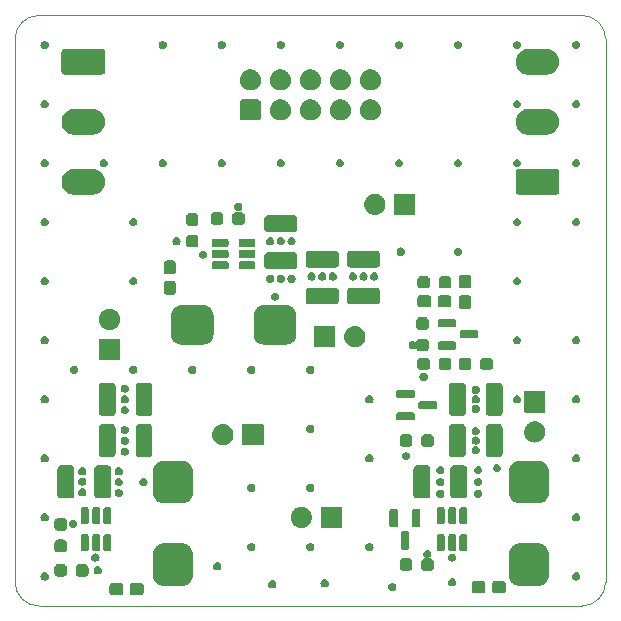
<source format=gbr>
%TF.GenerationSoftware,KiCad,Pcbnew,8.0.1*%
%TF.CreationDate,2024-04-20T12:15:38+02:00*%
%TF.ProjectId,nbg,6e62672e-6b69-4636-9164-5f7063625858,rev?*%
%TF.SameCoordinates,Original*%
%TF.FileFunction,Soldermask,Top*%
%TF.FilePolarity,Negative*%
%FSLAX46Y46*%
G04 Gerber Fmt 4.6, Leading zero omitted, Abs format (unit mm)*
G04 Created by KiCad (PCBNEW 8.0.1) date 2024-04-20 12:15:38*
%MOMM*%
%LPD*%
G01*
G04 APERTURE LIST*
%TA.AperFunction,Profile*%
%ADD10C,0.050000*%
%TD*%
G04 APERTURE END LIST*
G36*
X53944523Y-98044237D02*
G01*
X53949233Y-98046316D01*
X53951894Y-98046667D01*
X53985178Y-98062187D01*
X54041177Y-98086913D01*
X54115887Y-98161623D01*
X54140616Y-98217631D01*
X54156132Y-98250904D01*
X54156482Y-98253564D01*
X54158563Y-98258277D01*
X54166200Y-98324100D01*
X54166200Y-98799100D01*
X54158563Y-98864923D01*
X54156481Y-98869636D01*
X54156132Y-98872294D01*
X54140630Y-98905537D01*
X54115887Y-98961577D01*
X54041177Y-99036287D01*
X53985149Y-99061024D01*
X53951895Y-99076532D01*
X53949236Y-99076882D01*
X53944523Y-99078963D01*
X53878700Y-99086600D01*
X53278700Y-99086600D01*
X53212877Y-99078963D01*
X53208164Y-99076882D01*
X53205505Y-99076532D01*
X53172243Y-99061021D01*
X53116223Y-99036287D01*
X53041513Y-98961577D01*
X53016792Y-98905590D01*
X53001267Y-98872295D01*
X53000916Y-98869632D01*
X52998837Y-98864923D01*
X52991200Y-98799100D01*
X52991200Y-98324100D01*
X52998837Y-98258277D01*
X53000916Y-98253567D01*
X53001267Y-98250905D01*
X53016795Y-98217602D01*
X53041513Y-98161623D01*
X53116223Y-98086913D01*
X53172190Y-98062201D01*
X53205504Y-98046667D01*
X53208167Y-98046316D01*
X53212877Y-98044237D01*
X53278700Y-98036600D01*
X53878700Y-98036600D01*
X53944523Y-98044237D01*
G37*
G36*
X55669523Y-98044237D02*
G01*
X55674233Y-98046316D01*
X55676894Y-98046667D01*
X55710178Y-98062187D01*
X55766177Y-98086913D01*
X55840887Y-98161623D01*
X55865616Y-98217631D01*
X55881132Y-98250904D01*
X55881482Y-98253564D01*
X55883563Y-98258277D01*
X55891200Y-98324100D01*
X55891200Y-98799100D01*
X55883563Y-98864923D01*
X55881481Y-98869636D01*
X55881132Y-98872294D01*
X55865630Y-98905537D01*
X55840887Y-98961577D01*
X55766177Y-99036287D01*
X55710149Y-99061024D01*
X55676895Y-99076532D01*
X55674236Y-99076882D01*
X55669523Y-99078963D01*
X55603700Y-99086600D01*
X55003700Y-99086600D01*
X54937877Y-99078963D01*
X54933164Y-99076882D01*
X54930505Y-99076532D01*
X54897243Y-99061021D01*
X54841223Y-99036287D01*
X54766513Y-98961577D01*
X54741792Y-98905590D01*
X54726267Y-98872295D01*
X54725916Y-98869632D01*
X54723837Y-98864923D01*
X54716200Y-98799100D01*
X54716200Y-98324100D01*
X54723837Y-98258277D01*
X54725916Y-98253567D01*
X54726267Y-98250905D01*
X54741795Y-98217602D01*
X54766513Y-98161623D01*
X54841223Y-98086913D01*
X54897190Y-98062201D01*
X54930504Y-98046667D01*
X54933167Y-98046316D01*
X54937877Y-98044237D01*
X55003700Y-98036600D01*
X55603700Y-98036600D01*
X55669523Y-98044237D01*
G37*
G36*
X84603323Y-97882637D02*
G01*
X84608033Y-97884716D01*
X84610694Y-97885067D01*
X84643978Y-97900587D01*
X84699977Y-97925313D01*
X84774687Y-98000023D01*
X84799416Y-98056031D01*
X84814932Y-98089304D01*
X84815282Y-98091964D01*
X84817363Y-98096677D01*
X84825000Y-98162500D01*
X84825000Y-98637500D01*
X84817363Y-98703323D01*
X84815281Y-98708036D01*
X84814932Y-98710694D01*
X84799430Y-98743937D01*
X84774687Y-98799977D01*
X84699977Y-98874687D01*
X84643949Y-98899424D01*
X84610695Y-98914932D01*
X84608036Y-98915282D01*
X84603323Y-98917363D01*
X84537500Y-98925000D01*
X83937500Y-98925000D01*
X83871677Y-98917363D01*
X83866964Y-98915282D01*
X83864305Y-98914932D01*
X83831043Y-98899421D01*
X83775023Y-98874687D01*
X83700313Y-98799977D01*
X83675592Y-98743990D01*
X83660067Y-98710695D01*
X83659716Y-98708032D01*
X83657637Y-98703323D01*
X83650000Y-98637500D01*
X83650000Y-98162500D01*
X83657637Y-98096677D01*
X83659716Y-98091967D01*
X83660067Y-98089305D01*
X83675595Y-98056002D01*
X83700313Y-98000023D01*
X83775023Y-97925313D01*
X83830990Y-97900601D01*
X83864304Y-97885067D01*
X83866967Y-97884716D01*
X83871677Y-97882637D01*
X83937500Y-97875000D01*
X84537500Y-97875000D01*
X84603323Y-97882637D01*
G37*
G36*
X86328323Y-97882637D02*
G01*
X86333033Y-97884716D01*
X86335694Y-97885067D01*
X86368978Y-97900587D01*
X86424977Y-97925313D01*
X86499687Y-98000023D01*
X86524416Y-98056031D01*
X86539932Y-98089304D01*
X86540282Y-98091964D01*
X86542363Y-98096677D01*
X86550000Y-98162500D01*
X86550000Y-98637500D01*
X86542363Y-98703323D01*
X86540281Y-98708036D01*
X86539932Y-98710694D01*
X86524430Y-98743937D01*
X86499687Y-98799977D01*
X86424977Y-98874687D01*
X86368949Y-98899424D01*
X86335695Y-98914932D01*
X86333036Y-98915282D01*
X86328323Y-98917363D01*
X86262500Y-98925000D01*
X85662500Y-98925000D01*
X85596677Y-98917363D01*
X85591964Y-98915282D01*
X85589305Y-98914932D01*
X85556043Y-98899421D01*
X85500023Y-98874687D01*
X85425313Y-98799977D01*
X85400592Y-98743990D01*
X85385067Y-98710695D01*
X85384716Y-98708032D01*
X85382637Y-98703323D01*
X85375000Y-98637500D01*
X85375000Y-98162500D01*
X85382637Y-98096677D01*
X85384716Y-98091967D01*
X85385067Y-98089305D01*
X85400595Y-98056002D01*
X85425313Y-98000023D01*
X85500023Y-97925313D01*
X85555990Y-97900601D01*
X85589304Y-97885067D01*
X85591967Y-97884716D01*
X85596677Y-97882637D01*
X85662500Y-97875000D01*
X86262500Y-97875000D01*
X86328323Y-97882637D01*
G37*
G36*
X77050605Y-98057827D02*
G01*
X77148174Y-98107541D01*
X77225605Y-98184972D01*
X77275319Y-98282541D01*
X77292449Y-98390697D01*
X77275319Y-98498853D01*
X77225605Y-98596422D01*
X77148174Y-98673853D01*
X77050605Y-98723567D01*
X76942449Y-98740697D01*
X76834293Y-98723567D01*
X76736724Y-98673853D01*
X76659293Y-98596422D01*
X76609579Y-98498853D01*
X76592449Y-98390697D01*
X76609579Y-98282541D01*
X76659293Y-98184972D01*
X76736724Y-98107541D01*
X76834293Y-98057827D01*
X76942449Y-98040697D01*
X77050605Y-98057827D01*
G37*
G36*
X66882308Y-97836647D02*
G01*
X66979877Y-97886361D01*
X67057308Y-97963792D01*
X67107022Y-98061361D01*
X67124152Y-98169517D01*
X67107022Y-98277673D01*
X67057308Y-98375242D01*
X66979877Y-98452673D01*
X66882308Y-98502387D01*
X66774152Y-98519517D01*
X66665996Y-98502387D01*
X66568427Y-98452673D01*
X66490996Y-98375242D01*
X66441282Y-98277673D01*
X66424152Y-98169517D01*
X66441282Y-98061361D01*
X66490996Y-97963792D01*
X66568427Y-97886361D01*
X66665996Y-97836647D01*
X66774152Y-97819517D01*
X66882308Y-97836647D01*
G37*
G36*
X71311884Y-97746980D02*
G01*
X71409453Y-97796694D01*
X71486884Y-97874125D01*
X71536598Y-97971694D01*
X71553728Y-98079850D01*
X71536598Y-98188006D01*
X71486884Y-98285575D01*
X71409453Y-98363006D01*
X71311884Y-98412720D01*
X71203728Y-98429850D01*
X71095572Y-98412720D01*
X70998003Y-98363006D01*
X70920572Y-98285575D01*
X70870858Y-98188006D01*
X70853728Y-98079850D01*
X70870858Y-97971694D01*
X70920572Y-97874125D01*
X70998003Y-97796694D01*
X71095572Y-97746980D01*
X71203728Y-97729850D01*
X71311884Y-97746980D01*
G37*
G36*
X82108156Y-97667130D02*
G01*
X82205725Y-97716844D01*
X82283156Y-97794275D01*
X82332870Y-97891844D01*
X82350000Y-98000000D01*
X82332870Y-98108156D01*
X82283156Y-98205725D01*
X82205725Y-98283156D01*
X82108156Y-98332870D01*
X82000000Y-98350000D01*
X81891844Y-98332870D01*
X81794275Y-98283156D01*
X81716844Y-98205725D01*
X81667130Y-98108156D01*
X81650000Y-98000000D01*
X81667130Y-97891844D01*
X81716844Y-97794275D01*
X81794275Y-97716844D01*
X81891844Y-97667130D01*
X82000000Y-97650000D01*
X82108156Y-97667130D01*
G37*
G36*
X59287738Y-94707896D02*
G01*
X59296101Y-94709975D01*
X59305545Y-94710719D01*
X59388849Y-94733040D01*
X59468730Y-94752906D01*
X59475481Y-94756254D01*
X59480294Y-94757544D01*
X59561193Y-94798764D01*
X59635815Y-94835773D01*
X59639253Y-94838537D01*
X59640900Y-94839376D01*
X59721977Y-94905031D01*
X59781180Y-94952620D01*
X59828793Y-95011854D01*
X59894423Y-95092899D01*
X59895261Y-95094544D01*
X59898027Y-95097985D01*
X59935053Y-95172642D01*
X59976255Y-95253505D01*
X59977543Y-95258315D01*
X59980894Y-95265070D01*
X60000770Y-95344995D01*
X60023080Y-95428255D01*
X60023822Y-95437692D01*
X60025904Y-95446062D01*
X60033800Y-95562500D01*
X60033800Y-97437500D01*
X60025904Y-97553938D01*
X60023822Y-97562307D01*
X60023080Y-97571745D01*
X60000772Y-97654997D01*
X59980894Y-97734930D01*
X59977543Y-97741685D01*
X59976255Y-97746494D01*
X59935072Y-97827320D01*
X59898027Y-97902015D01*
X59895259Y-97905457D01*
X59894423Y-97907100D01*
X59828902Y-97988009D01*
X59781180Y-98047380D01*
X59721809Y-98095102D01*
X59640900Y-98160623D01*
X59639257Y-98161459D01*
X59635815Y-98164227D01*
X59561120Y-98201272D01*
X59480294Y-98242455D01*
X59475485Y-98243743D01*
X59468730Y-98247094D01*
X59388790Y-98266973D01*
X59305544Y-98289280D01*
X59296107Y-98290022D01*
X59287738Y-98292104D01*
X59171300Y-98300000D01*
X57546300Y-98300000D01*
X57429862Y-98292104D01*
X57421493Y-98290022D01*
X57412054Y-98289280D01*
X57328788Y-98266968D01*
X57248870Y-98247094D01*
X57242115Y-98243743D01*
X57237305Y-98242455D01*
X57156442Y-98201253D01*
X57081785Y-98164227D01*
X57078344Y-98161461D01*
X57076699Y-98160623D01*
X56995654Y-98094993D01*
X56936420Y-98047380D01*
X56888831Y-97988177D01*
X56823176Y-97907100D01*
X56822337Y-97905453D01*
X56819573Y-97902015D01*
X56782564Y-97827393D01*
X56741344Y-97746494D01*
X56740054Y-97741681D01*
X56736706Y-97734930D01*
X56716839Y-97655042D01*
X56694519Y-97571744D01*
X56693775Y-97562301D01*
X56691696Y-97553938D01*
X56683800Y-97437500D01*
X56683800Y-95562500D01*
X56691696Y-95446062D01*
X56693775Y-95437699D01*
X56694519Y-95428254D01*
X56716844Y-95344936D01*
X56736706Y-95265070D01*
X56740053Y-95258319D01*
X56741344Y-95253505D01*
X56782582Y-95172568D01*
X56819573Y-95097985D01*
X56822335Y-95094547D01*
X56823176Y-95092899D01*
X56888940Y-95011687D01*
X56936420Y-94952620D01*
X56995487Y-94905140D01*
X57076699Y-94839376D01*
X57078347Y-94838535D01*
X57081785Y-94835773D01*
X57156368Y-94798782D01*
X57237305Y-94757544D01*
X57242119Y-94756253D01*
X57248870Y-94752906D01*
X57328744Y-94733042D01*
X57412055Y-94710719D01*
X57421498Y-94709975D01*
X57429862Y-94707896D01*
X57546300Y-94700000D01*
X59171300Y-94700000D01*
X59287738Y-94707896D01*
G37*
G36*
X89428938Y-94707896D02*
G01*
X89437301Y-94709975D01*
X89446745Y-94710719D01*
X89530049Y-94733040D01*
X89609930Y-94752906D01*
X89616681Y-94756254D01*
X89621494Y-94757544D01*
X89702393Y-94798764D01*
X89777015Y-94835773D01*
X89780453Y-94838537D01*
X89782100Y-94839376D01*
X89863177Y-94905031D01*
X89922380Y-94952620D01*
X89969993Y-95011854D01*
X90035623Y-95092899D01*
X90036461Y-95094544D01*
X90039227Y-95097985D01*
X90076253Y-95172642D01*
X90117455Y-95253505D01*
X90118743Y-95258315D01*
X90122094Y-95265070D01*
X90141970Y-95344995D01*
X90164280Y-95428255D01*
X90165022Y-95437692D01*
X90167104Y-95446062D01*
X90175000Y-95562500D01*
X90175000Y-97437500D01*
X90167104Y-97553938D01*
X90165022Y-97562307D01*
X90164280Y-97571745D01*
X90141972Y-97654997D01*
X90122094Y-97734930D01*
X90118743Y-97741685D01*
X90117455Y-97746494D01*
X90076272Y-97827320D01*
X90039227Y-97902015D01*
X90036459Y-97905457D01*
X90035623Y-97907100D01*
X89970102Y-97988009D01*
X89922380Y-98047380D01*
X89863009Y-98095102D01*
X89782100Y-98160623D01*
X89780457Y-98161459D01*
X89777015Y-98164227D01*
X89702320Y-98201272D01*
X89621494Y-98242455D01*
X89616685Y-98243743D01*
X89609930Y-98247094D01*
X89529990Y-98266973D01*
X89446744Y-98289280D01*
X89437307Y-98290022D01*
X89428938Y-98292104D01*
X89312500Y-98300000D01*
X87687500Y-98300000D01*
X87571062Y-98292104D01*
X87562693Y-98290022D01*
X87553254Y-98289280D01*
X87469988Y-98266968D01*
X87390070Y-98247094D01*
X87383315Y-98243743D01*
X87378505Y-98242455D01*
X87297642Y-98201253D01*
X87222985Y-98164227D01*
X87219544Y-98161461D01*
X87217899Y-98160623D01*
X87136854Y-98094993D01*
X87077620Y-98047380D01*
X87030031Y-97988177D01*
X86964376Y-97907100D01*
X86963537Y-97905453D01*
X86960773Y-97902015D01*
X86923764Y-97827393D01*
X86882544Y-97746494D01*
X86881254Y-97741681D01*
X86877906Y-97734930D01*
X86858039Y-97655042D01*
X86835719Y-97571744D01*
X86834975Y-97562301D01*
X86832896Y-97553938D01*
X86825000Y-97437500D01*
X86825000Y-95562500D01*
X86832896Y-95446062D01*
X86834975Y-95437699D01*
X86835719Y-95428254D01*
X86858044Y-95344936D01*
X86877906Y-95265070D01*
X86881253Y-95258319D01*
X86882544Y-95253505D01*
X86923782Y-95172568D01*
X86960773Y-95097985D01*
X86963535Y-95094547D01*
X86964376Y-95092899D01*
X87030140Y-95011687D01*
X87077620Y-94952620D01*
X87136687Y-94905140D01*
X87217899Y-94839376D01*
X87219547Y-94838535D01*
X87222985Y-94835773D01*
X87297568Y-94798782D01*
X87378505Y-94757544D01*
X87383319Y-94756253D01*
X87390070Y-94752906D01*
X87469944Y-94733042D01*
X87553255Y-94710719D01*
X87562698Y-94709975D01*
X87571062Y-94707896D01*
X87687500Y-94700000D01*
X89312500Y-94700000D01*
X89428938Y-94707896D01*
G37*
G36*
X47608156Y-97167130D02*
G01*
X47705725Y-97216844D01*
X47783156Y-97294275D01*
X47832870Y-97391844D01*
X47850000Y-97500000D01*
X47832870Y-97608156D01*
X47783156Y-97705725D01*
X47705725Y-97783156D01*
X47608156Y-97832870D01*
X47500000Y-97850000D01*
X47391844Y-97832870D01*
X47294275Y-97783156D01*
X47216844Y-97705725D01*
X47167130Y-97608156D01*
X47150000Y-97500000D01*
X47167130Y-97391844D01*
X47216844Y-97294275D01*
X47294275Y-97216844D01*
X47391844Y-97167130D01*
X47500000Y-97150000D01*
X47608156Y-97167130D01*
G37*
G36*
X92608156Y-97167130D02*
G01*
X92705725Y-97216844D01*
X92783156Y-97294275D01*
X92832870Y-97391844D01*
X92850000Y-97500000D01*
X92832870Y-97608156D01*
X92783156Y-97705725D01*
X92705725Y-97783156D01*
X92608156Y-97832870D01*
X92500000Y-97850000D01*
X92391844Y-97832870D01*
X92294275Y-97783156D01*
X92216844Y-97705725D01*
X92167130Y-97608156D01*
X92150000Y-97500000D01*
X92167130Y-97391844D01*
X92216844Y-97294275D01*
X92294275Y-97216844D01*
X92391844Y-97167130D01*
X92500000Y-97150000D01*
X92608156Y-97167130D01*
G37*
G36*
X49170923Y-96469437D02*
G01*
X49175633Y-96471516D01*
X49178294Y-96471867D01*
X49211578Y-96487387D01*
X49267577Y-96512113D01*
X49342287Y-96586823D01*
X49367016Y-96642831D01*
X49382532Y-96676104D01*
X49382882Y-96678764D01*
X49384963Y-96683477D01*
X49392600Y-96749300D01*
X49392600Y-97224300D01*
X49384963Y-97290123D01*
X49382881Y-97294836D01*
X49382532Y-97297494D01*
X49367030Y-97330737D01*
X49342287Y-97386777D01*
X49267577Y-97461487D01*
X49211549Y-97486224D01*
X49178295Y-97501732D01*
X49175636Y-97502082D01*
X49170923Y-97504163D01*
X49105100Y-97511800D01*
X48605100Y-97511800D01*
X48539277Y-97504163D01*
X48534564Y-97502082D01*
X48531905Y-97501732D01*
X48498643Y-97486221D01*
X48442623Y-97461487D01*
X48367913Y-97386777D01*
X48343192Y-97330790D01*
X48327667Y-97297495D01*
X48327316Y-97294832D01*
X48325237Y-97290123D01*
X48317600Y-97224300D01*
X48317600Y-96749300D01*
X48325237Y-96683477D01*
X48327316Y-96678767D01*
X48327667Y-96676105D01*
X48343195Y-96642802D01*
X48367913Y-96586823D01*
X48442623Y-96512113D01*
X48498590Y-96487401D01*
X48531904Y-96471867D01*
X48534567Y-96471516D01*
X48539277Y-96469437D01*
X48605100Y-96461800D01*
X49105100Y-96461800D01*
X49170923Y-96469437D01*
G37*
G36*
X50995923Y-96469437D02*
G01*
X51000633Y-96471516D01*
X51003294Y-96471867D01*
X51036578Y-96487387D01*
X51092577Y-96512113D01*
X51167287Y-96586823D01*
X51192016Y-96642831D01*
X51207532Y-96676104D01*
X51207882Y-96678764D01*
X51209963Y-96683477D01*
X51217600Y-96749300D01*
X51217600Y-97224300D01*
X51209963Y-97290123D01*
X51207881Y-97294836D01*
X51207532Y-97297494D01*
X51192030Y-97330737D01*
X51167287Y-97386777D01*
X51092577Y-97461487D01*
X51036549Y-97486224D01*
X51003295Y-97501732D01*
X51000636Y-97502082D01*
X50995923Y-97504163D01*
X50930100Y-97511800D01*
X50430100Y-97511800D01*
X50364277Y-97504163D01*
X50359564Y-97502082D01*
X50356905Y-97501732D01*
X50323643Y-97486221D01*
X50267623Y-97461487D01*
X50192913Y-97386777D01*
X50168192Y-97330790D01*
X50152667Y-97297495D01*
X50152316Y-97294832D01*
X50150237Y-97290123D01*
X50142600Y-97224300D01*
X50142600Y-96749300D01*
X50150237Y-96683477D01*
X50152316Y-96678767D01*
X50152667Y-96676105D01*
X50168195Y-96642802D01*
X50192913Y-96586823D01*
X50267623Y-96512113D01*
X50323590Y-96487401D01*
X50356904Y-96471867D01*
X50359567Y-96471516D01*
X50364277Y-96469437D01*
X50430100Y-96461800D01*
X50930100Y-96461800D01*
X50995923Y-96469437D01*
G37*
G36*
X52110956Y-96653930D02*
G01*
X52208525Y-96703644D01*
X52285956Y-96781075D01*
X52335670Y-96878644D01*
X52352800Y-96986800D01*
X52335670Y-97094956D01*
X52285956Y-97192525D01*
X52208525Y-97269956D01*
X52110956Y-97319670D01*
X52002800Y-97336800D01*
X51894644Y-97319670D01*
X51797075Y-97269956D01*
X51719644Y-97192525D01*
X51669930Y-97094956D01*
X51652800Y-96986800D01*
X51669930Y-96878644D01*
X51719644Y-96781075D01*
X51797075Y-96703644D01*
X51894644Y-96653930D01*
X52002800Y-96636800D01*
X52110956Y-96653930D01*
G37*
G36*
X78403323Y-95982637D02*
G01*
X78408033Y-95984716D01*
X78410694Y-95985067D01*
X78443978Y-96000587D01*
X78499977Y-96025313D01*
X78574687Y-96100023D01*
X78599416Y-96156031D01*
X78614932Y-96189304D01*
X78615282Y-96191964D01*
X78617363Y-96196677D01*
X78625000Y-96262500D01*
X78625000Y-96737500D01*
X78617363Y-96803323D01*
X78615281Y-96808036D01*
X78614932Y-96810694D01*
X78599430Y-96843937D01*
X78574687Y-96899977D01*
X78499977Y-96974687D01*
X78443949Y-96999424D01*
X78410695Y-97014932D01*
X78408036Y-97015282D01*
X78403323Y-97017363D01*
X78337500Y-97025000D01*
X77837500Y-97025000D01*
X77771677Y-97017363D01*
X77766964Y-97015282D01*
X77764305Y-97014932D01*
X77731043Y-96999421D01*
X77675023Y-96974687D01*
X77600313Y-96899977D01*
X77575592Y-96843990D01*
X77560067Y-96810695D01*
X77559716Y-96808032D01*
X77557637Y-96803323D01*
X77550000Y-96737500D01*
X77550000Y-96262500D01*
X77557637Y-96196677D01*
X77559716Y-96191967D01*
X77560067Y-96189305D01*
X77575595Y-96156002D01*
X77600313Y-96100023D01*
X77675023Y-96025313D01*
X77730990Y-96000601D01*
X77764304Y-95985067D01*
X77766967Y-95984716D01*
X77771677Y-95982637D01*
X77837500Y-95975000D01*
X78337500Y-95975000D01*
X78403323Y-95982637D01*
G37*
G36*
X80008156Y-95267130D02*
G01*
X80105725Y-95316844D01*
X80183156Y-95394275D01*
X80232870Y-95491844D01*
X80250000Y-95600000D01*
X80232870Y-95708156D01*
X80183156Y-95805725D01*
X80105725Y-95883156D01*
X80074705Y-95898961D01*
X80092959Y-95975000D01*
X80162500Y-95975000D01*
X80228323Y-95982637D01*
X80233033Y-95984716D01*
X80235694Y-95985067D01*
X80268978Y-96000587D01*
X80324977Y-96025313D01*
X80399687Y-96100023D01*
X80424416Y-96156031D01*
X80439932Y-96189304D01*
X80440282Y-96191964D01*
X80442363Y-96196677D01*
X80450000Y-96262500D01*
X80450000Y-96737500D01*
X80442363Y-96803323D01*
X80440281Y-96808036D01*
X80439932Y-96810694D01*
X80424430Y-96843937D01*
X80399687Y-96899977D01*
X80324977Y-96974687D01*
X80268949Y-96999424D01*
X80235695Y-97014932D01*
X80233036Y-97015282D01*
X80228323Y-97017363D01*
X80162500Y-97025000D01*
X79662500Y-97025000D01*
X79596677Y-97017363D01*
X79591964Y-97015282D01*
X79589305Y-97014932D01*
X79556043Y-96999421D01*
X79500023Y-96974687D01*
X79425313Y-96899977D01*
X79400592Y-96843990D01*
X79385067Y-96810695D01*
X79384716Y-96808032D01*
X79382637Y-96803323D01*
X79375000Y-96737500D01*
X79375000Y-96262500D01*
X79382637Y-96196677D01*
X79384716Y-96191967D01*
X79385067Y-96189305D01*
X79400595Y-96156002D01*
X79425313Y-96100023D01*
X79500023Y-96025313D01*
X79555990Y-96000601D01*
X79589304Y-95985067D01*
X79591967Y-95984716D01*
X79596677Y-95982637D01*
X79662500Y-95975000D01*
X79665780Y-95975000D01*
X79707050Y-95974992D01*
X79725289Y-95898958D01*
X79694275Y-95883156D01*
X79616844Y-95805725D01*
X79567130Y-95708156D01*
X79550000Y-95600000D01*
X79567130Y-95491844D01*
X79616844Y-95394275D01*
X79694275Y-95316844D01*
X79791844Y-95267130D01*
X79900000Y-95250000D01*
X80008156Y-95267130D01*
G37*
G36*
X62219596Y-96318277D02*
G01*
X62317165Y-96367991D01*
X62394596Y-96445422D01*
X62444310Y-96542991D01*
X62461440Y-96651147D01*
X62444310Y-96759303D01*
X62394596Y-96856872D01*
X62317165Y-96934303D01*
X62219596Y-96984017D01*
X62111440Y-97001147D01*
X62003284Y-96984017D01*
X61905715Y-96934303D01*
X61828284Y-96856872D01*
X61778570Y-96759303D01*
X61761440Y-96651147D01*
X61778570Y-96542991D01*
X61828284Y-96445422D01*
X61905715Y-96367991D01*
X62003284Y-96318277D01*
X62111440Y-96301147D01*
X62219596Y-96318277D01*
G37*
G36*
X51908156Y-95567130D02*
G01*
X52005725Y-95616844D01*
X52083156Y-95694275D01*
X52132870Y-95791844D01*
X52150000Y-95900000D01*
X52132870Y-96008156D01*
X52083156Y-96105725D01*
X52005725Y-96183156D01*
X51908156Y-96232870D01*
X51800000Y-96250000D01*
X51691844Y-96232870D01*
X51594275Y-96183156D01*
X51516844Y-96105725D01*
X51467130Y-96008156D01*
X51450000Y-95900000D01*
X51467130Y-95791844D01*
X51516844Y-95694275D01*
X51594275Y-95616844D01*
X51691844Y-95567130D01*
X51800000Y-95550000D01*
X51908156Y-95567130D01*
G37*
G36*
X82108156Y-95567130D02*
G01*
X82205725Y-95616844D01*
X82283156Y-95694275D01*
X82332870Y-95791844D01*
X82350000Y-95900000D01*
X82332870Y-96008156D01*
X82283156Y-96105725D01*
X82205725Y-96183156D01*
X82108156Y-96232870D01*
X82000000Y-96250000D01*
X81891844Y-96232870D01*
X81794275Y-96183156D01*
X81716844Y-96105725D01*
X81667130Y-96008156D01*
X81650000Y-95900000D01*
X81667130Y-95791844D01*
X81716844Y-95694275D01*
X81794275Y-95616844D01*
X81891844Y-95567130D01*
X82000000Y-95550000D01*
X82108156Y-95567130D01*
G37*
G36*
X49162123Y-94382637D02*
G01*
X49166833Y-94384716D01*
X49169494Y-94385067D01*
X49202778Y-94400587D01*
X49258777Y-94425313D01*
X49333487Y-94500023D01*
X49358216Y-94556031D01*
X49373732Y-94589304D01*
X49374082Y-94591964D01*
X49376163Y-94596677D01*
X49383800Y-94662500D01*
X49383800Y-95162500D01*
X49376163Y-95228323D01*
X49374081Y-95233036D01*
X49373732Y-95235694D01*
X49358230Y-95268937D01*
X49333487Y-95324977D01*
X49258777Y-95399687D01*
X49202749Y-95424424D01*
X49169495Y-95439932D01*
X49166836Y-95440282D01*
X49162123Y-95442363D01*
X49096300Y-95450000D01*
X48621300Y-95450000D01*
X48555477Y-95442363D01*
X48550764Y-95440282D01*
X48548105Y-95439932D01*
X48514843Y-95424421D01*
X48458823Y-95399687D01*
X48384113Y-95324977D01*
X48359392Y-95268990D01*
X48343867Y-95235695D01*
X48343516Y-95233032D01*
X48341437Y-95228323D01*
X48333800Y-95162500D01*
X48333800Y-94662500D01*
X48341437Y-94596677D01*
X48343516Y-94591967D01*
X48343867Y-94589305D01*
X48359395Y-94556002D01*
X48384113Y-94500023D01*
X48458823Y-94425313D01*
X48514790Y-94400601D01*
X48548104Y-94385067D01*
X48550767Y-94384716D01*
X48555477Y-94382637D01*
X48621300Y-94375000D01*
X49096300Y-94375000D01*
X49162123Y-94382637D01*
G37*
G36*
X51135337Y-93940224D02*
G01*
X51200221Y-93983579D01*
X51243576Y-94048463D01*
X51258800Y-94125000D01*
X51258800Y-95150000D01*
X51243576Y-95226537D01*
X51200221Y-95291421D01*
X51135337Y-95334776D01*
X51058800Y-95350000D01*
X50758800Y-95350000D01*
X50682263Y-95334776D01*
X50617379Y-95291421D01*
X50574024Y-95226537D01*
X50558800Y-95150000D01*
X50558800Y-94125000D01*
X50574024Y-94048463D01*
X50617379Y-93983579D01*
X50682263Y-93940224D01*
X50758800Y-93925000D01*
X51058800Y-93925000D01*
X51135337Y-93940224D01*
G37*
G36*
X52085337Y-93940224D02*
G01*
X52150221Y-93983579D01*
X52193576Y-94048463D01*
X52208800Y-94125000D01*
X52208800Y-95150000D01*
X52193576Y-95226537D01*
X52150221Y-95291421D01*
X52085337Y-95334776D01*
X52008800Y-95350000D01*
X51708800Y-95350000D01*
X51632263Y-95334776D01*
X51567379Y-95291421D01*
X51524024Y-95226537D01*
X51508800Y-95150000D01*
X51508800Y-94125000D01*
X51524024Y-94048463D01*
X51567379Y-93983579D01*
X51632263Y-93940224D01*
X51708800Y-93925000D01*
X52008800Y-93925000D01*
X52085337Y-93940224D01*
G37*
G36*
X53035337Y-93940224D02*
G01*
X53100221Y-93983579D01*
X53143576Y-94048463D01*
X53158800Y-94125000D01*
X53158800Y-95150000D01*
X53143576Y-95226537D01*
X53100221Y-95291421D01*
X53035337Y-95334776D01*
X52958800Y-95350000D01*
X52658800Y-95350000D01*
X52582263Y-95334776D01*
X52517379Y-95291421D01*
X52474024Y-95226537D01*
X52458800Y-95150000D01*
X52458800Y-94125000D01*
X52474024Y-94048463D01*
X52517379Y-93983579D01*
X52582263Y-93940224D01*
X52658800Y-93925000D01*
X52958800Y-93925000D01*
X53035337Y-93940224D01*
G37*
G36*
X65108156Y-94667130D02*
G01*
X65205725Y-94716844D01*
X65283156Y-94794275D01*
X65332870Y-94891844D01*
X65350000Y-95000000D01*
X65332870Y-95108156D01*
X65283156Y-95205725D01*
X65205725Y-95283156D01*
X65108156Y-95332870D01*
X65000000Y-95350000D01*
X64891844Y-95332870D01*
X64794275Y-95283156D01*
X64716844Y-95205725D01*
X64667130Y-95108156D01*
X64650000Y-95000000D01*
X64667130Y-94891844D01*
X64716844Y-94794275D01*
X64794275Y-94716844D01*
X64891844Y-94667130D01*
X65000000Y-94650000D01*
X65108156Y-94667130D01*
G37*
G36*
X70108156Y-94667130D02*
G01*
X70205725Y-94716844D01*
X70283156Y-94794275D01*
X70332870Y-94891844D01*
X70350000Y-95000000D01*
X70332870Y-95108156D01*
X70283156Y-95205725D01*
X70205725Y-95283156D01*
X70108156Y-95332870D01*
X70000000Y-95350000D01*
X69891844Y-95332870D01*
X69794275Y-95283156D01*
X69716844Y-95205725D01*
X69667130Y-95108156D01*
X69650000Y-95000000D01*
X69667130Y-94891844D01*
X69716844Y-94794275D01*
X69794275Y-94716844D01*
X69891844Y-94667130D01*
X70000000Y-94650000D01*
X70108156Y-94667130D01*
G37*
G36*
X75108156Y-94667130D02*
G01*
X75205725Y-94716844D01*
X75283156Y-94794275D01*
X75332870Y-94891844D01*
X75350000Y-95000000D01*
X75332870Y-95108156D01*
X75283156Y-95205725D01*
X75205725Y-95283156D01*
X75108156Y-95332870D01*
X75000000Y-95350000D01*
X74891844Y-95332870D01*
X74794275Y-95283156D01*
X74716844Y-95205725D01*
X74667130Y-95108156D01*
X74650000Y-95000000D01*
X74667130Y-94891844D01*
X74716844Y-94794275D01*
X74794275Y-94716844D01*
X74891844Y-94667130D01*
X75000000Y-94650000D01*
X75108156Y-94667130D01*
G37*
G36*
X81276537Y-93940224D02*
G01*
X81341421Y-93983579D01*
X81384776Y-94048463D01*
X81400000Y-94125000D01*
X81400000Y-95150000D01*
X81384776Y-95226537D01*
X81341421Y-95291421D01*
X81276537Y-95334776D01*
X81200000Y-95350000D01*
X80900000Y-95350000D01*
X80823463Y-95334776D01*
X80758579Y-95291421D01*
X80715224Y-95226537D01*
X80700000Y-95150000D01*
X80700000Y-94125000D01*
X80715224Y-94048463D01*
X80758579Y-93983579D01*
X80823463Y-93940224D01*
X80900000Y-93925000D01*
X81200000Y-93925000D01*
X81276537Y-93940224D01*
G37*
G36*
X82226537Y-93940224D02*
G01*
X82291421Y-93983579D01*
X82334776Y-94048463D01*
X82350000Y-94125000D01*
X82350000Y-95150000D01*
X82334776Y-95226537D01*
X82291421Y-95291421D01*
X82226537Y-95334776D01*
X82150000Y-95350000D01*
X81850000Y-95350000D01*
X81773463Y-95334776D01*
X81708579Y-95291421D01*
X81665224Y-95226537D01*
X81650000Y-95150000D01*
X81650000Y-94125000D01*
X81665224Y-94048463D01*
X81708579Y-93983579D01*
X81773463Y-93940224D01*
X81850000Y-93925000D01*
X82150000Y-93925000D01*
X82226537Y-93940224D01*
G37*
G36*
X83176537Y-93940224D02*
G01*
X83241421Y-93983579D01*
X83284776Y-94048463D01*
X83300000Y-94125000D01*
X83300000Y-95150000D01*
X83284776Y-95226537D01*
X83241421Y-95291421D01*
X83176537Y-95334776D01*
X83100000Y-95350000D01*
X82800000Y-95350000D01*
X82723463Y-95334776D01*
X82658579Y-95291421D01*
X82615224Y-95226537D01*
X82600000Y-95150000D01*
X82600000Y-94125000D01*
X82615224Y-94048463D01*
X82658579Y-93983579D01*
X82723463Y-93940224D01*
X82800000Y-93925000D01*
X83100000Y-93925000D01*
X83176537Y-93940224D01*
G37*
G36*
X78226537Y-93665224D02*
G01*
X78291421Y-93708579D01*
X78334776Y-93773463D01*
X78350000Y-93850000D01*
X78350000Y-95025000D01*
X78334776Y-95101537D01*
X78291421Y-95166421D01*
X78226537Y-95209776D01*
X78150000Y-95225000D01*
X77850000Y-95225000D01*
X77773463Y-95209776D01*
X77708579Y-95166421D01*
X77665224Y-95101537D01*
X77650000Y-95025000D01*
X77650000Y-93850000D01*
X77665224Y-93773463D01*
X77708579Y-93708579D01*
X77773463Y-93665224D01*
X77850000Y-93650000D01*
X78150000Y-93650000D01*
X78226537Y-93665224D01*
G37*
G36*
X49162123Y-92557637D02*
G01*
X49166833Y-92559716D01*
X49169494Y-92560067D01*
X49202778Y-92575587D01*
X49258777Y-92600313D01*
X49333487Y-92675023D01*
X49358216Y-92731031D01*
X49373732Y-92764304D01*
X49374082Y-92766964D01*
X49376163Y-92771677D01*
X49383800Y-92837500D01*
X49383800Y-93337500D01*
X49376163Y-93403323D01*
X49374081Y-93408036D01*
X49373732Y-93410694D01*
X49358230Y-93443937D01*
X49333487Y-93499977D01*
X49258777Y-93574687D01*
X49202749Y-93599424D01*
X49169495Y-93614932D01*
X49166836Y-93615282D01*
X49162123Y-93617363D01*
X49096300Y-93625000D01*
X48621300Y-93625000D01*
X48555477Y-93617363D01*
X48550764Y-93615282D01*
X48548105Y-93614932D01*
X48514843Y-93599421D01*
X48458823Y-93574687D01*
X48384113Y-93499977D01*
X48359392Y-93443990D01*
X48343867Y-93410695D01*
X48343516Y-93408032D01*
X48341437Y-93403323D01*
X48333800Y-93337500D01*
X48333800Y-92837500D01*
X48341437Y-92771677D01*
X48343516Y-92766967D01*
X48343867Y-92764305D01*
X48359395Y-92731002D01*
X48384113Y-92675023D01*
X48458823Y-92600313D01*
X48514790Y-92575601D01*
X48548104Y-92560067D01*
X48550767Y-92559716D01*
X48555477Y-92557637D01*
X48621300Y-92550000D01*
X49096300Y-92550000D01*
X49162123Y-92557637D01*
G37*
G36*
X50008156Y-92717130D02*
G01*
X50105725Y-92766844D01*
X50183156Y-92844275D01*
X50232870Y-92941844D01*
X50250000Y-93050000D01*
X50232870Y-93158156D01*
X50183156Y-93255725D01*
X50105725Y-93333156D01*
X50008156Y-93382870D01*
X49900000Y-93400000D01*
X49791844Y-93382870D01*
X49694275Y-93333156D01*
X49616844Y-93255725D01*
X49567130Y-93158156D01*
X49550000Y-93050000D01*
X49567130Y-92941844D01*
X49616844Y-92844275D01*
X49694275Y-92766844D01*
X49791844Y-92717130D01*
X49900000Y-92700000D01*
X50008156Y-92717130D01*
G37*
G36*
X72644134Y-91603806D02*
G01*
X72660355Y-91614645D01*
X72671194Y-91630866D01*
X72675000Y-91650000D01*
X72675000Y-93350000D01*
X72671194Y-93369134D01*
X72660355Y-93385355D01*
X72644134Y-93396194D01*
X72625000Y-93400000D01*
X70925000Y-93400000D01*
X70905866Y-93396194D01*
X70889645Y-93385355D01*
X70878806Y-93369134D01*
X70875000Y-93350000D01*
X70875000Y-91650000D01*
X70878806Y-91630866D01*
X70889645Y-91614645D01*
X70905866Y-91603806D01*
X70925000Y-91600000D01*
X72625000Y-91600000D01*
X72644134Y-91603806D01*
G37*
G36*
X69282607Y-91604930D02*
G01*
X69329076Y-91604930D01*
X69369202Y-91613459D01*
X69410533Y-91617530D01*
X69462460Y-91633282D01*
X69513115Y-91644049D01*
X69545527Y-91658479D01*
X69579321Y-91668731D01*
X69633023Y-91697435D01*
X69685000Y-91720577D01*
X69709165Y-91738134D01*
X69734878Y-91751878D01*
X69787333Y-91794927D01*
X69837218Y-91831170D01*
X69853412Y-91849155D01*
X69871225Y-91863774D01*
X69919089Y-91922097D01*
X69963115Y-91970993D01*
X69972365Y-91987015D01*
X69983121Y-92000121D01*
X70022908Y-92074557D01*
X70057191Y-92133937D01*
X70061134Y-92146074D01*
X70066268Y-92155678D01*
X70094568Y-92248971D01*
X70115333Y-92312879D01*
X70116064Y-92319834D01*
X70117469Y-92324466D01*
X70131151Y-92463385D01*
X70135000Y-92500000D01*
X70131151Y-92536617D01*
X70117469Y-92675533D01*
X70116064Y-92680164D01*
X70115333Y-92687121D01*
X70094563Y-92751042D01*
X70066268Y-92844321D01*
X70061135Y-92853923D01*
X70057191Y-92866063D01*
X70022901Y-92925454D01*
X69983121Y-92999878D01*
X69972367Y-93012981D01*
X69963115Y-93029007D01*
X69919080Y-93077912D01*
X69871225Y-93136225D01*
X69853415Y-93150840D01*
X69837218Y-93168830D01*
X69787323Y-93205080D01*
X69734878Y-93248121D01*
X69709171Y-93261861D01*
X69685000Y-93279423D01*
X69633012Y-93302569D01*
X69579321Y-93331268D01*
X69545534Y-93341517D01*
X69513115Y-93355951D01*
X69462449Y-93366720D01*
X69410533Y-93382469D01*
X69369210Y-93386538D01*
X69329076Y-93395070D01*
X69282597Y-93395070D01*
X69235000Y-93399758D01*
X69187403Y-93395070D01*
X69140924Y-93395070D01*
X69100789Y-93386539D01*
X69059466Y-93382469D01*
X69007546Y-93366719D01*
X68956885Y-93355951D01*
X68924467Y-93341517D01*
X68890678Y-93331268D01*
X68836981Y-93302566D01*
X68785000Y-93279423D01*
X68760831Y-93261863D01*
X68735121Y-93248121D01*
X68682667Y-93205074D01*
X68632782Y-93168830D01*
X68616587Y-93150843D01*
X68598774Y-93136225D01*
X68550908Y-93077899D01*
X68506885Y-93029007D01*
X68497634Y-93012985D01*
X68486878Y-92999878D01*
X68447085Y-92925431D01*
X68412809Y-92866063D01*
X68408866Y-92853928D01*
X68403731Y-92844321D01*
X68375421Y-92750996D01*
X68354667Y-92687121D01*
X68353936Y-92680169D01*
X68352530Y-92675533D01*
X68338832Y-92536466D01*
X68335000Y-92500000D01*
X68338832Y-92463536D01*
X68352530Y-92324466D01*
X68353936Y-92319829D01*
X68354667Y-92312879D01*
X68375416Y-92249017D01*
X68403731Y-92155678D01*
X68408866Y-92146069D01*
X68412809Y-92133937D01*
X68447078Y-92074581D01*
X68486878Y-92000121D01*
X68497636Y-91987011D01*
X68506885Y-91970993D01*
X68550898Y-91922110D01*
X68598774Y-91863774D01*
X68616590Y-91849152D01*
X68632782Y-91831170D01*
X68682657Y-91794933D01*
X68735121Y-91751878D01*
X68760836Y-91738132D01*
X68785000Y-91720577D01*
X68836970Y-91697438D01*
X68890678Y-91668731D01*
X68924474Y-91658478D01*
X68956885Y-91644049D01*
X69007535Y-91633282D01*
X69059466Y-91617530D01*
X69100798Y-91613459D01*
X69140924Y-91604930D01*
X69187393Y-91604930D01*
X69235000Y-91600241D01*
X69282607Y-91604930D01*
G37*
G36*
X77276537Y-91790224D02*
G01*
X77341421Y-91833579D01*
X77384776Y-91898463D01*
X77400000Y-91975000D01*
X77400000Y-93150000D01*
X77384776Y-93226537D01*
X77341421Y-93291421D01*
X77276537Y-93334776D01*
X77200000Y-93350000D01*
X76900000Y-93350000D01*
X76823463Y-93334776D01*
X76758579Y-93291421D01*
X76715224Y-93226537D01*
X76700000Y-93150000D01*
X76700000Y-91975000D01*
X76715224Y-91898463D01*
X76758579Y-91833579D01*
X76823463Y-91790224D01*
X76900000Y-91775000D01*
X77200000Y-91775000D01*
X77276537Y-91790224D01*
G37*
G36*
X79176537Y-91790224D02*
G01*
X79241421Y-91833579D01*
X79284776Y-91898463D01*
X79300000Y-91975000D01*
X79300000Y-93150000D01*
X79284776Y-93226537D01*
X79241421Y-93291421D01*
X79176537Y-93334776D01*
X79100000Y-93350000D01*
X78800000Y-93350000D01*
X78723463Y-93334776D01*
X78658579Y-93291421D01*
X78615224Y-93226537D01*
X78600000Y-93150000D01*
X78600000Y-91975000D01*
X78615224Y-91898463D01*
X78658579Y-91833579D01*
X78723463Y-91790224D01*
X78800000Y-91775000D01*
X79100000Y-91775000D01*
X79176537Y-91790224D01*
G37*
G36*
X51135337Y-91665224D02*
G01*
X51200221Y-91708579D01*
X51243576Y-91773463D01*
X51258800Y-91850000D01*
X51258800Y-92875000D01*
X51243576Y-92951537D01*
X51200221Y-93016421D01*
X51135337Y-93059776D01*
X51058800Y-93075000D01*
X50758800Y-93075000D01*
X50682263Y-93059776D01*
X50617379Y-93016421D01*
X50574024Y-92951537D01*
X50558800Y-92875000D01*
X50558800Y-91850000D01*
X50574024Y-91773463D01*
X50617379Y-91708579D01*
X50682263Y-91665224D01*
X50758800Y-91650000D01*
X51058800Y-91650000D01*
X51135337Y-91665224D01*
G37*
G36*
X52085337Y-91665224D02*
G01*
X52150221Y-91708579D01*
X52193576Y-91773463D01*
X52208800Y-91850000D01*
X52208800Y-92875000D01*
X52193576Y-92951537D01*
X52150221Y-93016421D01*
X52085337Y-93059776D01*
X52008800Y-93075000D01*
X51708800Y-93075000D01*
X51632263Y-93059776D01*
X51567379Y-93016421D01*
X51524024Y-92951537D01*
X51508800Y-92875000D01*
X51508800Y-91850000D01*
X51524024Y-91773463D01*
X51567379Y-91708579D01*
X51632263Y-91665224D01*
X51708800Y-91650000D01*
X52008800Y-91650000D01*
X52085337Y-91665224D01*
G37*
G36*
X53035337Y-91665224D02*
G01*
X53100221Y-91708579D01*
X53143576Y-91773463D01*
X53158800Y-91850000D01*
X53158800Y-92875000D01*
X53143576Y-92951537D01*
X53100221Y-93016421D01*
X53035337Y-93059776D01*
X52958800Y-93075000D01*
X52658800Y-93075000D01*
X52582263Y-93059776D01*
X52517379Y-93016421D01*
X52474024Y-92951537D01*
X52458800Y-92875000D01*
X52458800Y-91850000D01*
X52474024Y-91773463D01*
X52517379Y-91708579D01*
X52582263Y-91665224D01*
X52658800Y-91650000D01*
X52958800Y-91650000D01*
X53035337Y-91665224D01*
G37*
G36*
X81276537Y-91665224D02*
G01*
X81341421Y-91708579D01*
X81384776Y-91773463D01*
X81400000Y-91850000D01*
X81400000Y-92875000D01*
X81384776Y-92951537D01*
X81341421Y-93016421D01*
X81276537Y-93059776D01*
X81200000Y-93075000D01*
X80900000Y-93075000D01*
X80823463Y-93059776D01*
X80758579Y-93016421D01*
X80715224Y-92951537D01*
X80700000Y-92875000D01*
X80700000Y-91850000D01*
X80715224Y-91773463D01*
X80758579Y-91708579D01*
X80823463Y-91665224D01*
X80900000Y-91650000D01*
X81200000Y-91650000D01*
X81276537Y-91665224D01*
G37*
G36*
X82226537Y-91665224D02*
G01*
X82291421Y-91708579D01*
X82334776Y-91773463D01*
X82350000Y-91850000D01*
X82350000Y-92875000D01*
X82334776Y-92951537D01*
X82291421Y-93016421D01*
X82226537Y-93059776D01*
X82150000Y-93075000D01*
X81850000Y-93075000D01*
X81773463Y-93059776D01*
X81708579Y-93016421D01*
X81665224Y-92951537D01*
X81650000Y-92875000D01*
X81650000Y-91850000D01*
X81665224Y-91773463D01*
X81708579Y-91708579D01*
X81773463Y-91665224D01*
X81850000Y-91650000D01*
X82150000Y-91650000D01*
X82226537Y-91665224D01*
G37*
G36*
X83176537Y-91665224D02*
G01*
X83241421Y-91708579D01*
X83284776Y-91773463D01*
X83300000Y-91850000D01*
X83300000Y-92875000D01*
X83284776Y-92951537D01*
X83241421Y-93016421D01*
X83176537Y-93059776D01*
X83100000Y-93075000D01*
X82800000Y-93075000D01*
X82723463Y-93059776D01*
X82658579Y-93016421D01*
X82615224Y-92951537D01*
X82600000Y-92875000D01*
X82600000Y-91850000D01*
X82615224Y-91773463D01*
X82658579Y-91708579D01*
X82723463Y-91665224D01*
X82800000Y-91650000D01*
X83100000Y-91650000D01*
X83176537Y-91665224D01*
G37*
G36*
X47608156Y-92167130D02*
G01*
X47705725Y-92216844D01*
X47783156Y-92294275D01*
X47832870Y-92391844D01*
X47850000Y-92500000D01*
X47832870Y-92608156D01*
X47783156Y-92705725D01*
X47705725Y-92783156D01*
X47608156Y-92832870D01*
X47500000Y-92850000D01*
X47391844Y-92832870D01*
X47294275Y-92783156D01*
X47216844Y-92705725D01*
X47167130Y-92608156D01*
X47150000Y-92500000D01*
X47167130Y-92391844D01*
X47216844Y-92294275D01*
X47294275Y-92216844D01*
X47391844Y-92167130D01*
X47500000Y-92150000D01*
X47608156Y-92167130D01*
G37*
G36*
X92608156Y-92167130D02*
G01*
X92705725Y-92216844D01*
X92783156Y-92294275D01*
X92832870Y-92391844D01*
X92850000Y-92500000D01*
X92832870Y-92608156D01*
X92783156Y-92705725D01*
X92705725Y-92783156D01*
X92608156Y-92832870D01*
X92500000Y-92850000D01*
X92391844Y-92832870D01*
X92294275Y-92783156D01*
X92216844Y-92705725D01*
X92167130Y-92608156D01*
X92150000Y-92500000D01*
X92167130Y-92391844D01*
X92216844Y-92294275D01*
X92294275Y-92216844D01*
X92391844Y-92167130D01*
X92500000Y-92150000D01*
X92608156Y-92167130D01*
G37*
G36*
X59287738Y-87707896D02*
G01*
X59296101Y-87709975D01*
X59305545Y-87710719D01*
X59388849Y-87733040D01*
X59468730Y-87752906D01*
X59475481Y-87756254D01*
X59480294Y-87757544D01*
X59561193Y-87798764D01*
X59635815Y-87835773D01*
X59639253Y-87838537D01*
X59640900Y-87839376D01*
X59721977Y-87905031D01*
X59781180Y-87952620D01*
X59828793Y-88011854D01*
X59894423Y-88092899D01*
X59895261Y-88094544D01*
X59898027Y-88097985D01*
X59935053Y-88172642D01*
X59976255Y-88253505D01*
X59977543Y-88258315D01*
X59980894Y-88265070D01*
X60000770Y-88344995D01*
X60023080Y-88428255D01*
X60023822Y-88437692D01*
X60025904Y-88446062D01*
X60033800Y-88562500D01*
X60033800Y-90437500D01*
X60025904Y-90553938D01*
X60023822Y-90562307D01*
X60023080Y-90571745D01*
X60000772Y-90654997D01*
X59980894Y-90734930D01*
X59977543Y-90741685D01*
X59976255Y-90746494D01*
X59935072Y-90827320D01*
X59898027Y-90902015D01*
X59895259Y-90905457D01*
X59894423Y-90907100D01*
X59828902Y-90988009D01*
X59781180Y-91047380D01*
X59721809Y-91095102D01*
X59640900Y-91160623D01*
X59639257Y-91161459D01*
X59635815Y-91164227D01*
X59561120Y-91201272D01*
X59480294Y-91242455D01*
X59475485Y-91243743D01*
X59468730Y-91247094D01*
X59388790Y-91266973D01*
X59305544Y-91289280D01*
X59296107Y-91290022D01*
X59287738Y-91292104D01*
X59171300Y-91300000D01*
X57546300Y-91300000D01*
X57429862Y-91292104D01*
X57421493Y-91290022D01*
X57412054Y-91289280D01*
X57328788Y-91266968D01*
X57248870Y-91247094D01*
X57242115Y-91243743D01*
X57237305Y-91242455D01*
X57156442Y-91201253D01*
X57081785Y-91164227D01*
X57078344Y-91161461D01*
X57076699Y-91160623D01*
X56995654Y-91094993D01*
X56936420Y-91047380D01*
X56888831Y-90988177D01*
X56823176Y-90907100D01*
X56822337Y-90905453D01*
X56819573Y-90902015D01*
X56782564Y-90827393D01*
X56741344Y-90746494D01*
X56740054Y-90741681D01*
X56736706Y-90734930D01*
X56716839Y-90655042D01*
X56694519Y-90571744D01*
X56693775Y-90562301D01*
X56691696Y-90553938D01*
X56683800Y-90437500D01*
X56683800Y-88562500D01*
X56691696Y-88446062D01*
X56693775Y-88437699D01*
X56694519Y-88428254D01*
X56716844Y-88344936D01*
X56736706Y-88265070D01*
X56740053Y-88258319D01*
X56741344Y-88253505D01*
X56782582Y-88172568D01*
X56819573Y-88097985D01*
X56822335Y-88094547D01*
X56823176Y-88092899D01*
X56888940Y-88011687D01*
X56936420Y-87952620D01*
X56995487Y-87905140D01*
X57076699Y-87839376D01*
X57078347Y-87838535D01*
X57081785Y-87835773D01*
X57156368Y-87798782D01*
X57237305Y-87757544D01*
X57242119Y-87756253D01*
X57248870Y-87752906D01*
X57328744Y-87733042D01*
X57412055Y-87710719D01*
X57421498Y-87709975D01*
X57429862Y-87707896D01*
X57546300Y-87700000D01*
X59171300Y-87700000D01*
X59287738Y-87707896D01*
G37*
G36*
X89428938Y-87707896D02*
G01*
X89437301Y-87709975D01*
X89446745Y-87710719D01*
X89530049Y-87733040D01*
X89609930Y-87752906D01*
X89616681Y-87756254D01*
X89621494Y-87757544D01*
X89702393Y-87798764D01*
X89777015Y-87835773D01*
X89780453Y-87838537D01*
X89782100Y-87839376D01*
X89863177Y-87905031D01*
X89922380Y-87952620D01*
X89969993Y-88011854D01*
X90035623Y-88092899D01*
X90036461Y-88094544D01*
X90039227Y-88097985D01*
X90076253Y-88172642D01*
X90117455Y-88253505D01*
X90118743Y-88258315D01*
X90122094Y-88265070D01*
X90141970Y-88344995D01*
X90164280Y-88428255D01*
X90165022Y-88437692D01*
X90167104Y-88446062D01*
X90175000Y-88562500D01*
X90175000Y-90437500D01*
X90167104Y-90553938D01*
X90165022Y-90562307D01*
X90164280Y-90571745D01*
X90141972Y-90654997D01*
X90122094Y-90734930D01*
X90118743Y-90741685D01*
X90117455Y-90746494D01*
X90076272Y-90827320D01*
X90039227Y-90902015D01*
X90036459Y-90905457D01*
X90035623Y-90907100D01*
X89970102Y-90988009D01*
X89922380Y-91047380D01*
X89863009Y-91095102D01*
X89782100Y-91160623D01*
X89780457Y-91161459D01*
X89777015Y-91164227D01*
X89702320Y-91201272D01*
X89621494Y-91242455D01*
X89616685Y-91243743D01*
X89609930Y-91247094D01*
X89529990Y-91266973D01*
X89446744Y-91289280D01*
X89437307Y-91290022D01*
X89428938Y-91292104D01*
X89312500Y-91300000D01*
X87687500Y-91300000D01*
X87571062Y-91292104D01*
X87562693Y-91290022D01*
X87553254Y-91289280D01*
X87469988Y-91266968D01*
X87390070Y-91247094D01*
X87383315Y-91243743D01*
X87378505Y-91242455D01*
X87297642Y-91201253D01*
X87222985Y-91164227D01*
X87219544Y-91161461D01*
X87217899Y-91160623D01*
X87136854Y-91094993D01*
X87077620Y-91047380D01*
X87030031Y-90988177D01*
X86964376Y-90907100D01*
X86963537Y-90905453D01*
X86960773Y-90902015D01*
X86923764Y-90827393D01*
X86882544Y-90746494D01*
X86881254Y-90741681D01*
X86877906Y-90734930D01*
X86858039Y-90655042D01*
X86835719Y-90571744D01*
X86834975Y-90562301D01*
X86832896Y-90553938D01*
X86825000Y-90437500D01*
X86825000Y-88562500D01*
X86832896Y-88446062D01*
X86834975Y-88437699D01*
X86835719Y-88428254D01*
X86858044Y-88344936D01*
X86877906Y-88265070D01*
X86881253Y-88258319D01*
X86882544Y-88253505D01*
X86923782Y-88172568D01*
X86960773Y-88097985D01*
X86963535Y-88094547D01*
X86964376Y-88092899D01*
X87030140Y-88011687D01*
X87077620Y-87952620D01*
X87136687Y-87905140D01*
X87217899Y-87839376D01*
X87219547Y-87838535D01*
X87222985Y-87835773D01*
X87297568Y-87798782D01*
X87378505Y-87757544D01*
X87383319Y-87756253D01*
X87390070Y-87752906D01*
X87469944Y-87733042D01*
X87553255Y-87710719D01*
X87562698Y-87709975D01*
X87571062Y-87707896D01*
X87687500Y-87700000D01*
X89312500Y-87700000D01*
X89428938Y-87707896D01*
G37*
G36*
X49777485Y-88107969D02*
G01*
X49786158Y-88111798D01*
X49793725Y-88112901D01*
X49841023Y-88136023D01*
X49878341Y-88152501D01*
X49881796Y-88155956D01*
X49882720Y-88156408D01*
X49952391Y-88226079D01*
X49952842Y-88227002D01*
X49956299Y-88230459D01*
X49972778Y-88267782D01*
X49995898Y-88315073D01*
X49997000Y-88322639D01*
X50000831Y-88331315D01*
X50008800Y-88400000D01*
X50008800Y-90600000D01*
X50000831Y-90668685D01*
X49996999Y-90677361D01*
X49995898Y-90684925D01*
X49972785Y-90732202D01*
X49956299Y-90769541D01*
X49952841Y-90772998D01*
X49952391Y-90773920D01*
X49882720Y-90843591D01*
X49881798Y-90844041D01*
X49878341Y-90847499D01*
X49841007Y-90863983D01*
X49793726Y-90887098D01*
X49786161Y-90888200D01*
X49777485Y-90892031D01*
X49708800Y-90900000D01*
X48883800Y-90900000D01*
X48815115Y-90892031D01*
X48806438Y-90888200D01*
X48798874Y-90887098D01*
X48751587Y-90863981D01*
X48714259Y-90847499D01*
X48710802Y-90844042D01*
X48709879Y-90843591D01*
X48640208Y-90773920D01*
X48639756Y-90772996D01*
X48636301Y-90769541D01*
X48619825Y-90732228D01*
X48596701Y-90684926D01*
X48595598Y-90677357D01*
X48591769Y-90668685D01*
X48583800Y-90600000D01*
X48583800Y-88400000D01*
X48591769Y-88331315D01*
X48595598Y-88322642D01*
X48596701Y-88315074D01*
X48619828Y-88267766D01*
X48636301Y-88230459D01*
X48639755Y-88227004D01*
X48640208Y-88226079D01*
X48709879Y-88156408D01*
X48710804Y-88155955D01*
X48714259Y-88152501D01*
X48751561Y-88136030D01*
X48798873Y-88112901D01*
X48806442Y-88111798D01*
X48815115Y-88107969D01*
X48883800Y-88100000D01*
X49708800Y-88100000D01*
X49777485Y-88107969D01*
G37*
G36*
X52902485Y-88107969D02*
G01*
X52911158Y-88111798D01*
X52918725Y-88112901D01*
X52966023Y-88136023D01*
X53003341Y-88152501D01*
X53006796Y-88155956D01*
X53007720Y-88156408D01*
X53077391Y-88226079D01*
X53077842Y-88227002D01*
X53081299Y-88230459D01*
X53097778Y-88267782D01*
X53120898Y-88315073D01*
X53122000Y-88322639D01*
X53125831Y-88331315D01*
X53133800Y-88400000D01*
X53133800Y-90600000D01*
X53125831Y-90668685D01*
X53121999Y-90677361D01*
X53120898Y-90684925D01*
X53097785Y-90732202D01*
X53081299Y-90769541D01*
X53077841Y-90772998D01*
X53077391Y-90773920D01*
X53007720Y-90843591D01*
X53006798Y-90844041D01*
X53003341Y-90847499D01*
X52966007Y-90863983D01*
X52918726Y-90887098D01*
X52911161Y-90888200D01*
X52902485Y-90892031D01*
X52833800Y-90900000D01*
X52008800Y-90900000D01*
X51940115Y-90892031D01*
X51931438Y-90888200D01*
X51923874Y-90887098D01*
X51876587Y-90863981D01*
X51839259Y-90847499D01*
X51835802Y-90844042D01*
X51834879Y-90843591D01*
X51765208Y-90773920D01*
X51764756Y-90772996D01*
X51761301Y-90769541D01*
X51744825Y-90732228D01*
X51721701Y-90684926D01*
X51720598Y-90677357D01*
X51716769Y-90668685D01*
X51708800Y-90600000D01*
X51708800Y-88400000D01*
X51716769Y-88331315D01*
X51720598Y-88322642D01*
X51721701Y-88315074D01*
X51744828Y-88267766D01*
X51761301Y-88230459D01*
X51764755Y-88227004D01*
X51765208Y-88226079D01*
X51834879Y-88156408D01*
X51835804Y-88155955D01*
X51839259Y-88152501D01*
X51876561Y-88136030D01*
X51923873Y-88112901D01*
X51931442Y-88111798D01*
X51940115Y-88107969D01*
X52008800Y-88100000D01*
X52833800Y-88100000D01*
X52902485Y-88107969D01*
G37*
G36*
X79918685Y-88107969D02*
G01*
X79927358Y-88111798D01*
X79934925Y-88112901D01*
X79982223Y-88136023D01*
X80019541Y-88152501D01*
X80022996Y-88155956D01*
X80023920Y-88156408D01*
X80093591Y-88226079D01*
X80094042Y-88227002D01*
X80097499Y-88230459D01*
X80113978Y-88267782D01*
X80137098Y-88315073D01*
X80138200Y-88322639D01*
X80142031Y-88331315D01*
X80150000Y-88400000D01*
X80150000Y-90600000D01*
X80142031Y-90668685D01*
X80138199Y-90677361D01*
X80137098Y-90684925D01*
X80113985Y-90732202D01*
X80097499Y-90769541D01*
X80094041Y-90772998D01*
X80093591Y-90773920D01*
X80023920Y-90843591D01*
X80022998Y-90844041D01*
X80019541Y-90847499D01*
X79982207Y-90863983D01*
X79934926Y-90887098D01*
X79927361Y-90888200D01*
X79918685Y-90892031D01*
X79850000Y-90900000D01*
X79025000Y-90900000D01*
X78956315Y-90892031D01*
X78947638Y-90888200D01*
X78940074Y-90887098D01*
X78892787Y-90863981D01*
X78855459Y-90847499D01*
X78852002Y-90844042D01*
X78851079Y-90843591D01*
X78781408Y-90773920D01*
X78780956Y-90772996D01*
X78777501Y-90769541D01*
X78761025Y-90732228D01*
X78737901Y-90684926D01*
X78736798Y-90677357D01*
X78732969Y-90668685D01*
X78725000Y-90600000D01*
X78725000Y-88400000D01*
X78732969Y-88331315D01*
X78736798Y-88322642D01*
X78737901Y-88315074D01*
X78761028Y-88267766D01*
X78777501Y-88230459D01*
X78780955Y-88227004D01*
X78781408Y-88226079D01*
X78851079Y-88156408D01*
X78852004Y-88155955D01*
X78855459Y-88152501D01*
X78892761Y-88136030D01*
X78940073Y-88112901D01*
X78947642Y-88111798D01*
X78956315Y-88107969D01*
X79025000Y-88100000D01*
X79850000Y-88100000D01*
X79918685Y-88107969D01*
G37*
G36*
X83043685Y-88107969D02*
G01*
X83052358Y-88111798D01*
X83059925Y-88112901D01*
X83107223Y-88136023D01*
X83144541Y-88152501D01*
X83147996Y-88155956D01*
X83148920Y-88156408D01*
X83218591Y-88226079D01*
X83219042Y-88227002D01*
X83222499Y-88230459D01*
X83238978Y-88267782D01*
X83262098Y-88315073D01*
X83263200Y-88322639D01*
X83267031Y-88331315D01*
X83275000Y-88400000D01*
X83275000Y-90600000D01*
X83267031Y-90668685D01*
X83263199Y-90677361D01*
X83262098Y-90684925D01*
X83238985Y-90732202D01*
X83222499Y-90769541D01*
X83219041Y-90772998D01*
X83218591Y-90773920D01*
X83148920Y-90843591D01*
X83147998Y-90844041D01*
X83144541Y-90847499D01*
X83107207Y-90863983D01*
X83059926Y-90887098D01*
X83052361Y-90888200D01*
X83043685Y-90892031D01*
X82975000Y-90900000D01*
X82150000Y-90900000D01*
X82081315Y-90892031D01*
X82072638Y-90888200D01*
X82065074Y-90887098D01*
X82017787Y-90863981D01*
X81980459Y-90847499D01*
X81977002Y-90844042D01*
X81976079Y-90843591D01*
X81906408Y-90773920D01*
X81905956Y-90772996D01*
X81902501Y-90769541D01*
X81886025Y-90732228D01*
X81862901Y-90684926D01*
X81861798Y-90677357D01*
X81857969Y-90668685D01*
X81850000Y-90600000D01*
X81850000Y-88400000D01*
X81857969Y-88331315D01*
X81861798Y-88322642D01*
X81862901Y-88315074D01*
X81886028Y-88267766D01*
X81902501Y-88230459D01*
X81905955Y-88227004D01*
X81906408Y-88226079D01*
X81976079Y-88156408D01*
X81977004Y-88155955D01*
X81980459Y-88152501D01*
X82017761Y-88136030D01*
X82065073Y-88112901D01*
X82072642Y-88111798D01*
X82081315Y-88107969D01*
X82150000Y-88100000D01*
X82975000Y-88100000D01*
X83043685Y-88107969D01*
G37*
G36*
X81108156Y-90167130D02*
G01*
X81205725Y-90216844D01*
X81283156Y-90294275D01*
X81332870Y-90391844D01*
X81350000Y-90500000D01*
X81332870Y-90608156D01*
X81283156Y-90705725D01*
X81205725Y-90783156D01*
X81108156Y-90832870D01*
X81000000Y-90850000D01*
X80891844Y-90832870D01*
X80794275Y-90783156D01*
X80716844Y-90705725D01*
X80667130Y-90608156D01*
X80650000Y-90500000D01*
X80667130Y-90391844D01*
X80716844Y-90294275D01*
X80794275Y-90216844D01*
X80891844Y-90167130D01*
X81000000Y-90150000D01*
X81108156Y-90167130D01*
G37*
G36*
X84308156Y-90167130D02*
G01*
X84405725Y-90216844D01*
X84483156Y-90294275D01*
X84532870Y-90391844D01*
X84550000Y-90500000D01*
X84532870Y-90608156D01*
X84483156Y-90705725D01*
X84405725Y-90783156D01*
X84308156Y-90832870D01*
X84200000Y-90850000D01*
X84091844Y-90832870D01*
X83994275Y-90783156D01*
X83916844Y-90705725D01*
X83867130Y-90608156D01*
X83850000Y-90500000D01*
X83867130Y-90391844D01*
X83916844Y-90294275D01*
X83994275Y-90216844D01*
X84091844Y-90167130D01*
X84200000Y-90150000D01*
X84308156Y-90167130D01*
G37*
G36*
X53888956Y-90100730D02*
G01*
X53986525Y-90150444D01*
X54063956Y-90227875D01*
X54113670Y-90325444D01*
X54130800Y-90433600D01*
X54113670Y-90541756D01*
X54063956Y-90639325D01*
X53986525Y-90716756D01*
X53888956Y-90766470D01*
X53780800Y-90783600D01*
X53672644Y-90766470D01*
X53575075Y-90716756D01*
X53497644Y-90639325D01*
X53447930Y-90541756D01*
X53430800Y-90433600D01*
X53447930Y-90325444D01*
X53497644Y-90227875D01*
X53575075Y-90150444D01*
X53672644Y-90100730D01*
X53780800Y-90083600D01*
X53888956Y-90100730D01*
G37*
G36*
X50790156Y-90049930D02*
G01*
X50887725Y-90099644D01*
X50965156Y-90177075D01*
X51014870Y-90274644D01*
X51032000Y-90382800D01*
X51014870Y-90490956D01*
X50965156Y-90588525D01*
X50887725Y-90665956D01*
X50790156Y-90715670D01*
X50682000Y-90732800D01*
X50573844Y-90715670D01*
X50476275Y-90665956D01*
X50398844Y-90588525D01*
X50349130Y-90490956D01*
X50332000Y-90382800D01*
X50349130Y-90274644D01*
X50398844Y-90177075D01*
X50476275Y-90099644D01*
X50573844Y-90049930D01*
X50682000Y-90032800D01*
X50790156Y-90049930D01*
G37*
G36*
X65108156Y-89667130D02*
G01*
X65205725Y-89716844D01*
X65283156Y-89794275D01*
X65332870Y-89891844D01*
X65350000Y-90000000D01*
X65332870Y-90108156D01*
X65283156Y-90205725D01*
X65205725Y-90283156D01*
X65108156Y-90332870D01*
X65000000Y-90350000D01*
X64891844Y-90332870D01*
X64794275Y-90283156D01*
X64716844Y-90205725D01*
X64667130Y-90108156D01*
X64650000Y-90000000D01*
X64667130Y-89891844D01*
X64716844Y-89794275D01*
X64794275Y-89716844D01*
X64891844Y-89667130D01*
X65000000Y-89650000D01*
X65108156Y-89667130D01*
G37*
G36*
X70108156Y-89667130D02*
G01*
X70205725Y-89716844D01*
X70283156Y-89794275D01*
X70332870Y-89891844D01*
X70350000Y-90000000D01*
X70332870Y-90108156D01*
X70283156Y-90205725D01*
X70205725Y-90283156D01*
X70108156Y-90332870D01*
X70000000Y-90350000D01*
X69891844Y-90332870D01*
X69794275Y-90283156D01*
X69716844Y-90205725D01*
X69667130Y-90108156D01*
X69650000Y-90000000D01*
X69667130Y-89891844D01*
X69716844Y-89794275D01*
X69794275Y-89716844D01*
X69891844Y-89667130D01*
X70000000Y-89650000D01*
X70108156Y-89667130D01*
G37*
G36*
X53888956Y-89186330D02*
G01*
X53986525Y-89236044D01*
X54063956Y-89313475D01*
X54113670Y-89411044D01*
X54130800Y-89519200D01*
X54113670Y-89627356D01*
X54063956Y-89724925D01*
X53986525Y-89802356D01*
X53888956Y-89852070D01*
X53780800Y-89869200D01*
X53672644Y-89852070D01*
X53575075Y-89802356D01*
X53497644Y-89724925D01*
X53447930Y-89627356D01*
X53430800Y-89519200D01*
X53447930Y-89411044D01*
X53497644Y-89313475D01*
X53575075Y-89236044D01*
X53672644Y-89186330D01*
X53780800Y-89169200D01*
X53888956Y-89186330D01*
G37*
G36*
X55971756Y-89186330D02*
G01*
X56069325Y-89236044D01*
X56146756Y-89313475D01*
X56196470Y-89411044D01*
X56213600Y-89519200D01*
X56196470Y-89627356D01*
X56146756Y-89724925D01*
X56069325Y-89802356D01*
X55971756Y-89852070D01*
X55863600Y-89869200D01*
X55755444Y-89852070D01*
X55657875Y-89802356D01*
X55580444Y-89724925D01*
X55530730Y-89627356D01*
X55513600Y-89519200D01*
X55530730Y-89411044D01*
X55580444Y-89313475D01*
X55657875Y-89236044D01*
X55755444Y-89186330D01*
X55863600Y-89169200D01*
X55971756Y-89186330D01*
G37*
G36*
X81108156Y-89167130D02*
G01*
X81205725Y-89216844D01*
X81283156Y-89294275D01*
X81332870Y-89391844D01*
X81350000Y-89500000D01*
X81332870Y-89608156D01*
X81283156Y-89705725D01*
X81205725Y-89783156D01*
X81108156Y-89832870D01*
X81000000Y-89850000D01*
X80891844Y-89832870D01*
X80794275Y-89783156D01*
X80716844Y-89705725D01*
X80667130Y-89608156D01*
X80650000Y-89500000D01*
X80667130Y-89391844D01*
X80716844Y-89294275D01*
X80794275Y-89216844D01*
X80891844Y-89167130D01*
X81000000Y-89150000D01*
X81108156Y-89167130D01*
G37*
G36*
X84308156Y-89167130D02*
G01*
X84405725Y-89216844D01*
X84483156Y-89294275D01*
X84532870Y-89391844D01*
X84550000Y-89500000D01*
X84532870Y-89608156D01*
X84483156Y-89705725D01*
X84405725Y-89783156D01*
X84308156Y-89832870D01*
X84200000Y-89850000D01*
X84091844Y-89832870D01*
X83994275Y-89783156D01*
X83916844Y-89705725D01*
X83867130Y-89608156D01*
X83850000Y-89500000D01*
X83867130Y-89391844D01*
X83916844Y-89294275D01*
X83994275Y-89216844D01*
X84091844Y-89167130D01*
X84200000Y-89150000D01*
X84308156Y-89167130D01*
G37*
G36*
X50790156Y-89135530D02*
G01*
X50887725Y-89185244D01*
X50965156Y-89262675D01*
X51014870Y-89360244D01*
X51032000Y-89468400D01*
X51014870Y-89576556D01*
X50965156Y-89674125D01*
X50887725Y-89751556D01*
X50790156Y-89801270D01*
X50682000Y-89818400D01*
X50573844Y-89801270D01*
X50476275Y-89751556D01*
X50398844Y-89674125D01*
X50349130Y-89576556D01*
X50332000Y-89468400D01*
X50349130Y-89360244D01*
X50398844Y-89262675D01*
X50476275Y-89185244D01*
X50573844Y-89135530D01*
X50682000Y-89118400D01*
X50790156Y-89135530D01*
G37*
G36*
X50790156Y-88271930D02*
G01*
X50887725Y-88321644D01*
X50965156Y-88399075D01*
X51014870Y-88496644D01*
X51032000Y-88604800D01*
X51014870Y-88712956D01*
X50965156Y-88810525D01*
X50887725Y-88887956D01*
X50790156Y-88937670D01*
X50682000Y-88954800D01*
X50573844Y-88937670D01*
X50476275Y-88887956D01*
X50398844Y-88810525D01*
X50349130Y-88712956D01*
X50332000Y-88604800D01*
X50349130Y-88496644D01*
X50398844Y-88399075D01*
X50476275Y-88321644D01*
X50573844Y-88271930D01*
X50682000Y-88254800D01*
X50790156Y-88271930D01*
G37*
G36*
X53888956Y-88271930D02*
G01*
X53986525Y-88321644D01*
X54063956Y-88399075D01*
X54113670Y-88496644D01*
X54130800Y-88604800D01*
X54113670Y-88712956D01*
X54063956Y-88810525D01*
X53986525Y-88887956D01*
X53888956Y-88937670D01*
X53780800Y-88954800D01*
X53672644Y-88937670D01*
X53575075Y-88887956D01*
X53497644Y-88810525D01*
X53447930Y-88712956D01*
X53430800Y-88604800D01*
X53447930Y-88496644D01*
X53497644Y-88399075D01*
X53575075Y-88321644D01*
X53672644Y-88271930D01*
X53780800Y-88254800D01*
X53888956Y-88271930D01*
G37*
G36*
X81108156Y-88167130D02*
G01*
X81205725Y-88216844D01*
X81283156Y-88294275D01*
X81332870Y-88391844D01*
X81350000Y-88500000D01*
X81332870Y-88608156D01*
X81283156Y-88705725D01*
X81205725Y-88783156D01*
X81108156Y-88832870D01*
X81000000Y-88850000D01*
X80891844Y-88832870D01*
X80794275Y-88783156D01*
X80716844Y-88705725D01*
X80667130Y-88608156D01*
X80650000Y-88500000D01*
X80667130Y-88391844D01*
X80716844Y-88294275D01*
X80794275Y-88216844D01*
X80891844Y-88167130D01*
X81000000Y-88150000D01*
X81108156Y-88167130D01*
G37*
G36*
X84308156Y-88167130D02*
G01*
X84405725Y-88216844D01*
X84483156Y-88294275D01*
X84532870Y-88391844D01*
X84550000Y-88500000D01*
X84532870Y-88608156D01*
X84483156Y-88705725D01*
X84405725Y-88783156D01*
X84308156Y-88832870D01*
X84200000Y-88850000D01*
X84091844Y-88832870D01*
X83994275Y-88783156D01*
X83916844Y-88705725D01*
X83867130Y-88608156D01*
X83850000Y-88500000D01*
X83867130Y-88391844D01*
X83916844Y-88294275D01*
X83994275Y-88216844D01*
X84091844Y-88167130D01*
X84200000Y-88150000D01*
X84308156Y-88167130D01*
G37*
G36*
X85898495Y-87986093D02*
G01*
X85996064Y-88035807D01*
X86073495Y-88113238D01*
X86123209Y-88210807D01*
X86140339Y-88318963D01*
X86123209Y-88427119D01*
X86073495Y-88524688D01*
X85996064Y-88602119D01*
X85898495Y-88651833D01*
X85790339Y-88668963D01*
X85682183Y-88651833D01*
X85584614Y-88602119D01*
X85507183Y-88524688D01*
X85457469Y-88427119D01*
X85440339Y-88318963D01*
X85457469Y-88210807D01*
X85507183Y-88113238D01*
X85584614Y-88035807D01*
X85682183Y-87986093D01*
X85790339Y-87968963D01*
X85898495Y-87986093D01*
G37*
G36*
X47608156Y-87167130D02*
G01*
X47705725Y-87216844D01*
X47783156Y-87294275D01*
X47832870Y-87391844D01*
X47850000Y-87500000D01*
X47832870Y-87608156D01*
X47783156Y-87705725D01*
X47705725Y-87783156D01*
X47608156Y-87832870D01*
X47500000Y-87850000D01*
X47391844Y-87832870D01*
X47294275Y-87783156D01*
X47216844Y-87705725D01*
X47167130Y-87608156D01*
X47150000Y-87500000D01*
X47167130Y-87391844D01*
X47216844Y-87294275D01*
X47294275Y-87216844D01*
X47391844Y-87167130D01*
X47500000Y-87150000D01*
X47608156Y-87167130D01*
G37*
G36*
X75108156Y-87167130D02*
G01*
X75205725Y-87216844D01*
X75283156Y-87294275D01*
X75332870Y-87391844D01*
X75350000Y-87500000D01*
X75332870Y-87608156D01*
X75283156Y-87705725D01*
X75205725Y-87783156D01*
X75108156Y-87832870D01*
X75000000Y-87850000D01*
X74891844Y-87832870D01*
X74794275Y-87783156D01*
X74716844Y-87705725D01*
X74667130Y-87608156D01*
X74650000Y-87500000D01*
X74667130Y-87391844D01*
X74716844Y-87294275D01*
X74794275Y-87216844D01*
X74891844Y-87167130D01*
X75000000Y-87150000D01*
X75108156Y-87167130D01*
G37*
G36*
X92608156Y-87167130D02*
G01*
X92705725Y-87216844D01*
X92783156Y-87294275D01*
X92832870Y-87391844D01*
X92850000Y-87500000D01*
X92832870Y-87608156D01*
X92783156Y-87705725D01*
X92705725Y-87783156D01*
X92608156Y-87832870D01*
X92500000Y-87850000D01*
X92391844Y-87832870D01*
X92294275Y-87783156D01*
X92216844Y-87705725D01*
X92167130Y-87608156D01*
X92150000Y-87500000D01*
X92167130Y-87391844D01*
X92216844Y-87294275D01*
X92294275Y-87216844D01*
X92391844Y-87167130D01*
X92500000Y-87150000D01*
X92608156Y-87167130D01*
G37*
G36*
X78208156Y-86967130D02*
G01*
X78305725Y-87016844D01*
X78383156Y-87094275D01*
X78432870Y-87191844D01*
X78450000Y-87300000D01*
X78432870Y-87408156D01*
X78383156Y-87505725D01*
X78305725Y-87583156D01*
X78208156Y-87632870D01*
X78100000Y-87650000D01*
X77991844Y-87632870D01*
X77894275Y-87583156D01*
X77816844Y-87505725D01*
X77767130Y-87408156D01*
X77750000Y-87300000D01*
X77767130Y-87191844D01*
X77816844Y-87094275D01*
X77894275Y-87016844D01*
X77991844Y-86967130D01*
X78100000Y-86950000D01*
X78208156Y-86967130D01*
G37*
G36*
X53277485Y-84607969D02*
G01*
X53286158Y-84611798D01*
X53293725Y-84612901D01*
X53341023Y-84636023D01*
X53378341Y-84652501D01*
X53381796Y-84655956D01*
X53382720Y-84656408D01*
X53452391Y-84726079D01*
X53452842Y-84727002D01*
X53456299Y-84730459D01*
X53472778Y-84767782D01*
X53495898Y-84815073D01*
X53497000Y-84822639D01*
X53500831Y-84831315D01*
X53508800Y-84900000D01*
X53508800Y-87100000D01*
X53500831Y-87168685D01*
X53496999Y-87177361D01*
X53495898Y-87184925D01*
X53472785Y-87232202D01*
X53456299Y-87269541D01*
X53452841Y-87272998D01*
X53452391Y-87273920D01*
X53382720Y-87343591D01*
X53381798Y-87344041D01*
X53378341Y-87347499D01*
X53341007Y-87363983D01*
X53293726Y-87387098D01*
X53286161Y-87388200D01*
X53277485Y-87392031D01*
X53208800Y-87400000D01*
X52383800Y-87400000D01*
X52315115Y-87392031D01*
X52306438Y-87388200D01*
X52298874Y-87387098D01*
X52251587Y-87363981D01*
X52214259Y-87347499D01*
X52210802Y-87344042D01*
X52209879Y-87343591D01*
X52140208Y-87273920D01*
X52139756Y-87272996D01*
X52136301Y-87269541D01*
X52119825Y-87232228D01*
X52096701Y-87184926D01*
X52095598Y-87177357D01*
X52091769Y-87168685D01*
X52083800Y-87100000D01*
X52083800Y-84900000D01*
X52091769Y-84831315D01*
X52095598Y-84822642D01*
X52096701Y-84815074D01*
X52119828Y-84767766D01*
X52136301Y-84730459D01*
X52139755Y-84727004D01*
X52140208Y-84726079D01*
X52209879Y-84656408D01*
X52210804Y-84655955D01*
X52214259Y-84652501D01*
X52251561Y-84636030D01*
X52298873Y-84612901D01*
X52306442Y-84611798D01*
X52315115Y-84607969D01*
X52383800Y-84600000D01*
X53208800Y-84600000D01*
X53277485Y-84607969D01*
G37*
G36*
X56402485Y-84607969D02*
G01*
X56411158Y-84611798D01*
X56418725Y-84612901D01*
X56466023Y-84636023D01*
X56503341Y-84652501D01*
X56506796Y-84655956D01*
X56507720Y-84656408D01*
X56577391Y-84726079D01*
X56577842Y-84727002D01*
X56581299Y-84730459D01*
X56597778Y-84767782D01*
X56620898Y-84815073D01*
X56622000Y-84822639D01*
X56625831Y-84831315D01*
X56633800Y-84900000D01*
X56633800Y-87100000D01*
X56625831Y-87168685D01*
X56621999Y-87177361D01*
X56620898Y-87184925D01*
X56597785Y-87232202D01*
X56581299Y-87269541D01*
X56577841Y-87272998D01*
X56577391Y-87273920D01*
X56507720Y-87343591D01*
X56506798Y-87344041D01*
X56503341Y-87347499D01*
X56466007Y-87363983D01*
X56418726Y-87387098D01*
X56411161Y-87388200D01*
X56402485Y-87392031D01*
X56333800Y-87400000D01*
X55508800Y-87400000D01*
X55440115Y-87392031D01*
X55431438Y-87388200D01*
X55423874Y-87387098D01*
X55376587Y-87363981D01*
X55339259Y-87347499D01*
X55335802Y-87344042D01*
X55334879Y-87343591D01*
X55265208Y-87273920D01*
X55264756Y-87272996D01*
X55261301Y-87269541D01*
X55244825Y-87232228D01*
X55221701Y-87184926D01*
X55220598Y-87177357D01*
X55216769Y-87168685D01*
X55208800Y-87100000D01*
X55208800Y-84900000D01*
X55216769Y-84831315D01*
X55220598Y-84822642D01*
X55221701Y-84815074D01*
X55244828Y-84767766D01*
X55261301Y-84730459D01*
X55264755Y-84727004D01*
X55265208Y-84726079D01*
X55334879Y-84656408D01*
X55335804Y-84655955D01*
X55339259Y-84652501D01*
X55376561Y-84636030D01*
X55423873Y-84612901D01*
X55431442Y-84611798D01*
X55440115Y-84607969D01*
X55508800Y-84600000D01*
X56333800Y-84600000D01*
X56402485Y-84607969D01*
G37*
G36*
X82918685Y-84607969D02*
G01*
X82927358Y-84611798D01*
X82934925Y-84612901D01*
X82982223Y-84636023D01*
X83019541Y-84652501D01*
X83022996Y-84655956D01*
X83023920Y-84656408D01*
X83093591Y-84726079D01*
X83094042Y-84727002D01*
X83097499Y-84730459D01*
X83113978Y-84767782D01*
X83137098Y-84815073D01*
X83138200Y-84822639D01*
X83142031Y-84831315D01*
X83150000Y-84900000D01*
X83150000Y-87100000D01*
X83142031Y-87168685D01*
X83138199Y-87177361D01*
X83137098Y-87184925D01*
X83113985Y-87232202D01*
X83097499Y-87269541D01*
X83094041Y-87272998D01*
X83093591Y-87273920D01*
X83023920Y-87343591D01*
X83022998Y-87344041D01*
X83019541Y-87347499D01*
X82982207Y-87363983D01*
X82934926Y-87387098D01*
X82927361Y-87388200D01*
X82918685Y-87392031D01*
X82850000Y-87400000D01*
X82025000Y-87400000D01*
X81956315Y-87392031D01*
X81947638Y-87388200D01*
X81940074Y-87387098D01*
X81892787Y-87363981D01*
X81855459Y-87347499D01*
X81852002Y-87344042D01*
X81851079Y-87343591D01*
X81781408Y-87273920D01*
X81780956Y-87272996D01*
X81777501Y-87269541D01*
X81761025Y-87232228D01*
X81737901Y-87184926D01*
X81736798Y-87177357D01*
X81732969Y-87168685D01*
X81725000Y-87100000D01*
X81725000Y-84900000D01*
X81732969Y-84831315D01*
X81736798Y-84822642D01*
X81737901Y-84815074D01*
X81761028Y-84767766D01*
X81777501Y-84730459D01*
X81780955Y-84727004D01*
X81781408Y-84726079D01*
X81851079Y-84656408D01*
X81852004Y-84655955D01*
X81855459Y-84652501D01*
X81892761Y-84636030D01*
X81940073Y-84612901D01*
X81947642Y-84611798D01*
X81956315Y-84607969D01*
X82025000Y-84600000D01*
X82850000Y-84600000D01*
X82918685Y-84607969D01*
G37*
G36*
X86043685Y-84607969D02*
G01*
X86052358Y-84611798D01*
X86059925Y-84612901D01*
X86107223Y-84636023D01*
X86144541Y-84652501D01*
X86147996Y-84655956D01*
X86148920Y-84656408D01*
X86218591Y-84726079D01*
X86219042Y-84727002D01*
X86222499Y-84730459D01*
X86238978Y-84767782D01*
X86262098Y-84815073D01*
X86263200Y-84822639D01*
X86267031Y-84831315D01*
X86275000Y-84900000D01*
X86275000Y-87100000D01*
X86267031Y-87168685D01*
X86263199Y-87177361D01*
X86262098Y-87184925D01*
X86238985Y-87232202D01*
X86222499Y-87269541D01*
X86219041Y-87272998D01*
X86218591Y-87273920D01*
X86148920Y-87343591D01*
X86147998Y-87344041D01*
X86144541Y-87347499D01*
X86107207Y-87363983D01*
X86059926Y-87387098D01*
X86052361Y-87388200D01*
X86043685Y-87392031D01*
X85975000Y-87400000D01*
X85150000Y-87400000D01*
X85081315Y-87392031D01*
X85072638Y-87388200D01*
X85065074Y-87387098D01*
X85017787Y-87363981D01*
X84980459Y-87347499D01*
X84977002Y-87344042D01*
X84976079Y-87343591D01*
X84906408Y-87273920D01*
X84905956Y-87272996D01*
X84902501Y-87269541D01*
X84886025Y-87232228D01*
X84862901Y-87184926D01*
X84861798Y-87177357D01*
X84857969Y-87168685D01*
X84850000Y-87100000D01*
X84850000Y-84900000D01*
X84857969Y-84831315D01*
X84861798Y-84822642D01*
X84862901Y-84815074D01*
X84886028Y-84767766D01*
X84902501Y-84730459D01*
X84905955Y-84727004D01*
X84906408Y-84726079D01*
X84976079Y-84656408D01*
X84977004Y-84655955D01*
X84980459Y-84652501D01*
X85017761Y-84636030D01*
X85065073Y-84612901D01*
X85072642Y-84611798D01*
X85081315Y-84607969D01*
X85150000Y-84600000D01*
X85975000Y-84600000D01*
X86043685Y-84607969D01*
G37*
G36*
X54396956Y-86595530D02*
G01*
X54494525Y-86645244D01*
X54571956Y-86722675D01*
X54621670Y-86820244D01*
X54638800Y-86928400D01*
X54621670Y-87036556D01*
X54571956Y-87134125D01*
X54494525Y-87211556D01*
X54396956Y-87261270D01*
X54288800Y-87278400D01*
X54180644Y-87261270D01*
X54083075Y-87211556D01*
X54005644Y-87134125D01*
X53955930Y-87036556D01*
X53938800Y-86928400D01*
X53955930Y-86820244D01*
X54005644Y-86722675D01*
X54083075Y-86645244D01*
X54180644Y-86595530D01*
X54288800Y-86578400D01*
X54396956Y-86595530D01*
G37*
G36*
X84108156Y-86467130D02*
G01*
X84205725Y-86516844D01*
X84283156Y-86594275D01*
X84332870Y-86691844D01*
X84350000Y-86800000D01*
X84332870Y-86908156D01*
X84283156Y-87005725D01*
X84205725Y-87083156D01*
X84108156Y-87132870D01*
X84000000Y-87150000D01*
X83891844Y-87132870D01*
X83794275Y-87083156D01*
X83716844Y-87005725D01*
X83667130Y-86908156D01*
X83650000Y-86800000D01*
X83667130Y-86691844D01*
X83716844Y-86594275D01*
X83794275Y-86516844D01*
X83891844Y-86467130D01*
X84000000Y-86450000D01*
X84108156Y-86467130D01*
G37*
G36*
X78403323Y-85482637D02*
G01*
X78408033Y-85484716D01*
X78410694Y-85485067D01*
X78443978Y-85500587D01*
X78499977Y-85525313D01*
X78574687Y-85600023D01*
X78599416Y-85656031D01*
X78614932Y-85689304D01*
X78615282Y-85691964D01*
X78617363Y-85696677D01*
X78625000Y-85762500D01*
X78625000Y-86237500D01*
X78617363Y-86303323D01*
X78615281Y-86308036D01*
X78614932Y-86310694D01*
X78599430Y-86343937D01*
X78574687Y-86399977D01*
X78499977Y-86474687D01*
X78443949Y-86499424D01*
X78410695Y-86514932D01*
X78408036Y-86515282D01*
X78403323Y-86517363D01*
X78337500Y-86525000D01*
X77837500Y-86525000D01*
X77771677Y-86517363D01*
X77766964Y-86515282D01*
X77764305Y-86514932D01*
X77731043Y-86499421D01*
X77675023Y-86474687D01*
X77600313Y-86399977D01*
X77575592Y-86343990D01*
X77560067Y-86310695D01*
X77559716Y-86308032D01*
X77557637Y-86303323D01*
X77550000Y-86237500D01*
X77550000Y-85762500D01*
X77557637Y-85696677D01*
X77559716Y-85691967D01*
X77560067Y-85689305D01*
X77575595Y-85656002D01*
X77600313Y-85600023D01*
X77675023Y-85525313D01*
X77730990Y-85500601D01*
X77764304Y-85485067D01*
X77766967Y-85484716D01*
X77771677Y-85482637D01*
X77837500Y-85475000D01*
X78337500Y-85475000D01*
X78403323Y-85482637D01*
G37*
G36*
X80228323Y-85482637D02*
G01*
X80233033Y-85484716D01*
X80235694Y-85485067D01*
X80268978Y-85500587D01*
X80324977Y-85525313D01*
X80399687Y-85600023D01*
X80424416Y-85656031D01*
X80439932Y-85689304D01*
X80440282Y-85691964D01*
X80442363Y-85696677D01*
X80450000Y-85762500D01*
X80450000Y-86237500D01*
X80442363Y-86303323D01*
X80440281Y-86308036D01*
X80439932Y-86310694D01*
X80424430Y-86343937D01*
X80399687Y-86399977D01*
X80324977Y-86474687D01*
X80268949Y-86499424D01*
X80235695Y-86514932D01*
X80233036Y-86515282D01*
X80228323Y-86517363D01*
X80162500Y-86525000D01*
X79662500Y-86525000D01*
X79596677Y-86517363D01*
X79591964Y-86515282D01*
X79589305Y-86514932D01*
X79556043Y-86499421D01*
X79500023Y-86474687D01*
X79425313Y-86399977D01*
X79400592Y-86343990D01*
X79385067Y-86310695D01*
X79384716Y-86308032D01*
X79382637Y-86303323D01*
X79375000Y-86237500D01*
X79375000Y-85762500D01*
X79382637Y-85696677D01*
X79384716Y-85691967D01*
X79385067Y-85689305D01*
X79400595Y-85656002D01*
X79425313Y-85600023D01*
X79500023Y-85525313D01*
X79555990Y-85500601D01*
X79589304Y-85485067D01*
X79591967Y-85484716D01*
X79596677Y-85482637D01*
X79662500Y-85475000D01*
X80162500Y-85475000D01*
X80228323Y-85482637D01*
G37*
G36*
X66002934Y-84603806D02*
G01*
X66019155Y-84614645D01*
X66029994Y-84630866D01*
X66033800Y-84650000D01*
X66033800Y-86350000D01*
X66029994Y-86369134D01*
X66019155Y-86385355D01*
X66002934Y-86396194D01*
X65983800Y-86400000D01*
X64283800Y-86400000D01*
X64264666Y-86396194D01*
X64248445Y-86385355D01*
X64237606Y-86369134D01*
X64233800Y-86350000D01*
X64233800Y-84650000D01*
X64237606Y-84630866D01*
X64248445Y-84614645D01*
X64264666Y-84603806D01*
X64283800Y-84600000D01*
X65983800Y-84600000D01*
X66002934Y-84603806D01*
G37*
G36*
X62641407Y-84604930D02*
G01*
X62687876Y-84604930D01*
X62728002Y-84613459D01*
X62769333Y-84617530D01*
X62821260Y-84633282D01*
X62871915Y-84644049D01*
X62904327Y-84658479D01*
X62938121Y-84668731D01*
X62991823Y-84697435D01*
X63043800Y-84720577D01*
X63067965Y-84738134D01*
X63093678Y-84751878D01*
X63146133Y-84794927D01*
X63196018Y-84831170D01*
X63212212Y-84849155D01*
X63230025Y-84863774D01*
X63277889Y-84922097D01*
X63321915Y-84970993D01*
X63331165Y-84987015D01*
X63341921Y-85000121D01*
X63381708Y-85074557D01*
X63415991Y-85133937D01*
X63419934Y-85146074D01*
X63425068Y-85155678D01*
X63453368Y-85248971D01*
X63474133Y-85312879D01*
X63474864Y-85319834D01*
X63476269Y-85324466D01*
X63489951Y-85463385D01*
X63493800Y-85500000D01*
X63489951Y-85536617D01*
X63476269Y-85675533D01*
X63474864Y-85680164D01*
X63474133Y-85687121D01*
X63453363Y-85751042D01*
X63425068Y-85844321D01*
X63419935Y-85853923D01*
X63415991Y-85866063D01*
X63381701Y-85925454D01*
X63341921Y-85999878D01*
X63331167Y-86012981D01*
X63321915Y-86029007D01*
X63277880Y-86077912D01*
X63230025Y-86136225D01*
X63212215Y-86150840D01*
X63196018Y-86168830D01*
X63146123Y-86205080D01*
X63093678Y-86248121D01*
X63067971Y-86261861D01*
X63043800Y-86279423D01*
X62991812Y-86302569D01*
X62938121Y-86331268D01*
X62904334Y-86341517D01*
X62871915Y-86355951D01*
X62821249Y-86366720D01*
X62769333Y-86382469D01*
X62728010Y-86386538D01*
X62687876Y-86395070D01*
X62641397Y-86395070D01*
X62593800Y-86399758D01*
X62546203Y-86395070D01*
X62499724Y-86395070D01*
X62459589Y-86386539D01*
X62418266Y-86382469D01*
X62366346Y-86366719D01*
X62315685Y-86355951D01*
X62283267Y-86341517D01*
X62249478Y-86331268D01*
X62195781Y-86302566D01*
X62143800Y-86279423D01*
X62119631Y-86261863D01*
X62093921Y-86248121D01*
X62041467Y-86205074D01*
X61991582Y-86168830D01*
X61975387Y-86150843D01*
X61957574Y-86136225D01*
X61909708Y-86077899D01*
X61865685Y-86029007D01*
X61856434Y-86012985D01*
X61845678Y-85999878D01*
X61805885Y-85925431D01*
X61771609Y-85866063D01*
X61767666Y-85853928D01*
X61762531Y-85844321D01*
X61734221Y-85750996D01*
X61713467Y-85687121D01*
X61712736Y-85680169D01*
X61711330Y-85675533D01*
X61697632Y-85536466D01*
X61693800Y-85500000D01*
X61697632Y-85463536D01*
X61711330Y-85324466D01*
X61712736Y-85319829D01*
X61713467Y-85312879D01*
X61734216Y-85249017D01*
X61762531Y-85155678D01*
X61767666Y-85146069D01*
X61771609Y-85133937D01*
X61805878Y-85074581D01*
X61845678Y-85000121D01*
X61856436Y-84987011D01*
X61865685Y-84970993D01*
X61909698Y-84922110D01*
X61957574Y-84863774D01*
X61975390Y-84849152D01*
X61991582Y-84831170D01*
X62041457Y-84794933D01*
X62093921Y-84751878D01*
X62119636Y-84738132D01*
X62143800Y-84720577D01*
X62195770Y-84697438D01*
X62249478Y-84668731D01*
X62283274Y-84658478D01*
X62315685Y-84644049D01*
X62366335Y-84633282D01*
X62418266Y-84617530D01*
X62459598Y-84613459D01*
X62499724Y-84604930D01*
X62546193Y-84604930D01*
X62593800Y-84600241D01*
X62641407Y-84604930D01*
G37*
G36*
X54396956Y-85681130D02*
G01*
X54494525Y-85730844D01*
X54571956Y-85808275D01*
X54621670Y-85905844D01*
X54638800Y-86014000D01*
X54621670Y-86122156D01*
X54571956Y-86219725D01*
X54494525Y-86297156D01*
X54396956Y-86346870D01*
X54288800Y-86364000D01*
X54180644Y-86346870D01*
X54083075Y-86297156D01*
X54005644Y-86219725D01*
X53955930Y-86122156D01*
X53938800Y-86014000D01*
X53955930Y-85905844D01*
X54005644Y-85808275D01*
X54083075Y-85730844D01*
X54180644Y-85681130D01*
X54288800Y-85664000D01*
X54396956Y-85681130D01*
G37*
G36*
X84108156Y-85667130D02*
G01*
X84205725Y-85716844D01*
X84283156Y-85794275D01*
X84332870Y-85891844D01*
X84350000Y-86000000D01*
X84332870Y-86108156D01*
X84283156Y-86205725D01*
X84205725Y-86283156D01*
X84108156Y-86332870D01*
X84000000Y-86350000D01*
X83891844Y-86332870D01*
X83794275Y-86283156D01*
X83716844Y-86205725D01*
X83667130Y-86108156D01*
X83650000Y-86000000D01*
X83667130Y-85891844D01*
X83716844Y-85794275D01*
X83794275Y-85716844D01*
X83891844Y-85667130D01*
X84000000Y-85650000D01*
X84108156Y-85667130D01*
G37*
G36*
X89047607Y-84369930D02*
G01*
X89094076Y-84369930D01*
X89134202Y-84378459D01*
X89175533Y-84382530D01*
X89227460Y-84398282D01*
X89278115Y-84409049D01*
X89310527Y-84423479D01*
X89344321Y-84433731D01*
X89398023Y-84462435D01*
X89450000Y-84485577D01*
X89474165Y-84503134D01*
X89499878Y-84516878D01*
X89552333Y-84559927D01*
X89602218Y-84596170D01*
X89618412Y-84614155D01*
X89636225Y-84628774D01*
X89684089Y-84687097D01*
X89728115Y-84735993D01*
X89737365Y-84752015D01*
X89748121Y-84765121D01*
X89787908Y-84839557D01*
X89822191Y-84898937D01*
X89826134Y-84911074D01*
X89831268Y-84920678D01*
X89859568Y-85013971D01*
X89880333Y-85077879D01*
X89881064Y-85084834D01*
X89882469Y-85089466D01*
X89896151Y-85228385D01*
X89900000Y-85265000D01*
X89896151Y-85301617D01*
X89882469Y-85440533D01*
X89881064Y-85445164D01*
X89880333Y-85452121D01*
X89859563Y-85516042D01*
X89831268Y-85609321D01*
X89826135Y-85618923D01*
X89822191Y-85631063D01*
X89787901Y-85690454D01*
X89748121Y-85764878D01*
X89737367Y-85777981D01*
X89728115Y-85794007D01*
X89684080Y-85842912D01*
X89636225Y-85901225D01*
X89618415Y-85915840D01*
X89602218Y-85933830D01*
X89552323Y-85970080D01*
X89499878Y-86013121D01*
X89474171Y-86026861D01*
X89450000Y-86044423D01*
X89398012Y-86067569D01*
X89344321Y-86096268D01*
X89310534Y-86106517D01*
X89278115Y-86120951D01*
X89227449Y-86131720D01*
X89175533Y-86147469D01*
X89134210Y-86151538D01*
X89094076Y-86160070D01*
X89047597Y-86160070D01*
X89000000Y-86164758D01*
X88952403Y-86160070D01*
X88905924Y-86160070D01*
X88865789Y-86151539D01*
X88824466Y-86147469D01*
X88772546Y-86131719D01*
X88721885Y-86120951D01*
X88689467Y-86106517D01*
X88655678Y-86096268D01*
X88601981Y-86067566D01*
X88550000Y-86044423D01*
X88525831Y-86026863D01*
X88500121Y-86013121D01*
X88447667Y-85970074D01*
X88397782Y-85933830D01*
X88381587Y-85915843D01*
X88363774Y-85901225D01*
X88315908Y-85842899D01*
X88271885Y-85794007D01*
X88262634Y-85777985D01*
X88251878Y-85764878D01*
X88212085Y-85690431D01*
X88177809Y-85631063D01*
X88173866Y-85618928D01*
X88168731Y-85609321D01*
X88140421Y-85515996D01*
X88119667Y-85452121D01*
X88118936Y-85445169D01*
X88117530Y-85440533D01*
X88103832Y-85301466D01*
X88100000Y-85265000D01*
X88103832Y-85228536D01*
X88117530Y-85089466D01*
X88118936Y-85084829D01*
X88119667Y-85077879D01*
X88140416Y-85014017D01*
X88168731Y-84920678D01*
X88173866Y-84911069D01*
X88177809Y-84898937D01*
X88212078Y-84839581D01*
X88251878Y-84765121D01*
X88262636Y-84752011D01*
X88271885Y-84735993D01*
X88315898Y-84687110D01*
X88363774Y-84628774D01*
X88381590Y-84614152D01*
X88397782Y-84596170D01*
X88447657Y-84559933D01*
X88500121Y-84516878D01*
X88525836Y-84503132D01*
X88550000Y-84485577D01*
X88601970Y-84462438D01*
X88655678Y-84433731D01*
X88689474Y-84423478D01*
X88721885Y-84409049D01*
X88772535Y-84398282D01*
X88824466Y-84382530D01*
X88865798Y-84378459D01*
X88905924Y-84369930D01*
X88952393Y-84369930D01*
X89000000Y-84365241D01*
X89047607Y-84369930D01*
G37*
G36*
X84108156Y-84867130D02*
G01*
X84205725Y-84916844D01*
X84283156Y-84994275D01*
X84332870Y-85091844D01*
X84350000Y-85200000D01*
X84332870Y-85308156D01*
X84283156Y-85405725D01*
X84205725Y-85483156D01*
X84108156Y-85532870D01*
X84000000Y-85550000D01*
X83891844Y-85532870D01*
X83794275Y-85483156D01*
X83716844Y-85405725D01*
X83667130Y-85308156D01*
X83650000Y-85200000D01*
X83667130Y-85091844D01*
X83716844Y-84994275D01*
X83794275Y-84916844D01*
X83891844Y-84867130D01*
X84000000Y-84850000D01*
X84108156Y-84867130D01*
G37*
G36*
X54396956Y-84766730D02*
G01*
X54494525Y-84816444D01*
X54571956Y-84893875D01*
X54621670Y-84991444D01*
X54638800Y-85099600D01*
X54621670Y-85207756D01*
X54571956Y-85305325D01*
X54494525Y-85382756D01*
X54396956Y-85432470D01*
X54288800Y-85449600D01*
X54180644Y-85432470D01*
X54083075Y-85382756D01*
X54005644Y-85305325D01*
X53955930Y-85207756D01*
X53938800Y-85099600D01*
X53955930Y-84991444D01*
X54005644Y-84893875D01*
X54083075Y-84816444D01*
X54180644Y-84766730D01*
X54288800Y-84749600D01*
X54396956Y-84766730D01*
G37*
G36*
X70108156Y-84667130D02*
G01*
X70205725Y-84716844D01*
X70283156Y-84794275D01*
X70332870Y-84891844D01*
X70350000Y-85000000D01*
X70332870Y-85108156D01*
X70283156Y-85205725D01*
X70205725Y-85283156D01*
X70108156Y-85332870D01*
X70000000Y-85350000D01*
X69891844Y-85332870D01*
X69794275Y-85283156D01*
X69716844Y-85205725D01*
X69667130Y-85108156D01*
X69650000Y-85000000D01*
X69667130Y-84891844D01*
X69716844Y-84794275D01*
X69794275Y-84716844D01*
X69891844Y-84667130D01*
X70000000Y-84650000D01*
X70108156Y-84667130D01*
G37*
G36*
X78726537Y-83615224D02*
G01*
X78791421Y-83658579D01*
X78834776Y-83723463D01*
X78850000Y-83800000D01*
X78850000Y-84100000D01*
X78834776Y-84176537D01*
X78791421Y-84241421D01*
X78726537Y-84284776D01*
X78650000Y-84300000D01*
X77475000Y-84300000D01*
X77398463Y-84284776D01*
X77333579Y-84241421D01*
X77290224Y-84176537D01*
X77275000Y-84100000D01*
X77275000Y-83800000D01*
X77290224Y-83723463D01*
X77333579Y-83658579D01*
X77398463Y-83615224D01*
X77475000Y-83600000D01*
X78650000Y-83600000D01*
X78726537Y-83615224D01*
G37*
G36*
X53277485Y-81107969D02*
G01*
X53286158Y-81111798D01*
X53293725Y-81112901D01*
X53341023Y-81136023D01*
X53378341Y-81152501D01*
X53381796Y-81155956D01*
X53382720Y-81156408D01*
X53452391Y-81226079D01*
X53452842Y-81227002D01*
X53456299Y-81230459D01*
X53472778Y-81267782D01*
X53495898Y-81315073D01*
X53497000Y-81322639D01*
X53500831Y-81331315D01*
X53508800Y-81400000D01*
X53508800Y-83600000D01*
X53500831Y-83668685D01*
X53496999Y-83677361D01*
X53495898Y-83684925D01*
X53472785Y-83732202D01*
X53456299Y-83769541D01*
X53452841Y-83772998D01*
X53452391Y-83773920D01*
X53382720Y-83843591D01*
X53381798Y-83844041D01*
X53378341Y-83847499D01*
X53341007Y-83863983D01*
X53293726Y-83887098D01*
X53286161Y-83888200D01*
X53277485Y-83892031D01*
X53208800Y-83900000D01*
X52383800Y-83900000D01*
X52315115Y-83892031D01*
X52306438Y-83888200D01*
X52298874Y-83887098D01*
X52251587Y-83863981D01*
X52214259Y-83847499D01*
X52210802Y-83844042D01*
X52209879Y-83843591D01*
X52140208Y-83773920D01*
X52139756Y-83772996D01*
X52136301Y-83769541D01*
X52119825Y-83732228D01*
X52096701Y-83684926D01*
X52095598Y-83677357D01*
X52091769Y-83668685D01*
X52083800Y-83600000D01*
X52083800Y-81400000D01*
X52091769Y-81331315D01*
X52095598Y-81322642D01*
X52096701Y-81315074D01*
X52119828Y-81267766D01*
X52136301Y-81230459D01*
X52139755Y-81227004D01*
X52140208Y-81226079D01*
X52209879Y-81156408D01*
X52210804Y-81155955D01*
X52214259Y-81152501D01*
X52251561Y-81136030D01*
X52298873Y-81112901D01*
X52306442Y-81111798D01*
X52315115Y-81107969D01*
X52383800Y-81100000D01*
X53208800Y-81100000D01*
X53277485Y-81107969D01*
G37*
G36*
X56402485Y-81107969D02*
G01*
X56411158Y-81111798D01*
X56418725Y-81112901D01*
X56466023Y-81136023D01*
X56503341Y-81152501D01*
X56506796Y-81155956D01*
X56507720Y-81156408D01*
X56577391Y-81226079D01*
X56577842Y-81227002D01*
X56581299Y-81230459D01*
X56597778Y-81267782D01*
X56620898Y-81315073D01*
X56622000Y-81322639D01*
X56625831Y-81331315D01*
X56633800Y-81400000D01*
X56633800Y-83600000D01*
X56625831Y-83668685D01*
X56621999Y-83677361D01*
X56620898Y-83684925D01*
X56597785Y-83732202D01*
X56581299Y-83769541D01*
X56577841Y-83772998D01*
X56577391Y-83773920D01*
X56507720Y-83843591D01*
X56506798Y-83844041D01*
X56503341Y-83847499D01*
X56466007Y-83863983D01*
X56418726Y-83887098D01*
X56411161Y-83888200D01*
X56402485Y-83892031D01*
X56333800Y-83900000D01*
X55508800Y-83900000D01*
X55440115Y-83892031D01*
X55431438Y-83888200D01*
X55423874Y-83887098D01*
X55376587Y-83863981D01*
X55339259Y-83847499D01*
X55335802Y-83844042D01*
X55334879Y-83843591D01*
X55265208Y-83773920D01*
X55264756Y-83772996D01*
X55261301Y-83769541D01*
X55244825Y-83732228D01*
X55221701Y-83684926D01*
X55220598Y-83677357D01*
X55216769Y-83668685D01*
X55208800Y-83600000D01*
X55208800Y-81400000D01*
X55216769Y-81331315D01*
X55220598Y-81322642D01*
X55221701Y-81315074D01*
X55244828Y-81267766D01*
X55261301Y-81230459D01*
X55264755Y-81227004D01*
X55265208Y-81226079D01*
X55334879Y-81156408D01*
X55335804Y-81155955D01*
X55339259Y-81152501D01*
X55376561Y-81136030D01*
X55423873Y-81112901D01*
X55431442Y-81111798D01*
X55440115Y-81107969D01*
X55508800Y-81100000D01*
X56333800Y-81100000D01*
X56402485Y-81107969D01*
G37*
G36*
X82918685Y-81107969D02*
G01*
X82927358Y-81111798D01*
X82934925Y-81112901D01*
X82982223Y-81136023D01*
X83019541Y-81152501D01*
X83022996Y-81155956D01*
X83023920Y-81156408D01*
X83093591Y-81226079D01*
X83094042Y-81227002D01*
X83097499Y-81230459D01*
X83113978Y-81267782D01*
X83137098Y-81315073D01*
X83138200Y-81322639D01*
X83142031Y-81331315D01*
X83150000Y-81400000D01*
X83150000Y-83600000D01*
X83142031Y-83668685D01*
X83138199Y-83677361D01*
X83137098Y-83684925D01*
X83113985Y-83732202D01*
X83097499Y-83769541D01*
X83094041Y-83772998D01*
X83093591Y-83773920D01*
X83023920Y-83843591D01*
X83022998Y-83844041D01*
X83019541Y-83847499D01*
X82982207Y-83863983D01*
X82934926Y-83887098D01*
X82927361Y-83888200D01*
X82918685Y-83892031D01*
X82850000Y-83900000D01*
X82025000Y-83900000D01*
X81956315Y-83892031D01*
X81947638Y-83888200D01*
X81940074Y-83887098D01*
X81892787Y-83863981D01*
X81855459Y-83847499D01*
X81852002Y-83844042D01*
X81851079Y-83843591D01*
X81781408Y-83773920D01*
X81780956Y-83772996D01*
X81777501Y-83769541D01*
X81761025Y-83732228D01*
X81737901Y-83684926D01*
X81736798Y-83677357D01*
X81732969Y-83668685D01*
X81725000Y-83600000D01*
X81725000Y-81400000D01*
X81732969Y-81331315D01*
X81736798Y-81322642D01*
X81737901Y-81315074D01*
X81761028Y-81267766D01*
X81777501Y-81230459D01*
X81780955Y-81227004D01*
X81781408Y-81226079D01*
X81851079Y-81156408D01*
X81852004Y-81155955D01*
X81855459Y-81152501D01*
X81892761Y-81136030D01*
X81940073Y-81112901D01*
X81947642Y-81111798D01*
X81956315Y-81107969D01*
X82025000Y-81100000D01*
X82850000Y-81100000D01*
X82918685Y-81107969D01*
G37*
G36*
X86043685Y-81107969D02*
G01*
X86052358Y-81111798D01*
X86059925Y-81112901D01*
X86107223Y-81136023D01*
X86144541Y-81152501D01*
X86147996Y-81155956D01*
X86148920Y-81156408D01*
X86218591Y-81226079D01*
X86219042Y-81227002D01*
X86222499Y-81230459D01*
X86238978Y-81267782D01*
X86262098Y-81315073D01*
X86263200Y-81322639D01*
X86267031Y-81331315D01*
X86275000Y-81400000D01*
X86275000Y-83600000D01*
X86267031Y-83668685D01*
X86263199Y-83677361D01*
X86262098Y-83684925D01*
X86238985Y-83732202D01*
X86222499Y-83769541D01*
X86219041Y-83772998D01*
X86218591Y-83773920D01*
X86148920Y-83843591D01*
X86147998Y-83844041D01*
X86144541Y-83847499D01*
X86107207Y-83863983D01*
X86059926Y-83887098D01*
X86052361Y-83888200D01*
X86043685Y-83892031D01*
X85975000Y-83900000D01*
X85150000Y-83900000D01*
X85081315Y-83892031D01*
X85072638Y-83888200D01*
X85065074Y-83887098D01*
X85017787Y-83863981D01*
X84980459Y-83847499D01*
X84977002Y-83844042D01*
X84976079Y-83843591D01*
X84906408Y-83773920D01*
X84905956Y-83772996D01*
X84902501Y-83769541D01*
X84886025Y-83732228D01*
X84862901Y-83684926D01*
X84861798Y-83677357D01*
X84857969Y-83668685D01*
X84850000Y-83600000D01*
X84850000Y-81400000D01*
X84857969Y-81331315D01*
X84861798Y-81322642D01*
X84862901Y-81315074D01*
X84886028Y-81267766D01*
X84902501Y-81230459D01*
X84905955Y-81227004D01*
X84906408Y-81226079D01*
X84976079Y-81156408D01*
X84977004Y-81155955D01*
X84980459Y-81152501D01*
X85017761Y-81136030D01*
X85065073Y-81112901D01*
X85072642Y-81111798D01*
X85081315Y-81107969D01*
X85150000Y-81100000D01*
X85975000Y-81100000D01*
X86043685Y-81107969D01*
G37*
G36*
X54396956Y-83090330D02*
G01*
X54494525Y-83140044D01*
X54571956Y-83217475D01*
X54621670Y-83315044D01*
X54638800Y-83423200D01*
X54621670Y-83531356D01*
X54571956Y-83628925D01*
X54494525Y-83706356D01*
X54396956Y-83756070D01*
X54288800Y-83773200D01*
X54180644Y-83756070D01*
X54083075Y-83706356D01*
X54005644Y-83628925D01*
X53955930Y-83531356D01*
X53938800Y-83423200D01*
X53955930Y-83315044D01*
X54005644Y-83217475D01*
X54083075Y-83140044D01*
X54180644Y-83090330D01*
X54288800Y-83073200D01*
X54396956Y-83090330D01*
G37*
G36*
X84108156Y-82967130D02*
G01*
X84205725Y-83016844D01*
X84283156Y-83094275D01*
X84332870Y-83191844D01*
X84350000Y-83300000D01*
X84332870Y-83408156D01*
X84283156Y-83505725D01*
X84205725Y-83583156D01*
X84108156Y-83632870D01*
X84000000Y-83650000D01*
X83891844Y-83632870D01*
X83794275Y-83583156D01*
X83716844Y-83505725D01*
X83667130Y-83408156D01*
X83650000Y-83300000D01*
X83667130Y-83191844D01*
X83716844Y-83094275D01*
X83794275Y-83016844D01*
X83891844Y-82967130D01*
X84000000Y-82950000D01*
X84108156Y-82967130D01*
G37*
G36*
X89869134Y-81828806D02*
G01*
X89885355Y-81839645D01*
X89896194Y-81855866D01*
X89900000Y-81875000D01*
X89900000Y-83575000D01*
X89896194Y-83594134D01*
X89885355Y-83610355D01*
X89869134Y-83621194D01*
X89850000Y-83625000D01*
X88150000Y-83625000D01*
X88130866Y-83621194D01*
X88114645Y-83610355D01*
X88103806Y-83594134D01*
X88100000Y-83575000D01*
X88100000Y-81875000D01*
X88103806Y-81855866D01*
X88114645Y-81839645D01*
X88130866Y-81828806D01*
X88150000Y-81825000D01*
X89850000Y-81825000D01*
X89869134Y-81828806D01*
G37*
G36*
X80601537Y-82665224D02*
G01*
X80666421Y-82708579D01*
X80709776Y-82773463D01*
X80725000Y-82850000D01*
X80725000Y-83150000D01*
X80709776Y-83226537D01*
X80666421Y-83291421D01*
X80601537Y-83334776D01*
X80525000Y-83350000D01*
X79350000Y-83350000D01*
X79273463Y-83334776D01*
X79208579Y-83291421D01*
X79165224Y-83226537D01*
X79150000Y-83150000D01*
X79150000Y-82850000D01*
X79165224Y-82773463D01*
X79208579Y-82708579D01*
X79273463Y-82665224D01*
X79350000Y-82650000D01*
X80525000Y-82650000D01*
X80601537Y-82665224D01*
G37*
G36*
X54396956Y-82175930D02*
G01*
X54494525Y-82225644D01*
X54571956Y-82303075D01*
X54621670Y-82400644D01*
X54638800Y-82508800D01*
X54621670Y-82616956D01*
X54571956Y-82714525D01*
X54494525Y-82791956D01*
X54396956Y-82841670D01*
X54288800Y-82858800D01*
X54180644Y-82841670D01*
X54083075Y-82791956D01*
X54005644Y-82714525D01*
X53955930Y-82616956D01*
X53938800Y-82508800D01*
X53955930Y-82400644D01*
X54005644Y-82303075D01*
X54083075Y-82225644D01*
X54180644Y-82175930D01*
X54288800Y-82158800D01*
X54396956Y-82175930D01*
G37*
G36*
X47608156Y-82167130D02*
G01*
X47705725Y-82216844D01*
X47783156Y-82294275D01*
X47832870Y-82391844D01*
X47850000Y-82500000D01*
X47832870Y-82608156D01*
X47783156Y-82705725D01*
X47705725Y-82783156D01*
X47608156Y-82832870D01*
X47500000Y-82850000D01*
X47391844Y-82832870D01*
X47294275Y-82783156D01*
X47216844Y-82705725D01*
X47167130Y-82608156D01*
X47150000Y-82500000D01*
X47167130Y-82391844D01*
X47216844Y-82294275D01*
X47294275Y-82216844D01*
X47391844Y-82167130D01*
X47500000Y-82150000D01*
X47608156Y-82167130D01*
G37*
G36*
X75108156Y-82167130D02*
G01*
X75205725Y-82216844D01*
X75283156Y-82294275D01*
X75332870Y-82391844D01*
X75350000Y-82500000D01*
X75332870Y-82608156D01*
X75283156Y-82705725D01*
X75205725Y-82783156D01*
X75108156Y-82832870D01*
X75000000Y-82850000D01*
X74891844Y-82832870D01*
X74794275Y-82783156D01*
X74716844Y-82705725D01*
X74667130Y-82608156D01*
X74650000Y-82500000D01*
X74667130Y-82391844D01*
X74716844Y-82294275D01*
X74794275Y-82216844D01*
X74891844Y-82167130D01*
X75000000Y-82150000D01*
X75108156Y-82167130D01*
G37*
G36*
X84108156Y-82167130D02*
G01*
X84205725Y-82216844D01*
X84283156Y-82294275D01*
X84332870Y-82391844D01*
X84350000Y-82500000D01*
X84332870Y-82608156D01*
X84283156Y-82705725D01*
X84205725Y-82783156D01*
X84108156Y-82832870D01*
X84000000Y-82850000D01*
X83891844Y-82832870D01*
X83794275Y-82783156D01*
X83716844Y-82705725D01*
X83667130Y-82608156D01*
X83650000Y-82500000D01*
X83667130Y-82391844D01*
X83716844Y-82294275D01*
X83794275Y-82216844D01*
X83891844Y-82167130D01*
X84000000Y-82150000D01*
X84108156Y-82167130D01*
G37*
G36*
X87608156Y-82167130D02*
G01*
X87705725Y-82216844D01*
X87783156Y-82294275D01*
X87832870Y-82391844D01*
X87850000Y-82500000D01*
X87832870Y-82608156D01*
X87783156Y-82705725D01*
X87705725Y-82783156D01*
X87608156Y-82832870D01*
X87500000Y-82850000D01*
X87391844Y-82832870D01*
X87294275Y-82783156D01*
X87216844Y-82705725D01*
X87167130Y-82608156D01*
X87150000Y-82500000D01*
X87167130Y-82391844D01*
X87216844Y-82294275D01*
X87294275Y-82216844D01*
X87391844Y-82167130D01*
X87500000Y-82150000D01*
X87608156Y-82167130D01*
G37*
G36*
X92608156Y-82167130D02*
G01*
X92705725Y-82216844D01*
X92783156Y-82294275D01*
X92832870Y-82391844D01*
X92850000Y-82500000D01*
X92832870Y-82608156D01*
X92783156Y-82705725D01*
X92705725Y-82783156D01*
X92608156Y-82832870D01*
X92500000Y-82850000D01*
X92391844Y-82832870D01*
X92294275Y-82783156D01*
X92216844Y-82705725D01*
X92167130Y-82608156D01*
X92150000Y-82500000D01*
X92167130Y-82391844D01*
X92216844Y-82294275D01*
X92294275Y-82216844D01*
X92391844Y-82167130D01*
X92500000Y-82150000D01*
X92608156Y-82167130D01*
G37*
G36*
X78726537Y-81715224D02*
G01*
X78791421Y-81758579D01*
X78834776Y-81823463D01*
X78850000Y-81900000D01*
X78850000Y-82200000D01*
X78834776Y-82276537D01*
X78791421Y-82341421D01*
X78726537Y-82384776D01*
X78650000Y-82400000D01*
X77475000Y-82400000D01*
X77398463Y-82384776D01*
X77333579Y-82341421D01*
X77290224Y-82276537D01*
X77275000Y-82200000D01*
X77275000Y-81900000D01*
X77290224Y-81823463D01*
X77333579Y-81758579D01*
X77398463Y-81715224D01*
X77475000Y-81700000D01*
X78650000Y-81700000D01*
X78726537Y-81715224D01*
G37*
G36*
X84108156Y-81367130D02*
G01*
X84205725Y-81416844D01*
X84283156Y-81494275D01*
X84332870Y-81591844D01*
X84350000Y-81700000D01*
X84332870Y-81808156D01*
X84283156Y-81905725D01*
X84205725Y-81983156D01*
X84108156Y-82032870D01*
X84000000Y-82050000D01*
X83891844Y-82032870D01*
X83794275Y-81983156D01*
X83716844Y-81905725D01*
X83667130Y-81808156D01*
X83650000Y-81700000D01*
X83667130Y-81591844D01*
X83716844Y-81494275D01*
X83794275Y-81416844D01*
X83891844Y-81367130D01*
X84000000Y-81350000D01*
X84108156Y-81367130D01*
G37*
G36*
X54396956Y-81261530D02*
G01*
X54494525Y-81311244D01*
X54571956Y-81388675D01*
X54621670Y-81486244D01*
X54638800Y-81594400D01*
X54621670Y-81702556D01*
X54571956Y-81800125D01*
X54494525Y-81877556D01*
X54396956Y-81927270D01*
X54288800Y-81944400D01*
X54180644Y-81927270D01*
X54083075Y-81877556D01*
X54005644Y-81800125D01*
X53955930Y-81702556D01*
X53938800Y-81594400D01*
X53955930Y-81486244D01*
X54005644Y-81388675D01*
X54083075Y-81311244D01*
X54180644Y-81261530D01*
X54288800Y-81244400D01*
X54396956Y-81261530D01*
G37*
G36*
X79695656Y-80254630D02*
G01*
X79793225Y-80304344D01*
X79870656Y-80381775D01*
X79920370Y-80479344D01*
X79937500Y-80587500D01*
X79920370Y-80695656D01*
X79870656Y-80793225D01*
X79793225Y-80870656D01*
X79695656Y-80920370D01*
X79587500Y-80937500D01*
X79479344Y-80920370D01*
X79381775Y-80870656D01*
X79304344Y-80793225D01*
X79254630Y-80695656D01*
X79237500Y-80587500D01*
X79254630Y-80479344D01*
X79304344Y-80381775D01*
X79381775Y-80304344D01*
X79479344Y-80254630D01*
X79587500Y-80237500D01*
X79695656Y-80254630D01*
G37*
G36*
X50108156Y-79667130D02*
G01*
X50205725Y-79716844D01*
X50283156Y-79794275D01*
X50332870Y-79891844D01*
X50350000Y-80000000D01*
X50332870Y-80108156D01*
X50283156Y-80205725D01*
X50205725Y-80283156D01*
X50108156Y-80332870D01*
X50000000Y-80350000D01*
X49891844Y-80332870D01*
X49794275Y-80283156D01*
X49716844Y-80205725D01*
X49667130Y-80108156D01*
X49650000Y-80000000D01*
X49667130Y-79891844D01*
X49716844Y-79794275D01*
X49794275Y-79716844D01*
X49891844Y-79667130D01*
X50000000Y-79650000D01*
X50108156Y-79667130D01*
G37*
G36*
X55108156Y-79667130D02*
G01*
X55205725Y-79716844D01*
X55283156Y-79794275D01*
X55332870Y-79891844D01*
X55350000Y-80000000D01*
X55332870Y-80108156D01*
X55283156Y-80205725D01*
X55205725Y-80283156D01*
X55108156Y-80332870D01*
X55000000Y-80350000D01*
X54891844Y-80332870D01*
X54794275Y-80283156D01*
X54716844Y-80205725D01*
X54667130Y-80108156D01*
X54650000Y-80000000D01*
X54667130Y-79891844D01*
X54716844Y-79794275D01*
X54794275Y-79716844D01*
X54891844Y-79667130D01*
X55000000Y-79650000D01*
X55108156Y-79667130D01*
G37*
G36*
X60108156Y-79667130D02*
G01*
X60205725Y-79716844D01*
X60283156Y-79794275D01*
X60332870Y-79891844D01*
X60350000Y-80000000D01*
X60332870Y-80108156D01*
X60283156Y-80205725D01*
X60205725Y-80283156D01*
X60108156Y-80332870D01*
X60000000Y-80350000D01*
X59891844Y-80332870D01*
X59794275Y-80283156D01*
X59716844Y-80205725D01*
X59667130Y-80108156D01*
X59650000Y-80000000D01*
X59667130Y-79891844D01*
X59716844Y-79794275D01*
X59794275Y-79716844D01*
X59891844Y-79667130D01*
X60000000Y-79650000D01*
X60108156Y-79667130D01*
G37*
G36*
X65108156Y-79667130D02*
G01*
X65205725Y-79716844D01*
X65283156Y-79794275D01*
X65332870Y-79891844D01*
X65350000Y-80000000D01*
X65332870Y-80108156D01*
X65283156Y-80205725D01*
X65205725Y-80283156D01*
X65108156Y-80332870D01*
X65000000Y-80350000D01*
X64891844Y-80332870D01*
X64794275Y-80283156D01*
X64716844Y-80205725D01*
X64667130Y-80108156D01*
X64650000Y-80000000D01*
X64667130Y-79891844D01*
X64716844Y-79794275D01*
X64794275Y-79716844D01*
X64891844Y-79667130D01*
X65000000Y-79650000D01*
X65108156Y-79667130D01*
G37*
G36*
X70108156Y-79667130D02*
G01*
X70205725Y-79716844D01*
X70283156Y-79794275D01*
X70332870Y-79891844D01*
X70350000Y-80000000D01*
X70332870Y-80108156D01*
X70283156Y-80205725D01*
X70205725Y-80283156D01*
X70108156Y-80332870D01*
X70000000Y-80350000D01*
X69891844Y-80332870D01*
X69794275Y-80283156D01*
X69716844Y-80205725D01*
X69667130Y-80108156D01*
X69650000Y-80000000D01*
X69667130Y-79891844D01*
X69716844Y-79794275D01*
X69794275Y-79716844D01*
X69891844Y-79667130D01*
X70000000Y-79650000D01*
X70108156Y-79667130D01*
G37*
G36*
X79903323Y-78982637D02*
G01*
X79908033Y-78984716D01*
X79910694Y-78985067D01*
X79943978Y-79000587D01*
X79999977Y-79025313D01*
X80074687Y-79100023D01*
X80099416Y-79156031D01*
X80114932Y-79189304D01*
X80115282Y-79191964D01*
X80117363Y-79196677D01*
X80125000Y-79262500D01*
X80125000Y-79737500D01*
X80117363Y-79803323D01*
X80115281Y-79808036D01*
X80114932Y-79810694D01*
X80099430Y-79843937D01*
X80074687Y-79899977D01*
X79999977Y-79974687D01*
X79943949Y-79999424D01*
X79910695Y-80014932D01*
X79908036Y-80015282D01*
X79903323Y-80017363D01*
X79837500Y-80025000D01*
X79337500Y-80025000D01*
X79271677Y-80017363D01*
X79266964Y-80015282D01*
X79264305Y-80014932D01*
X79231043Y-79999421D01*
X79175023Y-79974687D01*
X79100313Y-79899977D01*
X79075592Y-79843990D01*
X79060067Y-79810695D01*
X79059716Y-79808032D01*
X79057637Y-79803323D01*
X79050000Y-79737500D01*
X79050000Y-79262500D01*
X79057637Y-79196677D01*
X79059716Y-79191967D01*
X79060067Y-79189305D01*
X79075595Y-79156002D01*
X79100313Y-79100023D01*
X79175023Y-79025313D01*
X79230990Y-79000601D01*
X79264304Y-78985067D01*
X79266967Y-78984716D01*
X79271677Y-78982637D01*
X79337500Y-78975000D01*
X79837500Y-78975000D01*
X79903323Y-78982637D01*
G37*
G36*
X81728323Y-78982637D02*
G01*
X81733033Y-78984716D01*
X81735694Y-78985067D01*
X81768978Y-79000587D01*
X81824977Y-79025313D01*
X81899687Y-79100023D01*
X81924416Y-79156031D01*
X81939932Y-79189304D01*
X81940282Y-79191964D01*
X81942363Y-79196677D01*
X81950000Y-79262500D01*
X81950000Y-79737500D01*
X81942363Y-79803323D01*
X81940281Y-79808036D01*
X81939932Y-79810694D01*
X81924430Y-79843937D01*
X81899687Y-79899977D01*
X81824977Y-79974687D01*
X81768949Y-79999424D01*
X81735695Y-80014932D01*
X81733036Y-80015282D01*
X81728323Y-80017363D01*
X81662500Y-80025000D01*
X81162500Y-80025000D01*
X81096677Y-80017363D01*
X81091964Y-80015282D01*
X81089305Y-80014932D01*
X81056043Y-79999421D01*
X81000023Y-79974687D01*
X80925313Y-79899977D01*
X80900592Y-79843990D01*
X80885067Y-79810695D01*
X80884716Y-79808032D01*
X80882637Y-79803323D01*
X80875000Y-79737500D01*
X80875000Y-79262500D01*
X80882637Y-79196677D01*
X80884716Y-79191967D01*
X80885067Y-79189305D01*
X80900595Y-79156002D01*
X80925313Y-79100023D01*
X81000023Y-79025313D01*
X81055990Y-79000601D01*
X81089304Y-78985067D01*
X81091967Y-78984716D01*
X81096677Y-78982637D01*
X81162500Y-78975000D01*
X81662500Y-78975000D01*
X81728323Y-78982637D01*
G37*
G36*
X83403323Y-78982637D02*
G01*
X83408033Y-78984716D01*
X83410694Y-78985067D01*
X83443978Y-79000587D01*
X83499977Y-79025313D01*
X83574687Y-79100023D01*
X83599416Y-79156031D01*
X83614932Y-79189304D01*
X83615282Y-79191964D01*
X83617363Y-79196677D01*
X83625000Y-79262500D01*
X83625000Y-79737500D01*
X83617363Y-79803323D01*
X83615281Y-79808036D01*
X83614932Y-79810694D01*
X83599430Y-79843937D01*
X83574687Y-79899977D01*
X83499977Y-79974687D01*
X83443949Y-79999424D01*
X83410695Y-80014932D01*
X83408036Y-80015282D01*
X83403323Y-80017363D01*
X83337500Y-80025000D01*
X82837500Y-80025000D01*
X82771677Y-80017363D01*
X82766964Y-80015282D01*
X82764305Y-80014932D01*
X82731043Y-79999421D01*
X82675023Y-79974687D01*
X82600313Y-79899977D01*
X82575592Y-79843990D01*
X82560067Y-79810695D01*
X82559716Y-79808032D01*
X82557637Y-79803323D01*
X82550000Y-79737500D01*
X82550000Y-79262500D01*
X82557637Y-79196677D01*
X82559716Y-79191967D01*
X82560067Y-79189305D01*
X82575595Y-79156002D01*
X82600313Y-79100023D01*
X82675023Y-79025313D01*
X82730990Y-79000601D01*
X82764304Y-78985067D01*
X82766967Y-78984716D01*
X82771677Y-78982637D01*
X82837500Y-78975000D01*
X83337500Y-78975000D01*
X83403323Y-78982637D01*
G37*
G36*
X85228323Y-78982637D02*
G01*
X85233033Y-78984716D01*
X85235694Y-78985067D01*
X85268978Y-79000587D01*
X85324977Y-79025313D01*
X85399687Y-79100023D01*
X85424416Y-79156031D01*
X85439932Y-79189304D01*
X85440282Y-79191964D01*
X85442363Y-79196677D01*
X85450000Y-79262500D01*
X85450000Y-79737500D01*
X85442363Y-79803323D01*
X85440281Y-79808036D01*
X85439932Y-79810694D01*
X85424430Y-79843937D01*
X85399687Y-79899977D01*
X85324977Y-79974687D01*
X85268949Y-79999424D01*
X85235695Y-80014932D01*
X85233036Y-80015282D01*
X85228323Y-80017363D01*
X85162500Y-80025000D01*
X84662500Y-80025000D01*
X84596677Y-80017363D01*
X84591964Y-80015282D01*
X84589305Y-80014932D01*
X84556043Y-79999421D01*
X84500023Y-79974687D01*
X84425313Y-79899977D01*
X84400592Y-79843990D01*
X84385067Y-79810695D01*
X84384716Y-79808032D01*
X84382637Y-79803323D01*
X84375000Y-79737500D01*
X84375000Y-79262500D01*
X84382637Y-79196677D01*
X84384716Y-79191967D01*
X84385067Y-79189305D01*
X84400595Y-79156002D01*
X84425313Y-79100023D01*
X84500023Y-79025313D01*
X84555990Y-79000601D01*
X84589304Y-78985067D01*
X84591967Y-78984716D01*
X84596677Y-78982637D01*
X84662500Y-78975000D01*
X85162500Y-78975000D01*
X85228323Y-78982637D01*
G37*
G36*
X53869134Y-77378806D02*
G01*
X53885355Y-77389645D01*
X53896194Y-77405866D01*
X53900000Y-77425000D01*
X53900000Y-79125000D01*
X53896194Y-79144134D01*
X53885355Y-79160355D01*
X53869134Y-79171194D01*
X53850000Y-79175000D01*
X52150000Y-79175000D01*
X52130866Y-79171194D01*
X52114645Y-79160355D01*
X52103806Y-79144134D01*
X52100000Y-79125000D01*
X52100000Y-77425000D01*
X52103806Y-77405866D01*
X52114645Y-77389645D01*
X52130866Y-77378806D01*
X52150000Y-77375000D01*
X53850000Y-77375000D01*
X53869134Y-77378806D01*
G37*
G36*
X79803323Y-77382637D02*
G01*
X79808033Y-77384716D01*
X79810694Y-77385067D01*
X79843978Y-77400587D01*
X79899977Y-77425313D01*
X79974687Y-77500023D01*
X79999416Y-77556031D01*
X80014932Y-77589304D01*
X80015282Y-77591964D01*
X80017363Y-77596677D01*
X80025000Y-77662500D01*
X80025000Y-78162500D01*
X80017363Y-78228323D01*
X80015281Y-78233036D01*
X80014932Y-78235694D01*
X79999430Y-78268937D01*
X79974687Y-78324977D01*
X79899977Y-78399687D01*
X79843949Y-78424424D01*
X79810695Y-78439932D01*
X79808036Y-78440282D01*
X79803323Y-78442363D01*
X79737500Y-78450000D01*
X79262500Y-78450000D01*
X79196677Y-78442363D01*
X79191964Y-78440282D01*
X79189305Y-78439932D01*
X79156043Y-78424421D01*
X79100023Y-78399687D01*
X79025313Y-78324977D01*
X79000592Y-78268990D01*
X78985067Y-78235695D01*
X78984716Y-78233032D01*
X78982637Y-78228323D01*
X78975000Y-78162500D01*
X78975000Y-78159219D01*
X78974437Y-78154943D01*
X78916205Y-78135175D01*
X78868225Y-78183156D01*
X78770656Y-78232870D01*
X78662500Y-78250000D01*
X78554344Y-78232870D01*
X78456775Y-78183156D01*
X78379344Y-78105725D01*
X78329630Y-78008156D01*
X78312500Y-77900000D01*
X78329630Y-77791844D01*
X78379344Y-77694275D01*
X78456775Y-77616844D01*
X78554344Y-77567130D01*
X78662500Y-77550000D01*
X78770656Y-77567130D01*
X78868225Y-77616844D01*
X78919111Y-77667730D01*
X78976659Y-77648196D01*
X78982637Y-77596677D01*
X78984716Y-77591967D01*
X78985067Y-77589305D01*
X79000595Y-77556002D01*
X79025313Y-77500023D01*
X79100023Y-77425313D01*
X79155990Y-77400601D01*
X79189304Y-77385067D01*
X79191967Y-77384716D01*
X79196677Y-77382637D01*
X79262500Y-77375000D01*
X79737500Y-77375000D01*
X79803323Y-77382637D01*
G37*
G36*
X82226537Y-77615224D02*
G01*
X82291421Y-77658579D01*
X82334776Y-77723463D01*
X82350000Y-77800000D01*
X82350000Y-78100000D01*
X82334776Y-78176537D01*
X82291421Y-78241421D01*
X82226537Y-78284776D01*
X82150000Y-78300000D01*
X80975000Y-78300000D01*
X80898463Y-78284776D01*
X80833579Y-78241421D01*
X80790224Y-78176537D01*
X80775000Y-78100000D01*
X80775000Y-77800000D01*
X80790224Y-77723463D01*
X80833579Y-77658579D01*
X80898463Y-77615224D01*
X80975000Y-77600000D01*
X82150000Y-77600000D01*
X82226537Y-77615224D01*
G37*
G36*
X72094134Y-76303006D02*
G01*
X72110355Y-76313845D01*
X72121194Y-76330066D01*
X72125000Y-76349200D01*
X72125000Y-78049200D01*
X72121194Y-78068334D01*
X72110355Y-78084555D01*
X72094134Y-78095394D01*
X72075000Y-78099200D01*
X70375000Y-78099200D01*
X70355866Y-78095394D01*
X70339645Y-78084555D01*
X70328806Y-78068334D01*
X70325000Y-78049200D01*
X70325000Y-76349200D01*
X70328806Y-76330066D01*
X70339645Y-76313845D01*
X70355866Y-76303006D01*
X70375000Y-76299200D01*
X72075000Y-76299200D01*
X72094134Y-76303006D01*
G37*
G36*
X73812607Y-76304130D02*
G01*
X73859076Y-76304130D01*
X73899202Y-76312659D01*
X73940533Y-76316730D01*
X73992460Y-76332482D01*
X74043115Y-76343249D01*
X74075527Y-76357679D01*
X74109321Y-76367931D01*
X74163023Y-76396635D01*
X74215000Y-76419777D01*
X74239165Y-76437334D01*
X74264878Y-76451078D01*
X74317333Y-76494127D01*
X74367218Y-76530370D01*
X74383412Y-76548355D01*
X74401225Y-76562974D01*
X74449089Y-76621297D01*
X74493115Y-76670193D01*
X74502365Y-76686215D01*
X74513121Y-76699321D01*
X74552908Y-76773757D01*
X74587191Y-76833137D01*
X74591134Y-76845274D01*
X74596268Y-76854878D01*
X74624568Y-76948171D01*
X74645333Y-77012079D01*
X74646064Y-77019034D01*
X74647469Y-77023666D01*
X74661151Y-77162585D01*
X74665000Y-77199200D01*
X74661151Y-77235817D01*
X74647469Y-77374733D01*
X74646064Y-77379364D01*
X74645333Y-77386321D01*
X74624563Y-77450242D01*
X74596268Y-77543521D01*
X74591135Y-77553123D01*
X74587191Y-77565263D01*
X74552901Y-77624654D01*
X74513121Y-77699078D01*
X74502367Y-77712181D01*
X74493115Y-77728207D01*
X74449080Y-77777112D01*
X74401225Y-77835425D01*
X74383415Y-77850040D01*
X74367218Y-77868030D01*
X74317323Y-77904280D01*
X74264878Y-77947321D01*
X74239171Y-77961061D01*
X74215000Y-77978623D01*
X74163012Y-78001769D01*
X74109321Y-78030468D01*
X74075534Y-78040717D01*
X74043115Y-78055151D01*
X73992449Y-78065920D01*
X73940533Y-78081669D01*
X73899210Y-78085738D01*
X73859076Y-78094270D01*
X73812597Y-78094270D01*
X73765000Y-78098958D01*
X73717403Y-78094270D01*
X73670924Y-78094270D01*
X73630789Y-78085739D01*
X73589466Y-78081669D01*
X73537546Y-78065919D01*
X73486885Y-78055151D01*
X73454467Y-78040717D01*
X73420678Y-78030468D01*
X73366981Y-78001766D01*
X73315000Y-77978623D01*
X73290831Y-77961063D01*
X73265121Y-77947321D01*
X73212667Y-77904274D01*
X73162782Y-77868030D01*
X73146587Y-77850043D01*
X73128774Y-77835425D01*
X73080908Y-77777099D01*
X73036885Y-77728207D01*
X73027634Y-77712185D01*
X73016878Y-77699078D01*
X72977085Y-77624631D01*
X72942809Y-77565263D01*
X72938866Y-77553128D01*
X72933731Y-77543521D01*
X72905421Y-77450196D01*
X72884667Y-77386321D01*
X72883936Y-77379369D01*
X72882530Y-77374733D01*
X72868832Y-77235666D01*
X72865000Y-77199200D01*
X72868832Y-77162736D01*
X72882530Y-77023666D01*
X72883936Y-77019029D01*
X72884667Y-77012079D01*
X72905416Y-76948217D01*
X72933731Y-76854878D01*
X72938866Y-76845269D01*
X72942809Y-76833137D01*
X72977078Y-76773781D01*
X73016878Y-76699321D01*
X73027636Y-76686211D01*
X73036885Y-76670193D01*
X73080898Y-76621310D01*
X73128774Y-76562974D01*
X73146590Y-76548352D01*
X73162782Y-76530370D01*
X73212657Y-76494133D01*
X73265121Y-76451078D01*
X73290836Y-76437332D01*
X73315000Y-76419777D01*
X73366970Y-76396638D01*
X73420678Y-76367931D01*
X73454474Y-76357678D01*
X73486885Y-76343249D01*
X73537535Y-76332482D01*
X73589466Y-76316730D01*
X73630798Y-76312659D01*
X73670924Y-76304130D01*
X73717393Y-76304130D01*
X73765000Y-76299441D01*
X73812607Y-76304130D01*
G37*
G36*
X61053938Y-74532096D02*
G01*
X61062301Y-74534175D01*
X61071745Y-74534919D01*
X61155049Y-74557240D01*
X61234930Y-74577106D01*
X61241681Y-74580454D01*
X61246494Y-74581744D01*
X61327393Y-74622964D01*
X61402015Y-74659973D01*
X61405453Y-74662737D01*
X61407100Y-74663576D01*
X61488177Y-74729231D01*
X61547380Y-74776820D01*
X61594993Y-74836054D01*
X61660623Y-74917099D01*
X61661461Y-74918744D01*
X61664227Y-74922185D01*
X61701253Y-74996842D01*
X61742455Y-75077705D01*
X61743743Y-75082515D01*
X61747094Y-75089270D01*
X61766970Y-75169195D01*
X61789280Y-75252455D01*
X61790022Y-75261892D01*
X61792104Y-75270262D01*
X61800000Y-75386700D01*
X61800000Y-77011700D01*
X61792104Y-77128138D01*
X61790022Y-77136507D01*
X61789280Y-77145945D01*
X61766972Y-77229197D01*
X61747094Y-77309130D01*
X61743743Y-77315885D01*
X61742455Y-77320694D01*
X61701272Y-77401520D01*
X61664227Y-77476215D01*
X61661459Y-77479657D01*
X61660623Y-77481300D01*
X61595102Y-77562209D01*
X61547380Y-77621580D01*
X61488009Y-77669302D01*
X61407100Y-77734823D01*
X61405457Y-77735659D01*
X61402015Y-77738427D01*
X61327320Y-77775472D01*
X61246494Y-77816655D01*
X61241685Y-77817943D01*
X61234930Y-77821294D01*
X61154990Y-77841173D01*
X61071744Y-77863480D01*
X61062307Y-77864222D01*
X61053938Y-77866304D01*
X60937500Y-77874200D01*
X59062500Y-77874200D01*
X58946062Y-77866304D01*
X58937693Y-77864222D01*
X58928254Y-77863480D01*
X58844988Y-77841168D01*
X58765070Y-77821294D01*
X58758315Y-77817943D01*
X58753505Y-77816655D01*
X58672642Y-77775453D01*
X58597985Y-77738427D01*
X58594544Y-77735661D01*
X58592899Y-77734823D01*
X58511854Y-77669193D01*
X58452620Y-77621580D01*
X58405031Y-77562377D01*
X58339376Y-77481300D01*
X58338537Y-77479653D01*
X58335773Y-77476215D01*
X58298764Y-77401593D01*
X58257544Y-77320694D01*
X58256254Y-77315881D01*
X58252906Y-77309130D01*
X58233039Y-77229242D01*
X58210719Y-77145944D01*
X58209975Y-77136501D01*
X58207896Y-77128138D01*
X58200000Y-77011700D01*
X58200000Y-75386700D01*
X58207896Y-75270262D01*
X58209975Y-75261899D01*
X58210719Y-75252454D01*
X58233044Y-75169136D01*
X58252906Y-75089270D01*
X58256253Y-75082519D01*
X58257544Y-75077705D01*
X58298782Y-74996768D01*
X58335773Y-74922185D01*
X58338535Y-74918747D01*
X58339376Y-74917099D01*
X58405140Y-74835887D01*
X58452620Y-74776820D01*
X58511687Y-74729340D01*
X58592899Y-74663576D01*
X58594547Y-74662735D01*
X58597985Y-74659973D01*
X58672568Y-74622982D01*
X58753505Y-74581744D01*
X58758319Y-74580453D01*
X58765070Y-74577106D01*
X58844944Y-74557242D01*
X58928255Y-74534919D01*
X58937698Y-74534175D01*
X58946062Y-74532096D01*
X59062500Y-74524200D01*
X60937500Y-74524200D01*
X61053938Y-74532096D01*
G37*
G36*
X68053938Y-74532096D02*
G01*
X68062301Y-74534175D01*
X68071745Y-74534919D01*
X68155049Y-74557240D01*
X68234930Y-74577106D01*
X68241681Y-74580454D01*
X68246494Y-74581744D01*
X68327393Y-74622964D01*
X68402015Y-74659973D01*
X68405453Y-74662737D01*
X68407100Y-74663576D01*
X68488177Y-74729231D01*
X68547380Y-74776820D01*
X68594993Y-74836054D01*
X68660623Y-74917099D01*
X68661461Y-74918744D01*
X68664227Y-74922185D01*
X68701253Y-74996842D01*
X68742455Y-75077705D01*
X68743743Y-75082515D01*
X68747094Y-75089270D01*
X68766970Y-75169195D01*
X68789280Y-75252455D01*
X68790022Y-75261892D01*
X68792104Y-75270262D01*
X68800000Y-75386700D01*
X68800000Y-77011700D01*
X68792104Y-77128138D01*
X68790022Y-77136507D01*
X68789280Y-77145945D01*
X68766972Y-77229197D01*
X68747094Y-77309130D01*
X68743743Y-77315885D01*
X68742455Y-77320694D01*
X68701272Y-77401520D01*
X68664227Y-77476215D01*
X68661459Y-77479657D01*
X68660623Y-77481300D01*
X68595102Y-77562209D01*
X68547380Y-77621580D01*
X68488009Y-77669302D01*
X68407100Y-77734823D01*
X68405457Y-77735659D01*
X68402015Y-77738427D01*
X68327320Y-77775472D01*
X68246494Y-77816655D01*
X68241685Y-77817943D01*
X68234930Y-77821294D01*
X68154990Y-77841173D01*
X68071744Y-77863480D01*
X68062307Y-77864222D01*
X68053938Y-77866304D01*
X67937500Y-77874200D01*
X66062500Y-77874200D01*
X65946062Y-77866304D01*
X65937693Y-77864222D01*
X65928254Y-77863480D01*
X65844988Y-77841168D01*
X65765070Y-77821294D01*
X65758315Y-77817943D01*
X65753505Y-77816655D01*
X65672642Y-77775453D01*
X65597985Y-77738427D01*
X65594544Y-77735661D01*
X65592899Y-77734823D01*
X65511854Y-77669193D01*
X65452620Y-77621580D01*
X65405031Y-77562377D01*
X65339376Y-77481300D01*
X65338537Y-77479653D01*
X65335773Y-77476215D01*
X65298764Y-77401593D01*
X65257544Y-77320694D01*
X65256254Y-77315881D01*
X65252906Y-77309130D01*
X65233039Y-77229242D01*
X65210719Y-77145944D01*
X65209975Y-77136501D01*
X65207896Y-77128138D01*
X65200000Y-77011700D01*
X65200000Y-75386700D01*
X65207896Y-75270262D01*
X65209975Y-75261899D01*
X65210719Y-75252454D01*
X65233044Y-75169136D01*
X65252906Y-75089270D01*
X65256253Y-75082519D01*
X65257544Y-75077705D01*
X65298782Y-74996768D01*
X65335773Y-74922185D01*
X65338535Y-74918747D01*
X65339376Y-74917099D01*
X65405140Y-74835887D01*
X65452620Y-74776820D01*
X65511687Y-74729340D01*
X65592899Y-74663576D01*
X65594547Y-74662735D01*
X65597985Y-74659973D01*
X65672568Y-74622982D01*
X65753505Y-74581744D01*
X65758319Y-74580453D01*
X65765070Y-74577106D01*
X65844944Y-74557242D01*
X65928255Y-74534919D01*
X65937698Y-74534175D01*
X65946062Y-74532096D01*
X66062500Y-74524200D01*
X67937500Y-74524200D01*
X68053938Y-74532096D01*
G37*
G36*
X47608156Y-77167130D02*
G01*
X47705725Y-77216844D01*
X47783156Y-77294275D01*
X47832870Y-77391844D01*
X47850000Y-77500000D01*
X47832870Y-77608156D01*
X47783156Y-77705725D01*
X47705725Y-77783156D01*
X47608156Y-77832870D01*
X47500000Y-77850000D01*
X47391844Y-77832870D01*
X47294275Y-77783156D01*
X47216844Y-77705725D01*
X47167130Y-77608156D01*
X47150000Y-77500000D01*
X47167130Y-77391844D01*
X47216844Y-77294275D01*
X47294275Y-77216844D01*
X47391844Y-77167130D01*
X47500000Y-77150000D01*
X47608156Y-77167130D01*
G37*
G36*
X87608156Y-77167130D02*
G01*
X87705725Y-77216844D01*
X87783156Y-77294275D01*
X87832870Y-77391844D01*
X87850000Y-77500000D01*
X87832870Y-77608156D01*
X87783156Y-77705725D01*
X87705725Y-77783156D01*
X87608156Y-77832870D01*
X87500000Y-77850000D01*
X87391844Y-77832870D01*
X87294275Y-77783156D01*
X87216844Y-77705725D01*
X87167130Y-77608156D01*
X87150000Y-77500000D01*
X87167130Y-77391844D01*
X87216844Y-77294275D01*
X87294275Y-77216844D01*
X87391844Y-77167130D01*
X87500000Y-77150000D01*
X87608156Y-77167130D01*
G37*
G36*
X92608156Y-77167130D02*
G01*
X92705725Y-77216844D01*
X92783156Y-77294275D01*
X92832870Y-77391844D01*
X92850000Y-77500000D01*
X92832870Y-77608156D01*
X92783156Y-77705725D01*
X92705725Y-77783156D01*
X92608156Y-77832870D01*
X92500000Y-77850000D01*
X92391844Y-77832870D01*
X92294275Y-77783156D01*
X92216844Y-77705725D01*
X92167130Y-77608156D01*
X92150000Y-77500000D01*
X92167130Y-77391844D01*
X92216844Y-77294275D01*
X92294275Y-77216844D01*
X92391844Y-77167130D01*
X92500000Y-77150000D01*
X92608156Y-77167130D01*
G37*
G36*
X84101537Y-76665224D02*
G01*
X84166421Y-76708579D01*
X84209776Y-76773463D01*
X84225000Y-76850000D01*
X84225000Y-77150000D01*
X84209776Y-77226537D01*
X84166421Y-77291421D01*
X84101537Y-77334776D01*
X84025000Y-77350000D01*
X82850000Y-77350000D01*
X82773463Y-77334776D01*
X82708579Y-77291421D01*
X82665224Y-77226537D01*
X82650000Y-77150000D01*
X82650000Y-76850000D01*
X82665224Y-76773463D01*
X82708579Y-76708579D01*
X82773463Y-76665224D01*
X82850000Y-76650000D01*
X84025000Y-76650000D01*
X84101537Y-76665224D01*
G37*
G36*
X53047607Y-74839930D02*
G01*
X53094076Y-74839930D01*
X53134202Y-74848459D01*
X53175533Y-74852530D01*
X53227460Y-74868282D01*
X53278115Y-74879049D01*
X53310527Y-74893479D01*
X53344321Y-74903731D01*
X53398023Y-74932435D01*
X53450000Y-74955577D01*
X53474165Y-74973134D01*
X53499878Y-74986878D01*
X53552333Y-75029927D01*
X53602218Y-75066170D01*
X53618412Y-75084155D01*
X53636225Y-75098774D01*
X53684089Y-75157097D01*
X53728115Y-75205993D01*
X53737365Y-75222015D01*
X53748121Y-75235121D01*
X53787908Y-75309557D01*
X53822191Y-75368937D01*
X53826134Y-75381074D01*
X53831268Y-75390678D01*
X53859568Y-75483971D01*
X53880333Y-75547879D01*
X53881064Y-75554834D01*
X53882469Y-75559466D01*
X53896151Y-75698385D01*
X53900000Y-75735000D01*
X53896151Y-75771617D01*
X53882469Y-75910533D01*
X53881064Y-75915164D01*
X53880333Y-75922121D01*
X53859563Y-75986042D01*
X53831268Y-76079321D01*
X53826135Y-76088923D01*
X53822191Y-76101063D01*
X53787901Y-76160454D01*
X53748121Y-76234878D01*
X53737367Y-76247981D01*
X53728115Y-76264007D01*
X53684080Y-76312912D01*
X53636225Y-76371225D01*
X53618415Y-76385840D01*
X53602218Y-76403830D01*
X53552323Y-76440080D01*
X53499878Y-76483121D01*
X53474171Y-76496861D01*
X53450000Y-76514423D01*
X53398012Y-76537569D01*
X53344321Y-76566268D01*
X53310534Y-76576517D01*
X53278115Y-76590951D01*
X53227449Y-76601720D01*
X53175533Y-76617469D01*
X53134210Y-76621538D01*
X53094076Y-76630070D01*
X53047597Y-76630070D01*
X53000000Y-76634758D01*
X52952403Y-76630070D01*
X52905924Y-76630070D01*
X52865789Y-76621539D01*
X52824466Y-76617469D01*
X52772546Y-76601719D01*
X52721885Y-76590951D01*
X52689467Y-76576517D01*
X52655678Y-76566268D01*
X52601981Y-76537566D01*
X52550000Y-76514423D01*
X52525831Y-76496863D01*
X52500121Y-76483121D01*
X52447667Y-76440074D01*
X52397782Y-76403830D01*
X52381587Y-76385843D01*
X52363774Y-76371225D01*
X52315908Y-76312899D01*
X52271885Y-76264007D01*
X52262634Y-76247985D01*
X52251878Y-76234878D01*
X52212085Y-76160431D01*
X52177809Y-76101063D01*
X52173866Y-76088928D01*
X52168731Y-76079321D01*
X52140421Y-75985996D01*
X52119667Y-75922121D01*
X52118936Y-75915169D01*
X52117530Y-75910533D01*
X52103832Y-75771466D01*
X52100000Y-75735000D01*
X52103832Y-75698536D01*
X52117530Y-75559466D01*
X52118936Y-75554829D01*
X52119667Y-75547879D01*
X52140416Y-75484017D01*
X52168731Y-75390678D01*
X52173866Y-75381069D01*
X52177809Y-75368937D01*
X52212078Y-75309581D01*
X52251878Y-75235121D01*
X52262636Y-75222011D01*
X52271885Y-75205993D01*
X52315898Y-75157110D01*
X52363774Y-75098774D01*
X52381590Y-75084152D01*
X52397782Y-75066170D01*
X52447657Y-75029933D01*
X52500121Y-74986878D01*
X52525836Y-74973132D01*
X52550000Y-74955577D01*
X52601970Y-74932438D01*
X52655678Y-74903731D01*
X52689474Y-74893478D01*
X52721885Y-74879049D01*
X52772535Y-74868282D01*
X52824466Y-74852530D01*
X52865798Y-74848459D01*
X52905924Y-74839930D01*
X52952393Y-74839930D01*
X53000000Y-74835241D01*
X53047607Y-74839930D01*
G37*
G36*
X79803323Y-75557637D02*
G01*
X79808033Y-75559716D01*
X79810694Y-75560067D01*
X79843978Y-75575587D01*
X79899977Y-75600313D01*
X79974687Y-75675023D01*
X79999416Y-75731031D01*
X80014932Y-75764304D01*
X80015282Y-75766964D01*
X80017363Y-75771677D01*
X80025000Y-75837500D01*
X80025000Y-76337500D01*
X80017363Y-76403323D01*
X80015281Y-76408036D01*
X80014932Y-76410694D01*
X79999430Y-76443937D01*
X79974687Y-76499977D01*
X79899977Y-76574687D01*
X79843949Y-76599424D01*
X79810695Y-76614932D01*
X79808036Y-76615282D01*
X79803323Y-76617363D01*
X79737500Y-76625000D01*
X79262500Y-76625000D01*
X79196677Y-76617363D01*
X79191964Y-76615282D01*
X79189305Y-76614932D01*
X79156043Y-76599421D01*
X79100023Y-76574687D01*
X79025313Y-76499977D01*
X79000592Y-76443990D01*
X78985067Y-76410695D01*
X78984716Y-76408032D01*
X78982637Y-76403323D01*
X78975000Y-76337500D01*
X78975000Y-75837500D01*
X78982637Y-75771677D01*
X78984716Y-75766967D01*
X78985067Y-75764305D01*
X79000595Y-75731002D01*
X79025313Y-75675023D01*
X79100023Y-75600313D01*
X79155990Y-75575601D01*
X79189304Y-75560067D01*
X79191967Y-75559716D01*
X79196677Y-75557637D01*
X79262500Y-75550000D01*
X79737500Y-75550000D01*
X79803323Y-75557637D01*
G37*
G36*
X82226537Y-75715224D02*
G01*
X82291421Y-75758579D01*
X82334776Y-75823463D01*
X82350000Y-75900000D01*
X82350000Y-76200000D01*
X82334776Y-76276537D01*
X82291421Y-76341421D01*
X82226537Y-76384776D01*
X82150000Y-76400000D01*
X80975000Y-76400000D01*
X80898463Y-76384776D01*
X80833579Y-76341421D01*
X80790224Y-76276537D01*
X80775000Y-76200000D01*
X80775000Y-75900000D01*
X80790224Y-75823463D01*
X80833579Y-75758579D01*
X80898463Y-75715224D01*
X80975000Y-75700000D01*
X82150000Y-75700000D01*
X82226537Y-75715224D01*
G37*
G36*
X83403323Y-73682637D02*
G01*
X83408033Y-73684716D01*
X83410694Y-73685067D01*
X83443978Y-73700587D01*
X83499977Y-73725313D01*
X83574687Y-73800023D01*
X83599416Y-73856031D01*
X83614932Y-73889304D01*
X83615282Y-73891964D01*
X83617363Y-73896677D01*
X83625000Y-73962500D01*
X83625000Y-74562500D01*
X83617363Y-74628323D01*
X83615281Y-74633036D01*
X83614932Y-74635694D01*
X83599430Y-74668937D01*
X83574687Y-74724977D01*
X83499977Y-74799687D01*
X83443949Y-74824424D01*
X83410695Y-74839932D01*
X83408036Y-74840282D01*
X83403323Y-74842363D01*
X83337500Y-74850000D01*
X82862500Y-74850000D01*
X82796677Y-74842363D01*
X82791964Y-74840282D01*
X82789305Y-74839932D01*
X82756043Y-74824421D01*
X82700023Y-74799687D01*
X82625313Y-74724977D01*
X82600592Y-74668990D01*
X82585067Y-74635695D01*
X82584716Y-74633032D01*
X82582637Y-74628323D01*
X82575000Y-74562500D01*
X82575000Y-73962500D01*
X82582637Y-73896677D01*
X82584716Y-73891967D01*
X82585067Y-73889305D01*
X82600595Y-73856002D01*
X82625313Y-73800023D01*
X82700023Y-73725313D01*
X82755990Y-73700601D01*
X82789304Y-73685067D01*
X82791967Y-73684716D01*
X82796677Y-73682637D01*
X82862500Y-73675000D01*
X83337500Y-73675000D01*
X83403323Y-73682637D01*
G37*
G36*
X80003323Y-73682637D02*
G01*
X80008033Y-73684716D01*
X80010694Y-73685067D01*
X80043978Y-73700587D01*
X80099977Y-73725313D01*
X80174687Y-73800023D01*
X80199416Y-73856031D01*
X80214932Y-73889304D01*
X80215282Y-73891964D01*
X80217363Y-73896677D01*
X80225000Y-73962500D01*
X80225000Y-74437500D01*
X80217363Y-74503323D01*
X80215281Y-74508036D01*
X80214932Y-74510694D01*
X80199430Y-74543937D01*
X80174687Y-74599977D01*
X80099977Y-74674687D01*
X80043949Y-74699424D01*
X80010695Y-74714932D01*
X80008036Y-74715282D01*
X80003323Y-74717363D01*
X79937500Y-74725000D01*
X79337500Y-74725000D01*
X79271677Y-74717363D01*
X79266964Y-74715282D01*
X79264305Y-74714932D01*
X79231043Y-74699421D01*
X79175023Y-74674687D01*
X79100313Y-74599977D01*
X79075592Y-74543990D01*
X79060067Y-74510695D01*
X79059716Y-74508032D01*
X79057637Y-74503323D01*
X79050000Y-74437500D01*
X79050000Y-73962500D01*
X79057637Y-73896677D01*
X79059716Y-73891967D01*
X79060067Y-73889305D01*
X79075595Y-73856002D01*
X79100313Y-73800023D01*
X79175023Y-73725313D01*
X79230990Y-73700601D01*
X79264304Y-73685067D01*
X79266967Y-73684716D01*
X79271677Y-73682637D01*
X79337500Y-73675000D01*
X79937500Y-73675000D01*
X80003323Y-73682637D01*
G37*
G36*
X81728323Y-73682637D02*
G01*
X81733033Y-73684716D01*
X81735694Y-73685067D01*
X81768978Y-73700587D01*
X81824977Y-73725313D01*
X81899687Y-73800023D01*
X81924416Y-73856031D01*
X81939932Y-73889304D01*
X81940282Y-73891964D01*
X81942363Y-73896677D01*
X81950000Y-73962500D01*
X81950000Y-74437500D01*
X81942363Y-74503323D01*
X81940281Y-74508036D01*
X81939932Y-74510694D01*
X81924430Y-74543937D01*
X81899687Y-74599977D01*
X81824977Y-74674687D01*
X81768949Y-74699424D01*
X81735695Y-74714932D01*
X81733036Y-74715282D01*
X81728323Y-74717363D01*
X81662500Y-74725000D01*
X81062500Y-74725000D01*
X80996677Y-74717363D01*
X80991964Y-74715282D01*
X80989305Y-74714932D01*
X80956043Y-74699421D01*
X80900023Y-74674687D01*
X80825313Y-74599977D01*
X80800592Y-74543990D01*
X80785067Y-74510695D01*
X80784716Y-74508032D01*
X80782637Y-74503323D01*
X80775000Y-74437500D01*
X80775000Y-73962500D01*
X80782637Y-73896677D01*
X80784716Y-73891967D01*
X80785067Y-73889305D01*
X80800595Y-73856002D01*
X80825313Y-73800023D01*
X80900023Y-73725313D01*
X80955990Y-73700601D01*
X80989304Y-73685067D01*
X80991967Y-73684716D01*
X80996677Y-73682637D01*
X81062500Y-73675000D01*
X81662500Y-73675000D01*
X81728323Y-73682637D01*
G37*
G36*
X72168685Y-73057169D02*
G01*
X72177358Y-73060998D01*
X72184925Y-73062101D01*
X72232223Y-73085223D01*
X72269541Y-73101701D01*
X72272996Y-73105156D01*
X72273920Y-73105608D01*
X72343591Y-73175279D01*
X72344042Y-73176202D01*
X72347499Y-73179659D01*
X72363978Y-73216982D01*
X72387098Y-73264273D01*
X72388200Y-73271839D01*
X72392031Y-73280515D01*
X72400000Y-73349200D01*
X72400000Y-74174200D01*
X72392031Y-74242885D01*
X72388199Y-74251561D01*
X72387098Y-74259125D01*
X72363985Y-74306402D01*
X72347499Y-74343741D01*
X72344041Y-74347198D01*
X72343591Y-74348120D01*
X72273920Y-74417791D01*
X72272998Y-74418241D01*
X72269541Y-74421699D01*
X72232207Y-74438183D01*
X72184926Y-74461298D01*
X72177361Y-74462400D01*
X72168685Y-74466231D01*
X72100000Y-74474200D01*
X69900000Y-74474200D01*
X69831315Y-74466231D01*
X69822638Y-74462400D01*
X69815074Y-74461298D01*
X69767787Y-74438181D01*
X69730459Y-74421699D01*
X69727002Y-74418242D01*
X69726079Y-74417791D01*
X69656408Y-74348120D01*
X69655956Y-74347196D01*
X69652501Y-74343741D01*
X69636025Y-74306428D01*
X69612901Y-74259126D01*
X69611798Y-74251557D01*
X69607969Y-74242885D01*
X69600000Y-74174200D01*
X69600000Y-73349200D01*
X69607969Y-73280515D01*
X69611798Y-73271842D01*
X69612901Y-73264274D01*
X69636028Y-73216966D01*
X69652501Y-73179659D01*
X69655955Y-73176204D01*
X69656408Y-73175279D01*
X69726079Y-73105608D01*
X69727004Y-73105155D01*
X69730459Y-73101701D01*
X69767761Y-73085230D01*
X69815073Y-73062101D01*
X69822642Y-73060998D01*
X69831315Y-73057169D01*
X69900000Y-73049200D01*
X72100000Y-73049200D01*
X72168685Y-73057169D01*
G37*
G36*
X75668685Y-73057169D02*
G01*
X75677358Y-73060998D01*
X75684925Y-73062101D01*
X75732223Y-73085223D01*
X75769541Y-73101701D01*
X75772996Y-73105156D01*
X75773920Y-73105608D01*
X75843591Y-73175279D01*
X75844042Y-73176202D01*
X75847499Y-73179659D01*
X75863978Y-73216982D01*
X75887098Y-73264273D01*
X75888200Y-73271839D01*
X75892031Y-73280515D01*
X75900000Y-73349200D01*
X75900000Y-74174200D01*
X75892031Y-74242885D01*
X75888199Y-74251561D01*
X75887098Y-74259125D01*
X75863985Y-74306402D01*
X75847499Y-74343741D01*
X75844041Y-74347198D01*
X75843591Y-74348120D01*
X75773920Y-74417791D01*
X75772998Y-74418241D01*
X75769541Y-74421699D01*
X75732207Y-74438183D01*
X75684926Y-74461298D01*
X75677361Y-74462400D01*
X75668685Y-74466231D01*
X75600000Y-74474200D01*
X73400000Y-74474200D01*
X73331315Y-74466231D01*
X73322638Y-74462400D01*
X73315074Y-74461298D01*
X73267787Y-74438181D01*
X73230459Y-74421699D01*
X73227002Y-74418242D01*
X73226079Y-74417791D01*
X73156408Y-74348120D01*
X73155956Y-74347196D01*
X73152501Y-74343741D01*
X73136025Y-74306428D01*
X73112901Y-74259126D01*
X73111798Y-74251557D01*
X73107969Y-74242885D01*
X73100000Y-74174200D01*
X73100000Y-73349200D01*
X73107969Y-73280515D01*
X73111798Y-73271842D01*
X73112901Y-73264274D01*
X73136028Y-73216966D01*
X73152501Y-73179659D01*
X73155955Y-73176204D01*
X73156408Y-73175279D01*
X73226079Y-73105608D01*
X73227004Y-73105155D01*
X73230459Y-73101701D01*
X73267761Y-73085230D01*
X73315073Y-73062101D01*
X73322642Y-73060998D01*
X73331315Y-73057169D01*
X73400000Y-73049200D01*
X75600000Y-73049200D01*
X75668685Y-73057169D01*
G37*
G36*
X67109756Y-73466330D02*
G01*
X67207325Y-73516044D01*
X67284756Y-73593475D01*
X67334470Y-73691044D01*
X67351600Y-73799200D01*
X67334470Y-73907356D01*
X67284756Y-74004925D01*
X67207325Y-74082356D01*
X67109756Y-74132070D01*
X67001600Y-74149200D01*
X66893444Y-74132070D01*
X66795875Y-74082356D01*
X66718444Y-74004925D01*
X66668730Y-73907356D01*
X66651600Y-73799200D01*
X66668730Y-73691044D01*
X66718444Y-73593475D01*
X66795875Y-73516044D01*
X66893444Y-73466330D01*
X67001600Y-73449200D01*
X67109756Y-73466330D01*
G37*
G36*
X58403323Y-72481837D02*
G01*
X58408033Y-72483916D01*
X58410694Y-72484267D01*
X58443978Y-72499787D01*
X58499977Y-72524513D01*
X58574687Y-72599223D01*
X58599416Y-72655231D01*
X58614932Y-72688504D01*
X58615282Y-72691164D01*
X58617363Y-72695877D01*
X58625000Y-72761700D01*
X58625000Y-73361700D01*
X58617363Y-73427523D01*
X58615281Y-73432236D01*
X58614932Y-73434894D01*
X58599430Y-73468137D01*
X58574687Y-73524177D01*
X58499977Y-73598887D01*
X58443949Y-73623624D01*
X58410695Y-73639132D01*
X58408036Y-73639482D01*
X58403323Y-73641563D01*
X58337500Y-73649200D01*
X57862500Y-73649200D01*
X57796677Y-73641563D01*
X57791964Y-73639482D01*
X57789305Y-73639132D01*
X57756043Y-73623621D01*
X57700023Y-73598887D01*
X57625313Y-73524177D01*
X57600592Y-73468190D01*
X57585067Y-73434895D01*
X57584716Y-73432232D01*
X57582637Y-73427523D01*
X57575000Y-73361700D01*
X57575000Y-72761700D01*
X57582637Y-72695877D01*
X57584716Y-72691167D01*
X57585067Y-72688505D01*
X57600595Y-72655202D01*
X57625313Y-72599223D01*
X57700023Y-72524513D01*
X57755990Y-72499801D01*
X57789304Y-72484267D01*
X57791967Y-72483916D01*
X57796677Y-72481837D01*
X57862500Y-72474200D01*
X58337500Y-72474200D01*
X58403323Y-72481837D01*
G37*
G36*
X79903323Y-72082637D02*
G01*
X79908033Y-72084716D01*
X79910694Y-72085067D01*
X79943978Y-72100587D01*
X79999977Y-72125313D01*
X80074687Y-72200023D01*
X80099416Y-72256031D01*
X80114932Y-72289304D01*
X80115282Y-72291964D01*
X80117363Y-72296677D01*
X80125000Y-72362500D01*
X80125000Y-72837500D01*
X80117363Y-72903323D01*
X80115281Y-72908036D01*
X80114932Y-72910694D01*
X80099430Y-72943937D01*
X80074687Y-72999977D01*
X79999977Y-73074687D01*
X79943949Y-73099424D01*
X79910695Y-73114932D01*
X79908036Y-73115282D01*
X79903323Y-73117363D01*
X79837500Y-73125000D01*
X79337500Y-73125000D01*
X79271677Y-73117363D01*
X79266964Y-73115282D01*
X79264305Y-73114932D01*
X79231043Y-73099421D01*
X79175023Y-73074687D01*
X79100313Y-72999977D01*
X79075592Y-72943990D01*
X79060067Y-72910695D01*
X79059716Y-72908032D01*
X79057637Y-72903323D01*
X79050000Y-72837500D01*
X79050000Y-72362500D01*
X79057637Y-72296677D01*
X79059716Y-72291967D01*
X79060067Y-72289305D01*
X79075595Y-72256002D01*
X79100313Y-72200023D01*
X79175023Y-72125313D01*
X79230990Y-72100601D01*
X79264304Y-72085067D01*
X79266967Y-72084716D01*
X79271677Y-72082637D01*
X79337500Y-72075000D01*
X79837500Y-72075000D01*
X79903323Y-72082637D01*
G37*
G36*
X81728323Y-72082637D02*
G01*
X81733033Y-72084716D01*
X81735694Y-72085067D01*
X81768978Y-72100587D01*
X81824977Y-72125313D01*
X81899687Y-72200023D01*
X81924416Y-72256031D01*
X81939932Y-72289304D01*
X81940282Y-72291964D01*
X81942363Y-72296677D01*
X81950000Y-72362500D01*
X81950000Y-72837500D01*
X81942363Y-72903323D01*
X81940281Y-72908036D01*
X81939932Y-72910694D01*
X81924430Y-72943937D01*
X81899687Y-72999977D01*
X81824977Y-73074687D01*
X81768949Y-73099424D01*
X81735695Y-73114932D01*
X81733036Y-73115282D01*
X81728323Y-73117363D01*
X81662500Y-73125000D01*
X81162500Y-73125000D01*
X81096677Y-73117363D01*
X81091964Y-73115282D01*
X81089305Y-73114932D01*
X81056043Y-73099421D01*
X81000023Y-73074687D01*
X80925313Y-72999977D01*
X80900592Y-72943990D01*
X80885067Y-72910695D01*
X80884716Y-72908032D01*
X80882637Y-72903323D01*
X80875000Y-72837500D01*
X80875000Y-72362500D01*
X80882637Y-72296677D01*
X80884716Y-72291967D01*
X80885067Y-72289305D01*
X80900595Y-72256002D01*
X80925313Y-72200023D01*
X81000023Y-72125313D01*
X81055990Y-72100601D01*
X81089304Y-72085067D01*
X81091967Y-72084716D01*
X81096677Y-72082637D01*
X81162500Y-72075000D01*
X81662500Y-72075000D01*
X81728323Y-72082637D01*
G37*
G36*
X83403323Y-71957637D02*
G01*
X83408033Y-71959716D01*
X83410694Y-71960067D01*
X83443978Y-71975587D01*
X83499977Y-72000313D01*
X83574687Y-72075023D01*
X83599416Y-72131031D01*
X83614932Y-72164304D01*
X83615282Y-72166964D01*
X83617363Y-72171677D01*
X83625000Y-72237500D01*
X83625000Y-72837500D01*
X83617363Y-72903323D01*
X83615281Y-72908036D01*
X83614932Y-72910694D01*
X83599430Y-72943937D01*
X83574687Y-72999977D01*
X83499977Y-73074687D01*
X83443949Y-73099424D01*
X83410695Y-73114932D01*
X83408036Y-73115282D01*
X83403323Y-73117363D01*
X83337500Y-73125000D01*
X82862500Y-73125000D01*
X82796677Y-73117363D01*
X82791964Y-73115282D01*
X82789305Y-73114932D01*
X82756043Y-73099421D01*
X82700023Y-73074687D01*
X82625313Y-72999977D01*
X82600592Y-72943990D01*
X82585067Y-72910695D01*
X82584716Y-72908032D01*
X82582637Y-72903323D01*
X82575000Y-72837500D01*
X82575000Y-72237500D01*
X82582637Y-72171677D01*
X82584716Y-72166967D01*
X82585067Y-72164305D01*
X82600595Y-72131002D01*
X82625313Y-72075023D01*
X82700023Y-72000313D01*
X82755990Y-71975601D01*
X82789304Y-71960067D01*
X82791967Y-71959716D01*
X82796677Y-71957637D01*
X82862500Y-71950000D01*
X83337500Y-71950000D01*
X83403323Y-71957637D01*
G37*
G36*
X47608156Y-72167130D02*
G01*
X47705725Y-72216844D01*
X47783156Y-72294275D01*
X47832870Y-72391844D01*
X47850000Y-72500000D01*
X47832870Y-72608156D01*
X47783156Y-72705725D01*
X47705725Y-72783156D01*
X47608156Y-72832870D01*
X47500000Y-72850000D01*
X47391844Y-72832870D01*
X47294275Y-72783156D01*
X47216844Y-72705725D01*
X47167130Y-72608156D01*
X47150000Y-72500000D01*
X47167130Y-72391844D01*
X47216844Y-72294275D01*
X47294275Y-72216844D01*
X47391844Y-72167130D01*
X47500000Y-72150000D01*
X47608156Y-72167130D01*
G37*
G36*
X55108156Y-72167130D02*
G01*
X55205725Y-72216844D01*
X55283156Y-72294275D01*
X55332870Y-72391844D01*
X55350000Y-72500000D01*
X55332870Y-72608156D01*
X55283156Y-72705725D01*
X55205725Y-72783156D01*
X55108156Y-72832870D01*
X55000000Y-72850000D01*
X54891844Y-72832870D01*
X54794275Y-72783156D01*
X54716844Y-72705725D01*
X54667130Y-72608156D01*
X54650000Y-72500000D01*
X54667130Y-72391844D01*
X54716844Y-72294275D01*
X54794275Y-72216844D01*
X54891844Y-72167130D01*
X55000000Y-72150000D01*
X55108156Y-72167130D01*
G37*
G36*
X87608156Y-72167130D02*
G01*
X87705725Y-72216844D01*
X87783156Y-72294275D01*
X87832870Y-72391844D01*
X87850000Y-72500000D01*
X87832870Y-72608156D01*
X87783156Y-72705725D01*
X87705725Y-72783156D01*
X87608156Y-72832870D01*
X87500000Y-72850000D01*
X87391844Y-72832870D01*
X87294275Y-72783156D01*
X87216844Y-72705725D01*
X87167130Y-72608156D01*
X87150000Y-72500000D01*
X87167130Y-72391844D01*
X87216844Y-72294275D01*
X87294275Y-72216844D01*
X87391844Y-72167130D01*
X87500000Y-72150000D01*
X87608156Y-72167130D01*
G37*
G36*
X66708156Y-71966330D02*
G01*
X66805725Y-72016044D01*
X66883156Y-72093475D01*
X66932870Y-72191044D01*
X66950000Y-72299200D01*
X66932870Y-72407356D01*
X66883156Y-72504925D01*
X66805725Y-72582356D01*
X66708156Y-72632070D01*
X66600000Y-72649200D01*
X66491844Y-72632070D01*
X66394275Y-72582356D01*
X66316844Y-72504925D01*
X66267130Y-72407356D01*
X66250000Y-72299200D01*
X66267130Y-72191044D01*
X66316844Y-72093475D01*
X66394275Y-72016044D01*
X66491844Y-71966330D01*
X66600000Y-71949200D01*
X66708156Y-71966330D01*
G37*
G36*
X67608156Y-71966330D02*
G01*
X67705725Y-72016044D01*
X67783156Y-72093475D01*
X67832870Y-72191044D01*
X67850000Y-72299200D01*
X67832870Y-72407356D01*
X67783156Y-72504925D01*
X67705725Y-72582356D01*
X67608156Y-72632070D01*
X67500000Y-72649200D01*
X67391844Y-72632070D01*
X67294275Y-72582356D01*
X67216844Y-72504925D01*
X67167130Y-72407356D01*
X67150000Y-72299200D01*
X67167130Y-72191044D01*
X67216844Y-72093475D01*
X67294275Y-72016044D01*
X67391844Y-71966330D01*
X67500000Y-71949200D01*
X67608156Y-71966330D01*
G37*
G36*
X68508156Y-71966330D02*
G01*
X68605725Y-72016044D01*
X68683156Y-72093475D01*
X68732870Y-72191044D01*
X68750000Y-72299200D01*
X68732870Y-72407356D01*
X68683156Y-72504925D01*
X68605725Y-72582356D01*
X68508156Y-72632070D01*
X68400000Y-72649200D01*
X68291844Y-72632070D01*
X68194275Y-72582356D01*
X68116844Y-72504925D01*
X68067130Y-72407356D01*
X68050000Y-72299200D01*
X68067130Y-72191044D01*
X68116844Y-72093475D01*
X68194275Y-72016044D01*
X68291844Y-71966330D01*
X68400000Y-71949200D01*
X68508156Y-71966330D01*
G37*
G36*
X70208156Y-71766330D02*
G01*
X70305725Y-71816044D01*
X70383156Y-71893475D01*
X70432870Y-71991044D01*
X70450000Y-72099200D01*
X70432870Y-72207356D01*
X70383156Y-72304925D01*
X70305725Y-72382356D01*
X70208156Y-72432070D01*
X70100000Y-72449200D01*
X69991844Y-72432070D01*
X69894275Y-72382356D01*
X69816844Y-72304925D01*
X69767130Y-72207356D01*
X69750000Y-72099200D01*
X69767130Y-71991044D01*
X69816844Y-71893475D01*
X69894275Y-71816044D01*
X69991844Y-71766330D01*
X70100000Y-71749200D01*
X70208156Y-71766330D01*
G37*
G36*
X71108156Y-71766330D02*
G01*
X71205725Y-71816044D01*
X71283156Y-71893475D01*
X71332870Y-71991044D01*
X71350000Y-72099200D01*
X71332870Y-72207356D01*
X71283156Y-72304925D01*
X71205725Y-72382356D01*
X71108156Y-72432070D01*
X71000000Y-72449200D01*
X70891844Y-72432070D01*
X70794275Y-72382356D01*
X70716844Y-72304925D01*
X70667130Y-72207356D01*
X70650000Y-72099200D01*
X70667130Y-71991044D01*
X70716844Y-71893475D01*
X70794275Y-71816044D01*
X70891844Y-71766330D01*
X71000000Y-71749200D01*
X71108156Y-71766330D01*
G37*
G36*
X72008156Y-71766330D02*
G01*
X72105725Y-71816044D01*
X72183156Y-71893475D01*
X72232870Y-71991044D01*
X72250000Y-72099200D01*
X72232870Y-72207356D01*
X72183156Y-72304925D01*
X72105725Y-72382356D01*
X72008156Y-72432070D01*
X71900000Y-72449200D01*
X71791844Y-72432070D01*
X71694275Y-72382356D01*
X71616844Y-72304925D01*
X71567130Y-72207356D01*
X71550000Y-72099200D01*
X71567130Y-71991044D01*
X71616844Y-71893475D01*
X71694275Y-71816044D01*
X71791844Y-71766330D01*
X71900000Y-71749200D01*
X72008156Y-71766330D01*
G37*
G36*
X73708156Y-71766330D02*
G01*
X73805725Y-71816044D01*
X73883156Y-71893475D01*
X73932870Y-71991044D01*
X73950000Y-72099200D01*
X73932870Y-72207356D01*
X73883156Y-72304925D01*
X73805725Y-72382356D01*
X73708156Y-72432070D01*
X73600000Y-72449200D01*
X73491844Y-72432070D01*
X73394275Y-72382356D01*
X73316844Y-72304925D01*
X73267130Y-72207356D01*
X73250000Y-72099200D01*
X73267130Y-71991044D01*
X73316844Y-71893475D01*
X73394275Y-71816044D01*
X73491844Y-71766330D01*
X73600000Y-71749200D01*
X73708156Y-71766330D01*
G37*
G36*
X74608156Y-71766330D02*
G01*
X74705725Y-71816044D01*
X74783156Y-71893475D01*
X74832870Y-71991044D01*
X74850000Y-72099200D01*
X74832870Y-72207356D01*
X74783156Y-72304925D01*
X74705725Y-72382356D01*
X74608156Y-72432070D01*
X74500000Y-72449200D01*
X74391844Y-72432070D01*
X74294275Y-72382356D01*
X74216844Y-72304925D01*
X74167130Y-72207356D01*
X74150000Y-72099200D01*
X74167130Y-71991044D01*
X74216844Y-71893475D01*
X74294275Y-71816044D01*
X74391844Y-71766330D01*
X74500000Y-71749200D01*
X74608156Y-71766330D01*
G37*
G36*
X75508156Y-71766330D02*
G01*
X75605725Y-71816044D01*
X75683156Y-71893475D01*
X75732870Y-71991044D01*
X75750000Y-72099200D01*
X75732870Y-72207356D01*
X75683156Y-72304925D01*
X75605725Y-72382356D01*
X75508156Y-72432070D01*
X75400000Y-72449200D01*
X75291844Y-72432070D01*
X75194275Y-72382356D01*
X75116844Y-72304925D01*
X75067130Y-72207356D01*
X75050000Y-72099200D01*
X75067130Y-71991044D01*
X75116844Y-71893475D01*
X75194275Y-71816044D01*
X75291844Y-71766330D01*
X75400000Y-71749200D01*
X75508156Y-71766330D01*
G37*
G36*
X58403323Y-70756837D02*
G01*
X58408033Y-70758916D01*
X58410694Y-70759267D01*
X58443978Y-70774787D01*
X58499977Y-70799513D01*
X58574687Y-70874223D01*
X58599416Y-70930231D01*
X58614932Y-70963504D01*
X58615282Y-70966164D01*
X58617363Y-70970877D01*
X58625000Y-71036700D01*
X58625000Y-71636700D01*
X58617363Y-71702523D01*
X58615281Y-71707236D01*
X58614932Y-71709894D01*
X58599430Y-71743137D01*
X58574687Y-71799177D01*
X58499977Y-71873887D01*
X58443949Y-71898624D01*
X58410695Y-71914132D01*
X58408036Y-71914482D01*
X58403323Y-71916563D01*
X58337500Y-71924200D01*
X57862500Y-71924200D01*
X57796677Y-71916563D01*
X57791964Y-71914482D01*
X57789305Y-71914132D01*
X57756043Y-71898621D01*
X57700023Y-71873887D01*
X57625313Y-71799177D01*
X57600592Y-71743190D01*
X57585067Y-71709895D01*
X57584716Y-71707232D01*
X57582637Y-71702523D01*
X57575000Y-71636700D01*
X57575000Y-71036700D01*
X57582637Y-70970877D01*
X57584716Y-70966167D01*
X57585067Y-70963505D01*
X57600595Y-70930202D01*
X57625313Y-70874223D01*
X57700023Y-70799513D01*
X57755990Y-70774801D01*
X57789304Y-70759267D01*
X57791967Y-70758916D01*
X57796677Y-70756837D01*
X57862500Y-70749200D01*
X58337500Y-70749200D01*
X58403323Y-70756837D01*
G37*
G36*
X62951537Y-70814424D02*
G01*
X63016421Y-70857779D01*
X63059776Y-70922663D01*
X63075000Y-70999200D01*
X63075000Y-71299200D01*
X63059776Y-71375737D01*
X63016421Y-71440621D01*
X62951537Y-71483976D01*
X62875000Y-71499200D01*
X61850000Y-71499200D01*
X61773463Y-71483976D01*
X61708579Y-71440621D01*
X61665224Y-71375737D01*
X61650000Y-71299200D01*
X61650000Y-70999200D01*
X61665224Y-70922663D01*
X61708579Y-70857779D01*
X61773463Y-70814424D01*
X61850000Y-70799200D01*
X62875000Y-70799200D01*
X62951537Y-70814424D01*
G37*
G36*
X65226537Y-70814424D02*
G01*
X65291421Y-70857779D01*
X65334776Y-70922663D01*
X65350000Y-70999200D01*
X65350000Y-71299200D01*
X65334776Y-71375737D01*
X65291421Y-71440621D01*
X65226537Y-71483976D01*
X65150000Y-71499200D01*
X64125000Y-71499200D01*
X64048463Y-71483976D01*
X63983579Y-71440621D01*
X63940224Y-71375737D01*
X63925000Y-71299200D01*
X63925000Y-70999200D01*
X63940224Y-70922663D01*
X63983579Y-70857779D01*
X64048463Y-70814424D01*
X64125000Y-70799200D01*
X65150000Y-70799200D01*
X65226537Y-70814424D01*
G37*
G36*
X68668685Y-70057169D02*
G01*
X68677358Y-70060998D01*
X68684925Y-70062101D01*
X68732223Y-70085223D01*
X68769541Y-70101701D01*
X68772996Y-70105156D01*
X68773920Y-70105608D01*
X68843591Y-70175279D01*
X68844042Y-70176202D01*
X68847499Y-70179659D01*
X68863978Y-70216982D01*
X68887098Y-70264273D01*
X68888200Y-70271839D01*
X68892031Y-70280515D01*
X68900000Y-70349200D01*
X68900000Y-71174200D01*
X68892031Y-71242885D01*
X68888199Y-71251561D01*
X68887098Y-71259125D01*
X68863985Y-71306402D01*
X68847499Y-71343741D01*
X68844041Y-71347198D01*
X68843591Y-71348120D01*
X68773920Y-71417791D01*
X68772998Y-71418241D01*
X68769541Y-71421699D01*
X68732207Y-71438183D01*
X68684926Y-71461298D01*
X68677361Y-71462400D01*
X68668685Y-71466231D01*
X68600000Y-71474200D01*
X66400000Y-71474200D01*
X66331315Y-71466231D01*
X66322638Y-71462400D01*
X66315074Y-71461298D01*
X66267787Y-71438181D01*
X66230459Y-71421699D01*
X66227002Y-71418242D01*
X66226079Y-71417791D01*
X66156408Y-71348120D01*
X66155956Y-71347196D01*
X66152501Y-71343741D01*
X66136025Y-71306428D01*
X66112901Y-71259126D01*
X66111798Y-71251557D01*
X66107969Y-71242885D01*
X66100000Y-71174200D01*
X66100000Y-70349200D01*
X66107969Y-70280515D01*
X66111798Y-70271842D01*
X66112901Y-70264274D01*
X66136028Y-70216966D01*
X66152501Y-70179659D01*
X66155955Y-70176204D01*
X66156408Y-70175279D01*
X66226079Y-70105608D01*
X66227004Y-70105155D01*
X66230459Y-70101701D01*
X66267761Y-70085230D01*
X66315073Y-70062101D01*
X66322642Y-70060998D01*
X66331315Y-70057169D01*
X66400000Y-70049200D01*
X68600000Y-70049200D01*
X68668685Y-70057169D01*
G37*
G36*
X72168685Y-69932169D02*
G01*
X72177358Y-69935998D01*
X72184925Y-69937101D01*
X72232223Y-69960223D01*
X72269541Y-69976701D01*
X72272996Y-69980156D01*
X72273920Y-69980608D01*
X72343591Y-70050279D01*
X72344042Y-70051202D01*
X72347499Y-70054659D01*
X72363978Y-70091982D01*
X72387098Y-70139273D01*
X72388200Y-70146839D01*
X72392031Y-70155515D01*
X72400000Y-70224200D01*
X72400000Y-71049200D01*
X72392031Y-71117885D01*
X72388199Y-71126561D01*
X72387098Y-71134125D01*
X72363985Y-71181402D01*
X72347499Y-71218741D01*
X72344041Y-71222198D01*
X72343591Y-71223120D01*
X72273920Y-71292791D01*
X72272998Y-71293241D01*
X72269541Y-71296699D01*
X72232207Y-71313183D01*
X72184926Y-71336298D01*
X72177361Y-71337400D01*
X72168685Y-71341231D01*
X72100000Y-71349200D01*
X69900000Y-71349200D01*
X69831315Y-71341231D01*
X69822638Y-71337400D01*
X69815074Y-71336298D01*
X69767787Y-71313181D01*
X69730459Y-71296699D01*
X69727002Y-71293242D01*
X69726079Y-71292791D01*
X69656408Y-71223120D01*
X69655956Y-71222196D01*
X69652501Y-71218741D01*
X69636025Y-71181428D01*
X69612901Y-71134126D01*
X69611798Y-71126557D01*
X69607969Y-71117885D01*
X69600000Y-71049200D01*
X69600000Y-70224200D01*
X69607969Y-70155515D01*
X69611798Y-70146842D01*
X69612901Y-70139274D01*
X69636028Y-70091966D01*
X69652501Y-70054659D01*
X69655955Y-70051204D01*
X69656408Y-70050279D01*
X69726079Y-69980608D01*
X69727004Y-69980155D01*
X69730459Y-69976701D01*
X69767761Y-69960230D01*
X69815073Y-69937101D01*
X69822642Y-69935998D01*
X69831315Y-69932169D01*
X69900000Y-69924200D01*
X72100000Y-69924200D01*
X72168685Y-69932169D01*
G37*
G36*
X75668685Y-69932169D02*
G01*
X75677358Y-69935998D01*
X75684925Y-69937101D01*
X75732223Y-69960223D01*
X75769541Y-69976701D01*
X75772996Y-69980156D01*
X75773920Y-69980608D01*
X75843591Y-70050279D01*
X75844042Y-70051202D01*
X75847499Y-70054659D01*
X75863978Y-70091982D01*
X75887098Y-70139273D01*
X75888200Y-70146839D01*
X75892031Y-70155515D01*
X75900000Y-70224200D01*
X75900000Y-71049200D01*
X75892031Y-71117885D01*
X75888199Y-71126561D01*
X75887098Y-71134125D01*
X75863985Y-71181402D01*
X75847499Y-71218741D01*
X75844041Y-71222198D01*
X75843591Y-71223120D01*
X75773920Y-71292791D01*
X75772998Y-71293241D01*
X75769541Y-71296699D01*
X75732207Y-71313183D01*
X75684926Y-71336298D01*
X75677361Y-71337400D01*
X75668685Y-71341231D01*
X75600000Y-71349200D01*
X73400000Y-71349200D01*
X73331315Y-71341231D01*
X73322638Y-71337400D01*
X73315074Y-71336298D01*
X73267787Y-71313181D01*
X73230459Y-71296699D01*
X73227002Y-71293242D01*
X73226079Y-71292791D01*
X73156408Y-71223120D01*
X73155956Y-71222196D01*
X73152501Y-71218741D01*
X73136025Y-71181428D01*
X73112901Y-71134126D01*
X73111798Y-71126557D01*
X73107969Y-71117885D01*
X73100000Y-71049200D01*
X73100000Y-70224200D01*
X73107969Y-70155515D01*
X73111798Y-70146842D01*
X73112901Y-70139274D01*
X73136028Y-70091966D01*
X73152501Y-70054659D01*
X73155955Y-70051204D01*
X73156408Y-70050279D01*
X73226079Y-69980608D01*
X73227004Y-69980155D01*
X73230459Y-69976701D01*
X73267761Y-69960230D01*
X73315073Y-69937101D01*
X73322642Y-69935998D01*
X73331315Y-69932169D01*
X73400000Y-69924200D01*
X75600000Y-69924200D01*
X75668685Y-69932169D01*
G37*
G36*
X61013756Y-69910330D02*
G01*
X61111325Y-69960044D01*
X61188756Y-70037475D01*
X61238470Y-70135044D01*
X61255600Y-70243200D01*
X61238470Y-70351356D01*
X61188756Y-70448925D01*
X61111325Y-70526356D01*
X61013756Y-70576070D01*
X60905600Y-70593200D01*
X60797444Y-70576070D01*
X60699875Y-70526356D01*
X60622444Y-70448925D01*
X60572730Y-70351356D01*
X60555600Y-70243200D01*
X60572730Y-70135044D01*
X60622444Y-70037475D01*
X60699875Y-69960044D01*
X60797444Y-69910330D01*
X60905600Y-69893200D01*
X61013756Y-69910330D01*
G37*
G36*
X62951537Y-69864424D02*
G01*
X63016421Y-69907779D01*
X63059776Y-69972663D01*
X63075000Y-70049200D01*
X63075000Y-70349200D01*
X63059776Y-70425737D01*
X63016421Y-70490621D01*
X62951537Y-70533976D01*
X62875000Y-70549200D01*
X61850000Y-70549200D01*
X61773463Y-70533976D01*
X61708579Y-70490621D01*
X61665224Y-70425737D01*
X61650000Y-70349200D01*
X61650000Y-70049200D01*
X61665224Y-69972663D01*
X61708579Y-69907779D01*
X61773463Y-69864424D01*
X61850000Y-69849200D01*
X62875000Y-69849200D01*
X62951537Y-69864424D01*
G37*
G36*
X65226537Y-69864424D02*
G01*
X65291421Y-69907779D01*
X65334776Y-69972663D01*
X65350000Y-70049200D01*
X65350000Y-70349200D01*
X65334776Y-70425737D01*
X65291421Y-70490621D01*
X65226537Y-70533976D01*
X65150000Y-70549200D01*
X64125000Y-70549200D01*
X64048463Y-70533976D01*
X63983579Y-70490621D01*
X63940224Y-70425737D01*
X63925000Y-70349200D01*
X63925000Y-70049200D01*
X63940224Y-69972663D01*
X63983579Y-69907779D01*
X64048463Y-69864424D01*
X64125000Y-69849200D01*
X65150000Y-69849200D01*
X65226537Y-69864424D01*
G37*
G36*
X82608156Y-69667130D02*
G01*
X82705725Y-69716844D01*
X82783156Y-69794275D01*
X82832870Y-69891844D01*
X82850000Y-70000000D01*
X82832870Y-70108156D01*
X82783156Y-70205725D01*
X82705725Y-70283156D01*
X82608156Y-70332870D01*
X82500000Y-70350000D01*
X82391844Y-70332870D01*
X82294275Y-70283156D01*
X82216844Y-70205725D01*
X82167130Y-70108156D01*
X82150000Y-70000000D01*
X82167130Y-69891844D01*
X82216844Y-69794275D01*
X82294275Y-69716844D01*
X82391844Y-69667130D01*
X82500000Y-69650000D01*
X82608156Y-69667130D01*
G37*
G36*
X77755756Y-69665949D02*
G01*
X77853325Y-69715663D01*
X77930756Y-69793094D01*
X77980470Y-69890663D01*
X77997600Y-69998819D01*
X77980470Y-70106975D01*
X77930756Y-70204544D01*
X77853325Y-70281975D01*
X77755756Y-70331689D01*
X77647600Y-70348819D01*
X77539444Y-70331689D01*
X77441875Y-70281975D01*
X77364444Y-70204544D01*
X77314730Y-70106975D01*
X77297600Y-69998819D01*
X77314730Y-69890663D01*
X77364444Y-69793094D01*
X77441875Y-69715663D01*
X77539444Y-69665949D01*
X77647600Y-69648819D01*
X77755756Y-69665949D01*
G37*
G36*
X60303323Y-68581837D02*
G01*
X60308033Y-68583916D01*
X60310694Y-68584267D01*
X60343978Y-68599787D01*
X60399977Y-68624513D01*
X60474687Y-68699223D01*
X60499416Y-68755231D01*
X60514932Y-68788504D01*
X60515282Y-68791164D01*
X60517363Y-68795877D01*
X60525000Y-68861700D01*
X60525000Y-69361700D01*
X60517363Y-69427523D01*
X60515281Y-69432236D01*
X60514932Y-69434894D01*
X60499430Y-69468137D01*
X60474687Y-69524177D01*
X60399977Y-69598887D01*
X60343949Y-69623624D01*
X60310695Y-69639132D01*
X60308036Y-69639482D01*
X60303323Y-69641563D01*
X60237500Y-69649200D01*
X59762500Y-69649200D01*
X59696677Y-69641563D01*
X59691964Y-69639482D01*
X59689305Y-69639132D01*
X59656043Y-69623621D01*
X59600023Y-69598887D01*
X59525313Y-69524177D01*
X59500592Y-69468190D01*
X59485067Y-69434895D01*
X59484716Y-69432232D01*
X59482637Y-69427523D01*
X59475000Y-69361700D01*
X59475000Y-68861700D01*
X59482637Y-68795877D01*
X59484716Y-68791167D01*
X59485067Y-68788505D01*
X59500595Y-68755202D01*
X59525313Y-68699223D01*
X59600023Y-68624513D01*
X59655990Y-68599801D01*
X59689304Y-68584267D01*
X59691967Y-68583916D01*
X59696677Y-68581837D01*
X59762500Y-68574200D01*
X60237500Y-68574200D01*
X60303323Y-68581837D01*
G37*
G36*
X62951537Y-68914424D02*
G01*
X63016421Y-68957779D01*
X63059776Y-69022663D01*
X63075000Y-69099200D01*
X63075000Y-69399200D01*
X63059776Y-69475737D01*
X63016421Y-69540621D01*
X62951537Y-69583976D01*
X62875000Y-69599200D01*
X61850000Y-69599200D01*
X61773463Y-69583976D01*
X61708579Y-69540621D01*
X61665224Y-69475737D01*
X61650000Y-69399200D01*
X61650000Y-69099200D01*
X61665224Y-69022663D01*
X61708579Y-68957779D01*
X61773463Y-68914424D01*
X61850000Y-68899200D01*
X62875000Y-68899200D01*
X62951537Y-68914424D01*
G37*
G36*
X65226537Y-68914424D02*
G01*
X65291421Y-68957779D01*
X65334776Y-69022663D01*
X65350000Y-69099200D01*
X65350000Y-69399200D01*
X65334776Y-69475737D01*
X65291421Y-69540621D01*
X65226537Y-69583976D01*
X65150000Y-69599200D01*
X64125000Y-69599200D01*
X64048463Y-69583976D01*
X63983579Y-69540621D01*
X63940224Y-69475737D01*
X63925000Y-69399200D01*
X63925000Y-69099200D01*
X63940224Y-69022663D01*
X63983579Y-68957779D01*
X64048463Y-68914424D01*
X64125000Y-68899200D01*
X65150000Y-68899200D01*
X65226537Y-68914424D01*
G37*
G36*
X58778556Y-68792730D02*
G01*
X58876125Y-68842444D01*
X58953556Y-68919875D01*
X59003270Y-69017444D01*
X59020400Y-69125600D01*
X59003270Y-69233756D01*
X58953556Y-69331325D01*
X58876125Y-69408756D01*
X58778556Y-69458470D01*
X58670400Y-69475600D01*
X58562244Y-69458470D01*
X58464675Y-69408756D01*
X58387244Y-69331325D01*
X58337530Y-69233756D01*
X58320400Y-69125600D01*
X58337530Y-69017444D01*
X58387244Y-68919875D01*
X58464675Y-68842444D01*
X58562244Y-68792730D01*
X58670400Y-68775600D01*
X58778556Y-68792730D01*
G37*
G36*
X66703356Y-68792730D02*
G01*
X66800925Y-68842444D01*
X66878356Y-68919875D01*
X66928070Y-69017444D01*
X66945200Y-69125600D01*
X66928070Y-69233756D01*
X66878356Y-69331325D01*
X66800925Y-69408756D01*
X66703356Y-69458470D01*
X66595200Y-69475600D01*
X66487044Y-69458470D01*
X66389475Y-69408756D01*
X66312044Y-69331325D01*
X66262330Y-69233756D01*
X66245200Y-69125600D01*
X66262330Y-69017444D01*
X66312044Y-68919875D01*
X66389475Y-68842444D01*
X66487044Y-68792730D01*
X66595200Y-68775600D01*
X66703356Y-68792730D01*
G37*
G36*
X67608156Y-68766330D02*
G01*
X67705725Y-68816044D01*
X67783156Y-68893475D01*
X67832870Y-68991044D01*
X67850000Y-69099200D01*
X67832870Y-69207356D01*
X67783156Y-69304925D01*
X67705725Y-69382356D01*
X67608156Y-69432070D01*
X67500000Y-69449200D01*
X67391844Y-69432070D01*
X67294275Y-69382356D01*
X67216844Y-69304925D01*
X67167130Y-69207356D01*
X67150000Y-69099200D01*
X67167130Y-68991044D01*
X67216844Y-68893475D01*
X67294275Y-68816044D01*
X67391844Y-68766330D01*
X67500000Y-68749200D01*
X67608156Y-68766330D01*
G37*
G36*
X68508156Y-68766330D02*
G01*
X68605725Y-68816044D01*
X68683156Y-68893475D01*
X68732870Y-68991044D01*
X68750000Y-69099200D01*
X68732870Y-69207356D01*
X68683156Y-69304925D01*
X68605725Y-69382356D01*
X68508156Y-69432070D01*
X68400000Y-69449200D01*
X68291844Y-69432070D01*
X68194275Y-69382356D01*
X68116844Y-69304925D01*
X68067130Y-69207356D01*
X68050000Y-69099200D01*
X68067130Y-68991044D01*
X68116844Y-68893475D01*
X68194275Y-68816044D01*
X68291844Y-68766330D01*
X68400000Y-68749200D01*
X68508156Y-68766330D01*
G37*
G36*
X68668685Y-66932169D02*
G01*
X68677358Y-66935998D01*
X68684925Y-66937101D01*
X68732223Y-66960223D01*
X68769541Y-66976701D01*
X68772996Y-66980156D01*
X68773920Y-66980608D01*
X68843591Y-67050279D01*
X68844042Y-67051202D01*
X68847499Y-67054659D01*
X68863978Y-67091982D01*
X68887098Y-67139273D01*
X68888200Y-67146839D01*
X68892031Y-67155515D01*
X68900000Y-67224200D01*
X68900000Y-68049200D01*
X68892031Y-68117885D01*
X68888199Y-68126561D01*
X68887098Y-68134125D01*
X68863985Y-68181402D01*
X68847499Y-68218741D01*
X68844041Y-68222198D01*
X68843591Y-68223120D01*
X68773920Y-68292791D01*
X68772998Y-68293241D01*
X68769541Y-68296699D01*
X68732207Y-68313183D01*
X68684926Y-68336298D01*
X68677361Y-68337400D01*
X68668685Y-68341231D01*
X68600000Y-68349200D01*
X66400000Y-68349200D01*
X66331315Y-68341231D01*
X66322638Y-68337400D01*
X66315074Y-68336298D01*
X66267787Y-68313181D01*
X66230459Y-68296699D01*
X66227002Y-68293242D01*
X66226079Y-68292791D01*
X66156408Y-68223120D01*
X66155956Y-68222196D01*
X66152501Y-68218741D01*
X66136025Y-68181428D01*
X66112901Y-68134126D01*
X66111798Y-68126557D01*
X66107969Y-68117885D01*
X66100000Y-68049200D01*
X66100000Y-67224200D01*
X66107969Y-67155515D01*
X66111798Y-67146842D01*
X66112901Y-67139274D01*
X66136028Y-67091966D01*
X66152501Y-67054659D01*
X66155955Y-67051204D01*
X66156408Y-67050279D01*
X66226079Y-66980608D01*
X66227004Y-66980155D01*
X66230459Y-66976701D01*
X66267761Y-66960230D01*
X66315073Y-66937101D01*
X66322642Y-66935998D01*
X66331315Y-66932169D01*
X66400000Y-66924200D01*
X68600000Y-66924200D01*
X68668685Y-66932169D01*
G37*
G36*
X47608156Y-67167130D02*
G01*
X47705725Y-67216844D01*
X47783156Y-67294275D01*
X47832870Y-67391844D01*
X47850000Y-67500000D01*
X47832870Y-67608156D01*
X47783156Y-67705725D01*
X47705725Y-67783156D01*
X47608156Y-67832870D01*
X47500000Y-67850000D01*
X47391844Y-67832870D01*
X47294275Y-67783156D01*
X47216844Y-67705725D01*
X47167130Y-67608156D01*
X47150000Y-67500000D01*
X47167130Y-67391844D01*
X47216844Y-67294275D01*
X47294275Y-67216844D01*
X47391844Y-67167130D01*
X47500000Y-67150000D01*
X47608156Y-67167130D01*
G37*
G36*
X55108156Y-67167130D02*
G01*
X55205725Y-67216844D01*
X55283156Y-67294275D01*
X55332870Y-67391844D01*
X55350000Y-67500000D01*
X55332870Y-67608156D01*
X55283156Y-67705725D01*
X55205725Y-67783156D01*
X55108156Y-67832870D01*
X55000000Y-67850000D01*
X54891844Y-67832870D01*
X54794275Y-67783156D01*
X54716844Y-67705725D01*
X54667130Y-67608156D01*
X54650000Y-67500000D01*
X54667130Y-67391844D01*
X54716844Y-67294275D01*
X54794275Y-67216844D01*
X54891844Y-67167130D01*
X55000000Y-67150000D01*
X55108156Y-67167130D01*
G37*
G36*
X87608156Y-67167130D02*
G01*
X87705725Y-67216844D01*
X87783156Y-67294275D01*
X87832870Y-67391844D01*
X87850000Y-67500000D01*
X87832870Y-67608156D01*
X87783156Y-67705725D01*
X87705725Y-67783156D01*
X87608156Y-67832870D01*
X87500000Y-67850000D01*
X87391844Y-67832870D01*
X87294275Y-67783156D01*
X87216844Y-67705725D01*
X87167130Y-67608156D01*
X87150000Y-67500000D01*
X87167130Y-67391844D01*
X87216844Y-67294275D01*
X87294275Y-67216844D01*
X87391844Y-67167130D01*
X87500000Y-67150000D01*
X87608156Y-67167130D01*
G37*
G36*
X92608156Y-67167130D02*
G01*
X92705725Y-67216844D01*
X92783156Y-67294275D01*
X92832870Y-67391844D01*
X92850000Y-67500000D01*
X92832870Y-67608156D01*
X92783156Y-67705725D01*
X92705725Y-67783156D01*
X92608156Y-67832870D01*
X92500000Y-67850000D01*
X92391844Y-67832870D01*
X92294275Y-67783156D01*
X92216844Y-67705725D01*
X92167130Y-67608156D01*
X92150000Y-67500000D01*
X92167130Y-67391844D01*
X92216844Y-67294275D01*
X92294275Y-67216844D01*
X92391844Y-67167130D01*
X92500000Y-67150000D01*
X92608156Y-67167130D01*
G37*
G36*
X60303323Y-66756837D02*
G01*
X60308033Y-66758916D01*
X60310694Y-66759267D01*
X60343978Y-66774787D01*
X60399977Y-66799513D01*
X60474687Y-66874223D01*
X60499416Y-66930231D01*
X60514932Y-66963504D01*
X60515282Y-66966164D01*
X60517363Y-66970877D01*
X60525000Y-67036700D01*
X60525000Y-67536700D01*
X60517363Y-67602523D01*
X60515281Y-67607236D01*
X60514932Y-67609894D01*
X60499430Y-67643137D01*
X60474687Y-67699177D01*
X60399977Y-67773887D01*
X60343949Y-67798624D01*
X60310695Y-67814132D01*
X60308036Y-67814482D01*
X60303323Y-67816563D01*
X60237500Y-67824200D01*
X59762500Y-67824200D01*
X59696677Y-67816563D01*
X59691964Y-67814482D01*
X59689305Y-67814132D01*
X59656043Y-67798621D01*
X59600023Y-67773887D01*
X59525313Y-67699177D01*
X59500592Y-67643190D01*
X59485067Y-67609895D01*
X59484716Y-67607232D01*
X59482637Y-67602523D01*
X59475000Y-67536700D01*
X59475000Y-67036700D01*
X59482637Y-66970877D01*
X59484716Y-66966167D01*
X59485067Y-66963505D01*
X59500595Y-66930202D01*
X59525313Y-66874223D01*
X59600023Y-66799513D01*
X59655990Y-66774801D01*
X59689304Y-66759267D01*
X59691967Y-66758916D01*
X59696677Y-66756837D01*
X59762500Y-66749200D01*
X60237500Y-66749200D01*
X60303323Y-66756837D01*
G37*
G36*
X62403323Y-66681837D02*
G01*
X62408033Y-66683916D01*
X62410694Y-66684267D01*
X62443978Y-66699787D01*
X62499977Y-66724513D01*
X62574687Y-66799223D01*
X62599416Y-66855231D01*
X62614932Y-66888504D01*
X62615282Y-66891164D01*
X62617363Y-66895877D01*
X62625000Y-66961700D01*
X62625000Y-67436700D01*
X62617363Y-67502523D01*
X62615281Y-67507236D01*
X62614932Y-67509894D01*
X62599430Y-67543137D01*
X62574687Y-67599177D01*
X62499977Y-67673887D01*
X62443949Y-67698624D01*
X62410695Y-67714132D01*
X62408036Y-67714482D01*
X62403323Y-67716563D01*
X62337500Y-67724200D01*
X61837500Y-67724200D01*
X61771677Y-67716563D01*
X61766964Y-67714482D01*
X61764305Y-67714132D01*
X61731043Y-67698621D01*
X61675023Y-67673887D01*
X61600313Y-67599177D01*
X61575592Y-67543190D01*
X61560067Y-67509895D01*
X61559716Y-67507232D01*
X61557637Y-67502523D01*
X61550000Y-67436700D01*
X61550000Y-66961700D01*
X61557637Y-66895877D01*
X61559716Y-66891167D01*
X61560067Y-66888505D01*
X61575595Y-66855202D01*
X61600313Y-66799223D01*
X61675023Y-66724513D01*
X61730990Y-66699801D01*
X61764304Y-66684267D01*
X61766967Y-66683916D01*
X61771677Y-66681837D01*
X61837500Y-66674200D01*
X62337500Y-66674200D01*
X62403323Y-66681837D01*
G37*
G36*
X64228323Y-66681837D02*
G01*
X64233033Y-66683916D01*
X64235694Y-66684267D01*
X64268978Y-66699787D01*
X64324977Y-66724513D01*
X64399687Y-66799223D01*
X64424416Y-66855231D01*
X64439932Y-66888504D01*
X64440282Y-66891164D01*
X64442363Y-66895877D01*
X64450000Y-66961700D01*
X64450000Y-67436700D01*
X64442363Y-67502523D01*
X64440281Y-67507236D01*
X64439932Y-67509894D01*
X64424430Y-67543137D01*
X64399687Y-67599177D01*
X64324977Y-67673887D01*
X64268949Y-67698624D01*
X64235695Y-67714132D01*
X64233036Y-67714482D01*
X64228323Y-67716563D01*
X64162500Y-67724200D01*
X63662500Y-67724200D01*
X63596677Y-67716563D01*
X63591964Y-67714482D01*
X63589305Y-67714132D01*
X63556043Y-67698621D01*
X63500023Y-67673887D01*
X63425313Y-67599177D01*
X63400592Y-67543190D01*
X63385067Y-67509895D01*
X63384716Y-67507232D01*
X63382637Y-67502523D01*
X63375000Y-67436700D01*
X63375000Y-66961700D01*
X63382637Y-66895877D01*
X63384716Y-66891167D01*
X63385067Y-66888505D01*
X63400595Y-66855202D01*
X63425313Y-66799223D01*
X63500023Y-66724513D01*
X63555990Y-66699801D01*
X63589304Y-66684267D01*
X63591967Y-66683916D01*
X63596677Y-66681837D01*
X63662500Y-66674200D01*
X64162500Y-66674200D01*
X64228323Y-66681837D01*
G37*
G36*
X78869134Y-65103806D02*
G01*
X78885355Y-65114645D01*
X78896194Y-65130866D01*
X78900000Y-65150000D01*
X78900000Y-66850000D01*
X78896194Y-66869134D01*
X78885355Y-66885355D01*
X78869134Y-66896194D01*
X78850000Y-66900000D01*
X77150000Y-66900000D01*
X77130866Y-66896194D01*
X77114645Y-66885355D01*
X77103806Y-66869134D01*
X77100000Y-66850000D01*
X77100000Y-65150000D01*
X77103806Y-65130866D01*
X77114645Y-65114645D01*
X77130866Y-65103806D01*
X77150000Y-65100000D01*
X78850000Y-65100000D01*
X78869134Y-65103806D01*
G37*
G36*
X75507607Y-65104930D02*
G01*
X75554076Y-65104930D01*
X75594202Y-65113459D01*
X75635533Y-65117530D01*
X75687460Y-65133282D01*
X75738115Y-65144049D01*
X75770527Y-65158479D01*
X75804321Y-65168731D01*
X75858023Y-65197435D01*
X75910000Y-65220577D01*
X75934165Y-65238134D01*
X75959878Y-65251878D01*
X76012333Y-65294927D01*
X76062218Y-65331170D01*
X76078412Y-65349155D01*
X76096225Y-65363774D01*
X76144089Y-65422097D01*
X76188115Y-65470993D01*
X76197365Y-65487015D01*
X76208121Y-65500121D01*
X76247908Y-65574557D01*
X76282191Y-65633937D01*
X76286134Y-65646074D01*
X76291268Y-65655678D01*
X76319568Y-65748971D01*
X76340333Y-65812879D01*
X76341064Y-65819834D01*
X76342469Y-65824466D01*
X76356151Y-65963385D01*
X76360000Y-66000000D01*
X76356151Y-66036617D01*
X76342469Y-66175533D01*
X76341064Y-66180164D01*
X76340333Y-66187121D01*
X76319563Y-66251042D01*
X76291268Y-66344321D01*
X76286135Y-66353923D01*
X76282191Y-66366063D01*
X76247901Y-66425454D01*
X76208121Y-66499878D01*
X76197367Y-66512981D01*
X76188115Y-66529007D01*
X76144080Y-66577912D01*
X76096225Y-66636225D01*
X76078415Y-66650840D01*
X76062218Y-66668830D01*
X76012323Y-66705080D01*
X75959878Y-66748121D01*
X75934171Y-66761861D01*
X75910000Y-66779423D01*
X75858012Y-66802569D01*
X75804321Y-66831268D01*
X75770534Y-66841517D01*
X75738115Y-66855951D01*
X75687449Y-66866720D01*
X75635533Y-66882469D01*
X75594210Y-66886538D01*
X75554076Y-66895070D01*
X75507597Y-66895070D01*
X75460000Y-66899758D01*
X75412403Y-66895070D01*
X75365924Y-66895070D01*
X75325789Y-66886539D01*
X75284466Y-66882469D01*
X75232546Y-66866719D01*
X75181885Y-66855951D01*
X75149467Y-66841517D01*
X75115678Y-66831268D01*
X75061981Y-66802566D01*
X75010000Y-66779423D01*
X74985831Y-66761863D01*
X74960121Y-66748121D01*
X74907667Y-66705074D01*
X74857782Y-66668830D01*
X74841587Y-66650843D01*
X74823774Y-66636225D01*
X74775908Y-66577899D01*
X74731885Y-66529007D01*
X74722634Y-66512985D01*
X74711878Y-66499878D01*
X74672085Y-66425431D01*
X74637809Y-66366063D01*
X74633866Y-66353928D01*
X74628731Y-66344321D01*
X74600421Y-66250996D01*
X74579667Y-66187121D01*
X74578936Y-66180169D01*
X74577530Y-66175533D01*
X74563832Y-66036466D01*
X74560000Y-66000000D01*
X74563832Y-65963536D01*
X74577530Y-65824466D01*
X74578936Y-65819829D01*
X74579667Y-65812879D01*
X74600416Y-65749017D01*
X74628731Y-65655678D01*
X74633866Y-65646069D01*
X74637809Y-65633937D01*
X74672078Y-65574581D01*
X74711878Y-65500121D01*
X74722636Y-65487011D01*
X74731885Y-65470993D01*
X74775898Y-65422110D01*
X74823774Y-65363774D01*
X74841590Y-65349152D01*
X74857782Y-65331170D01*
X74907657Y-65294933D01*
X74960121Y-65251878D01*
X74985836Y-65238132D01*
X75010000Y-65220577D01*
X75061970Y-65197438D01*
X75115678Y-65168731D01*
X75149474Y-65158478D01*
X75181885Y-65144049D01*
X75232535Y-65133282D01*
X75284466Y-65117530D01*
X75325798Y-65113459D01*
X75365924Y-65104930D01*
X75412393Y-65104930D01*
X75460000Y-65100241D01*
X75507607Y-65104930D01*
G37*
G36*
X64008156Y-65866330D02*
G01*
X64105725Y-65916044D01*
X64183156Y-65993475D01*
X64232870Y-66091044D01*
X64250000Y-66199200D01*
X64232870Y-66307356D01*
X64183156Y-66404925D01*
X64105725Y-66482356D01*
X64008156Y-66532070D01*
X63900000Y-66549200D01*
X63791844Y-66532070D01*
X63694275Y-66482356D01*
X63616844Y-66404925D01*
X63567130Y-66307356D01*
X63550000Y-66199200D01*
X63567130Y-66091044D01*
X63616844Y-65993475D01*
X63694275Y-65916044D01*
X63791844Y-65866330D01*
X63900000Y-65849200D01*
X64008156Y-65866330D01*
G37*
G36*
X51623020Y-62993360D02*
G01*
X51791955Y-63020117D01*
X51954625Y-63072971D01*
X52107023Y-63150622D01*
X52245398Y-63251157D01*
X52366343Y-63372102D01*
X52466878Y-63510477D01*
X52544529Y-63662875D01*
X52597383Y-63825545D01*
X52624140Y-63994480D01*
X52624140Y-64165520D01*
X52597383Y-64334455D01*
X52544529Y-64497125D01*
X52466878Y-64649523D01*
X52366343Y-64787898D01*
X52245398Y-64908843D01*
X52107023Y-65009378D01*
X51954625Y-65087029D01*
X51791955Y-65139883D01*
X51623020Y-65166640D01*
X50017500Y-65170000D01*
X49931980Y-65166640D01*
X49763045Y-65139883D01*
X49600375Y-65087029D01*
X49447977Y-65009378D01*
X49309602Y-64908843D01*
X49188657Y-64787898D01*
X49088122Y-64649523D01*
X49010471Y-64497125D01*
X48957617Y-64334455D01*
X48930860Y-64165520D01*
X48930860Y-63994480D01*
X48957617Y-63825545D01*
X49010471Y-63662875D01*
X49088122Y-63510477D01*
X49188657Y-63372102D01*
X49309602Y-63251157D01*
X49447977Y-63150622D01*
X49600375Y-63072971D01*
X49763045Y-63020117D01*
X49931980Y-62993360D01*
X51537500Y-62990000D01*
X51623020Y-62993360D01*
G37*
G36*
X90841186Y-62997969D02*
G01*
X90849859Y-63001798D01*
X90857426Y-63002901D01*
X90904730Y-63026026D01*
X90942041Y-63042501D01*
X90945495Y-63045955D01*
X90946421Y-63046408D01*
X91016091Y-63116078D01*
X91016543Y-63117003D01*
X91019999Y-63120459D01*
X91036478Y-63157780D01*
X91059598Y-63205073D01*
X91060700Y-63212638D01*
X91064531Y-63221314D01*
X91072499Y-63290000D01*
X91072499Y-63293617D01*
X91072500Y-63293624D01*
X91072500Y-64165510D01*
X91072500Y-64870001D01*
X91064531Y-64938686D01*
X91060700Y-64947362D01*
X91059598Y-64954926D01*
X91036482Y-65002209D01*
X91019999Y-65039541D01*
X91016542Y-65042997D01*
X91016091Y-65043921D01*
X90946421Y-65113591D01*
X90945497Y-65114042D01*
X90942041Y-65117499D01*
X90904709Y-65133982D01*
X90857426Y-65157098D01*
X90849862Y-65158200D01*
X90841186Y-65162031D01*
X90772500Y-65169999D01*
X90768882Y-65169999D01*
X90768876Y-65170000D01*
X87676124Y-65170000D01*
X87676123Y-65169999D01*
X87672499Y-65170000D01*
X87603814Y-65162031D01*
X87595138Y-65158200D01*
X87587573Y-65157098D01*
X87540280Y-65133978D01*
X87502959Y-65117499D01*
X87499503Y-65114043D01*
X87498578Y-65113591D01*
X87428908Y-65043921D01*
X87428455Y-65042995D01*
X87425001Y-65039541D01*
X87408526Y-65002230D01*
X87385401Y-64954926D01*
X87384298Y-64947359D01*
X87380469Y-64938686D01*
X87372501Y-64870000D01*
X87372500Y-64866381D01*
X87372500Y-64866375D01*
X87372500Y-63293624D01*
X87372500Y-63293623D01*
X87372500Y-63289999D01*
X87380469Y-63221314D01*
X87384298Y-63212641D01*
X87385401Y-63205073D01*
X87408531Y-63157759D01*
X87425001Y-63120459D01*
X87428454Y-63117005D01*
X87428908Y-63116078D01*
X87498578Y-63046408D01*
X87499505Y-63045954D01*
X87502959Y-63042501D01*
X87540259Y-63026031D01*
X87587573Y-63002901D01*
X87595141Y-63001798D01*
X87603814Y-62997969D01*
X87672500Y-62990001D01*
X87676117Y-62990000D01*
X87676124Y-62990000D01*
X90768876Y-62990000D01*
X90772501Y-62990000D01*
X90841186Y-62997969D01*
G37*
G36*
X47608156Y-62167130D02*
G01*
X47705725Y-62216844D01*
X47783156Y-62294275D01*
X47832870Y-62391844D01*
X47850000Y-62500000D01*
X47832870Y-62608156D01*
X47783156Y-62705725D01*
X47705725Y-62783156D01*
X47608156Y-62832870D01*
X47500000Y-62850000D01*
X47391844Y-62832870D01*
X47294275Y-62783156D01*
X47216844Y-62705725D01*
X47167130Y-62608156D01*
X47150000Y-62500000D01*
X47167130Y-62391844D01*
X47216844Y-62294275D01*
X47294275Y-62216844D01*
X47391844Y-62167130D01*
X47500000Y-62150000D01*
X47608156Y-62167130D01*
G37*
G36*
X52608156Y-62167130D02*
G01*
X52705725Y-62216844D01*
X52783156Y-62294275D01*
X52832870Y-62391844D01*
X52850000Y-62500000D01*
X52832870Y-62608156D01*
X52783156Y-62705725D01*
X52705725Y-62783156D01*
X52608156Y-62832870D01*
X52500000Y-62850000D01*
X52391844Y-62832870D01*
X52294275Y-62783156D01*
X52216844Y-62705725D01*
X52167130Y-62608156D01*
X52150000Y-62500000D01*
X52167130Y-62391844D01*
X52216844Y-62294275D01*
X52294275Y-62216844D01*
X52391844Y-62167130D01*
X52500000Y-62150000D01*
X52608156Y-62167130D01*
G37*
G36*
X57608156Y-62167130D02*
G01*
X57705725Y-62216844D01*
X57783156Y-62294275D01*
X57832870Y-62391844D01*
X57850000Y-62500000D01*
X57832870Y-62608156D01*
X57783156Y-62705725D01*
X57705725Y-62783156D01*
X57608156Y-62832870D01*
X57500000Y-62850000D01*
X57391844Y-62832870D01*
X57294275Y-62783156D01*
X57216844Y-62705725D01*
X57167130Y-62608156D01*
X57150000Y-62500000D01*
X57167130Y-62391844D01*
X57216844Y-62294275D01*
X57294275Y-62216844D01*
X57391844Y-62167130D01*
X57500000Y-62150000D01*
X57608156Y-62167130D01*
G37*
G36*
X62608156Y-62167130D02*
G01*
X62705725Y-62216844D01*
X62783156Y-62294275D01*
X62832870Y-62391844D01*
X62850000Y-62500000D01*
X62832870Y-62608156D01*
X62783156Y-62705725D01*
X62705725Y-62783156D01*
X62608156Y-62832870D01*
X62500000Y-62850000D01*
X62391844Y-62832870D01*
X62294275Y-62783156D01*
X62216844Y-62705725D01*
X62167130Y-62608156D01*
X62150000Y-62500000D01*
X62167130Y-62391844D01*
X62216844Y-62294275D01*
X62294275Y-62216844D01*
X62391844Y-62167130D01*
X62500000Y-62150000D01*
X62608156Y-62167130D01*
G37*
G36*
X67608156Y-62167130D02*
G01*
X67705725Y-62216844D01*
X67783156Y-62294275D01*
X67832870Y-62391844D01*
X67850000Y-62500000D01*
X67832870Y-62608156D01*
X67783156Y-62705725D01*
X67705725Y-62783156D01*
X67608156Y-62832870D01*
X67500000Y-62850000D01*
X67391844Y-62832870D01*
X67294275Y-62783156D01*
X67216844Y-62705725D01*
X67167130Y-62608156D01*
X67150000Y-62500000D01*
X67167130Y-62391844D01*
X67216844Y-62294275D01*
X67294275Y-62216844D01*
X67391844Y-62167130D01*
X67500000Y-62150000D01*
X67608156Y-62167130D01*
G37*
G36*
X72608156Y-62167130D02*
G01*
X72705725Y-62216844D01*
X72783156Y-62294275D01*
X72832870Y-62391844D01*
X72850000Y-62500000D01*
X72832870Y-62608156D01*
X72783156Y-62705725D01*
X72705725Y-62783156D01*
X72608156Y-62832870D01*
X72500000Y-62850000D01*
X72391844Y-62832870D01*
X72294275Y-62783156D01*
X72216844Y-62705725D01*
X72167130Y-62608156D01*
X72150000Y-62500000D01*
X72167130Y-62391844D01*
X72216844Y-62294275D01*
X72294275Y-62216844D01*
X72391844Y-62167130D01*
X72500000Y-62150000D01*
X72608156Y-62167130D01*
G37*
G36*
X77608156Y-62167130D02*
G01*
X77705725Y-62216844D01*
X77783156Y-62294275D01*
X77832870Y-62391844D01*
X77850000Y-62500000D01*
X77832870Y-62608156D01*
X77783156Y-62705725D01*
X77705725Y-62783156D01*
X77608156Y-62832870D01*
X77500000Y-62850000D01*
X77391844Y-62832870D01*
X77294275Y-62783156D01*
X77216844Y-62705725D01*
X77167130Y-62608156D01*
X77150000Y-62500000D01*
X77167130Y-62391844D01*
X77216844Y-62294275D01*
X77294275Y-62216844D01*
X77391844Y-62167130D01*
X77500000Y-62150000D01*
X77608156Y-62167130D01*
G37*
G36*
X82608156Y-62167130D02*
G01*
X82705725Y-62216844D01*
X82783156Y-62294275D01*
X82832870Y-62391844D01*
X82850000Y-62500000D01*
X82832870Y-62608156D01*
X82783156Y-62705725D01*
X82705725Y-62783156D01*
X82608156Y-62832870D01*
X82500000Y-62850000D01*
X82391844Y-62832870D01*
X82294275Y-62783156D01*
X82216844Y-62705725D01*
X82167130Y-62608156D01*
X82150000Y-62500000D01*
X82167130Y-62391844D01*
X82216844Y-62294275D01*
X82294275Y-62216844D01*
X82391844Y-62167130D01*
X82500000Y-62150000D01*
X82608156Y-62167130D01*
G37*
G36*
X87608156Y-62167130D02*
G01*
X87705725Y-62216844D01*
X87783156Y-62294275D01*
X87832870Y-62391844D01*
X87850000Y-62500000D01*
X87832870Y-62608156D01*
X87783156Y-62705725D01*
X87705725Y-62783156D01*
X87608156Y-62832870D01*
X87500000Y-62850000D01*
X87391844Y-62832870D01*
X87294275Y-62783156D01*
X87216844Y-62705725D01*
X87167130Y-62608156D01*
X87150000Y-62500000D01*
X87167130Y-62391844D01*
X87216844Y-62294275D01*
X87294275Y-62216844D01*
X87391844Y-62167130D01*
X87500000Y-62150000D01*
X87608156Y-62167130D01*
G37*
G36*
X92608156Y-62167130D02*
G01*
X92705725Y-62216844D01*
X92783156Y-62294275D01*
X92832870Y-62391844D01*
X92850000Y-62500000D01*
X92832870Y-62608156D01*
X92783156Y-62705725D01*
X92705725Y-62783156D01*
X92608156Y-62832870D01*
X92500000Y-62850000D01*
X92391844Y-62832870D01*
X92294275Y-62783156D01*
X92216844Y-62705725D01*
X92167130Y-62608156D01*
X92150000Y-62500000D01*
X92167130Y-62391844D01*
X92216844Y-62294275D01*
X92294275Y-62216844D01*
X92391844Y-62167130D01*
X92500000Y-62150000D01*
X92608156Y-62167130D01*
G37*
G36*
X51623020Y-57913360D02*
G01*
X51791955Y-57940117D01*
X51954625Y-57992971D01*
X52107023Y-58070622D01*
X52245398Y-58171157D01*
X52366343Y-58292102D01*
X52466878Y-58430477D01*
X52544529Y-58582875D01*
X52597383Y-58745545D01*
X52624140Y-58914480D01*
X52624140Y-59085520D01*
X52597383Y-59254455D01*
X52544529Y-59417125D01*
X52466878Y-59569523D01*
X52366343Y-59707898D01*
X52245398Y-59828843D01*
X52107023Y-59929378D01*
X51954625Y-60007029D01*
X51791955Y-60059883D01*
X51623020Y-60086640D01*
X50017500Y-60090000D01*
X49931980Y-60086640D01*
X49763045Y-60059883D01*
X49600375Y-60007029D01*
X49447977Y-59929378D01*
X49309602Y-59828843D01*
X49188657Y-59707898D01*
X49088122Y-59569523D01*
X49010471Y-59417125D01*
X48957617Y-59254455D01*
X48930860Y-59085520D01*
X48930860Y-58914480D01*
X48957617Y-58745545D01*
X49010471Y-58582875D01*
X49088122Y-58430477D01*
X49188657Y-58292102D01*
X49309602Y-58171157D01*
X49447977Y-58070622D01*
X49600375Y-57992971D01*
X49763045Y-57940117D01*
X49931980Y-57913360D01*
X51537500Y-57910000D01*
X51623020Y-57913360D01*
G37*
G36*
X90068020Y-57913360D02*
G01*
X90236955Y-57940117D01*
X90399625Y-57992971D01*
X90552023Y-58070622D01*
X90690398Y-58171157D01*
X90811343Y-58292102D01*
X90911878Y-58430477D01*
X90989529Y-58582875D01*
X91042383Y-58745545D01*
X91069140Y-58914480D01*
X91069140Y-59085520D01*
X91042383Y-59254455D01*
X90989529Y-59417125D01*
X90911878Y-59569523D01*
X90811343Y-59707898D01*
X90690398Y-59828843D01*
X90552023Y-59929378D01*
X90399625Y-60007029D01*
X90236955Y-60059883D01*
X90068020Y-60086640D01*
X88462500Y-60090000D01*
X88376980Y-60086640D01*
X88208045Y-60059883D01*
X88045375Y-60007029D01*
X87892977Y-59929378D01*
X87754602Y-59828843D01*
X87633657Y-59707898D01*
X87533122Y-59569523D01*
X87455471Y-59417125D01*
X87402617Y-59254455D01*
X87375860Y-59085520D01*
X87375860Y-58914480D01*
X87402617Y-58745545D01*
X87455471Y-58582875D01*
X87533122Y-58430477D01*
X87633657Y-58292102D01*
X87754602Y-58171157D01*
X87892977Y-58070622D01*
X88045375Y-57992971D01*
X88208045Y-57940117D01*
X88376980Y-57913360D01*
X89982500Y-57910000D01*
X90068020Y-57913360D01*
G37*
G36*
X65588685Y-57107969D02*
G01*
X65597358Y-57111798D01*
X65604925Y-57112901D01*
X65652223Y-57136023D01*
X65689541Y-57152501D01*
X65692996Y-57155956D01*
X65693920Y-57156408D01*
X65763591Y-57226079D01*
X65764042Y-57227002D01*
X65767499Y-57230459D01*
X65783978Y-57267782D01*
X65807098Y-57315073D01*
X65808200Y-57322639D01*
X65812031Y-57331315D01*
X65820000Y-57400000D01*
X65820000Y-58600000D01*
X65812031Y-58668685D01*
X65808199Y-58677361D01*
X65807098Y-58684925D01*
X65783985Y-58732202D01*
X65767499Y-58769541D01*
X65764041Y-58772998D01*
X65763591Y-58773920D01*
X65693920Y-58843591D01*
X65692998Y-58844041D01*
X65689541Y-58847499D01*
X65652207Y-58863983D01*
X65604926Y-58887098D01*
X65597361Y-58888200D01*
X65588685Y-58892031D01*
X65520000Y-58900000D01*
X64320000Y-58900000D01*
X64251315Y-58892031D01*
X64242638Y-58888200D01*
X64235074Y-58887098D01*
X64187787Y-58863981D01*
X64150459Y-58847499D01*
X64147002Y-58844042D01*
X64146079Y-58843591D01*
X64076408Y-58773920D01*
X64075956Y-58772996D01*
X64072501Y-58769541D01*
X64056025Y-58732228D01*
X64032901Y-58684926D01*
X64031798Y-58677357D01*
X64027969Y-58668685D01*
X64020000Y-58600000D01*
X64020000Y-57400000D01*
X64027969Y-57331315D01*
X64031798Y-57322642D01*
X64032901Y-57315074D01*
X64056028Y-57267766D01*
X64072501Y-57230459D01*
X64075955Y-57227004D01*
X64076408Y-57226079D01*
X64146079Y-57156408D01*
X64147004Y-57155955D01*
X64150459Y-57152501D01*
X64187761Y-57136030D01*
X64235073Y-57112901D01*
X64242642Y-57111798D01*
X64251315Y-57107969D01*
X64320000Y-57100000D01*
X65520000Y-57100000D01*
X65588685Y-57107969D01*
G37*
G36*
X67507607Y-57104930D02*
G01*
X67554076Y-57104930D01*
X67594202Y-57113459D01*
X67635533Y-57117530D01*
X67687460Y-57133282D01*
X67738115Y-57144049D01*
X67770527Y-57158479D01*
X67804321Y-57168731D01*
X67858023Y-57197435D01*
X67910000Y-57220577D01*
X67934165Y-57238134D01*
X67959878Y-57251878D01*
X68012333Y-57294927D01*
X68062218Y-57331170D01*
X68078412Y-57349155D01*
X68096225Y-57363774D01*
X68144089Y-57422097D01*
X68188115Y-57470993D01*
X68197365Y-57487015D01*
X68208121Y-57500121D01*
X68247908Y-57574557D01*
X68282191Y-57633937D01*
X68286134Y-57646074D01*
X68291268Y-57655678D01*
X68319568Y-57748971D01*
X68340333Y-57812879D01*
X68341064Y-57819834D01*
X68342469Y-57824466D01*
X68356151Y-57963385D01*
X68360000Y-58000000D01*
X68356151Y-58036617D01*
X68342469Y-58175533D01*
X68341064Y-58180164D01*
X68340333Y-58187121D01*
X68319563Y-58251042D01*
X68291268Y-58344321D01*
X68286135Y-58353923D01*
X68282191Y-58366063D01*
X68247901Y-58425454D01*
X68208121Y-58499878D01*
X68197367Y-58512981D01*
X68188115Y-58529007D01*
X68144080Y-58577912D01*
X68096225Y-58636225D01*
X68078415Y-58650840D01*
X68062218Y-58668830D01*
X68012323Y-58705080D01*
X67959878Y-58748121D01*
X67934171Y-58761861D01*
X67910000Y-58779423D01*
X67858012Y-58802569D01*
X67804321Y-58831268D01*
X67770534Y-58841517D01*
X67738115Y-58855951D01*
X67687449Y-58866720D01*
X67635533Y-58882469D01*
X67594210Y-58886538D01*
X67554076Y-58895070D01*
X67507597Y-58895070D01*
X67460000Y-58899758D01*
X67412403Y-58895070D01*
X67365924Y-58895070D01*
X67325789Y-58886539D01*
X67284466Y-58882469D01*
X67232546Y-58866719D01*
X67181885Y-58855951D01*
X67149467Y-58841517D01*
X67115678Y-58831268D01*
X67061981Y-58802566D01*
X67010000Y-58779423D01*
X66985831Y-58761863D01*
X66960121Y-58748121D01*
X66907667Y-58705074D01*
X66857782Y-58668830D01*
X66841587Y-58650843D01*
X66823774Y-58636225D01*
X66775908Y-58577899D01*
X66731885Y-58529007D01*
X66722634Y-58512985D01*
X66711878Y-58499878D01*
X66672085Y-58425431D01*
X66637809Y-58366063D01*
X66633866Y-58353928D01*
X66628731Y-58344321D01*
X66600421Y-58250996D01*
X66579667Y-58187121D01*
X66578936Y-58180169D01*
X66577530Y-58175533D01*
X66563832Y-58036466D01*
X66560000Y-58000000D01*
X66563832Y-57963536D01*
X66577530Y-57824466D01*
X66578936Y-57819829D01*
X66579667Y-57812879D01*
X66600416Y-57749017D01*
X66628731Y-57655678D01*
X66633866Y-57646069D01*
X66637809Y-57633937D01*
X66672078Y-57574581D01*
X66711878Y-57500121D01*
X66722636Y-57487011D01*
X66731885Y-57470993D01*
X66775898Y-57422110D01*
X66823774Y-57363774D01*
X66841590Y-57349152D01*
X66857782Y-57331170D01*
X66907657Y-57294933D01*
X66960121Y-57251878D01*
X66985836Y-57238132D01*
X67010000Y-57220577D01*
X67061970Y-57197438D01*
X67115678Y-57168731D01*
X67149474Y-57158478D01*
X67181885Y-57144049D01*
X67232535Y-57133282D01*
X67284466Y-57117530D01*
X67325798Y-57113459D01*
X67365924Y-57104930D01*
X67412393Y-57104930D01*
X67460000Y-57100241D01*
X67507607Y-57104930D01*
G37*
G36*
X70047607Y-57104930D02*
G01*
X70094076Y-57104930D01*
X70134202Y-57113459D01*
X70175533Y-57117530D01*
X70227460Y-57133282D01*
X70278115Y-57144049D01*
X70310527Y-57158479D01*
X70344321Y-57168731D01*
X70398023Y-57197435D01*
X70450000Y-57220577D01*
X70474165Y-57238134D01*
X70499878Y-57251878D01*
X70552333Y-57294927D01*
X70602218Y-57331170D01*
X70618412Y-57349155D01*
X70636225Y-57363774D01*
X70684089Y-57422097D01*
X70728115Y-57470993D01*
X70737365Y-57487015D01*
X70748121Y-57500121D01*
X70787908Y-57574557D01*
X70822191Y-57633937D01*
X70826134Y-57646074D01*
X70831268Y-57655678D01*
X70859568Y-57748971D01*
X70880333Y-57812879D01*
X70881064Y-57819834D01*
X70882469Y-57824466D01*
X70896151Y-57963385D01*
X70900000Y-58000000D01*
X70896151Y-58036617D01*
X70882469Y-58175533D01*
X70881064Y-58180164D01*
X70880333Y-58187121D01*
X70859563Y-58251042D01*
X70831268Y-58344321D01*
X70826135Y-58353923D01*
X70822191Y-58366063D01*
X70787901Y-58425454D01*
X70748121Y-58499878D01*
X70737367Y-58512981D01*
X70728115Y-58529007D01*
X70684080Y-58577912D01*
X70636225Y-58636225D01*
X70618415Y-58650840D01*
X70602218Y-58668830D01*
X70552323Y-58705080D01*
X70499878Y-58748121D01*
X70474171Y-58761861D01*
X70450000Y-58779423D01*
X70398012Y-58802569D01*
X70344321Y-58831268D01*
X70310534Y-58841517D01*
X70278115Y-58855951D01*
X70227449Y-58866720D01*
X70175533Y-58882469D01*
X70134210Y-58886538D01*
X70094076Y-58895070D01*
X70047597Y-58895070D01*
X70000000Y-58899758D01*
X69952403Y-58895070D01*
X69905924Y-58895070D01*
X69865789Y-58886539D01*
X69824466Y-58882469D01*
X69772546Y-58866719D01*
X69721885Y-58855951D01*
X69689467Y-58841517D01*
X69655678Y-58831268D01*
X69601981Y-58802566D01*
X69550000Y-58779423D01*
X69525831Y-58761863D01*
X69500121Y-58748121D01*
X69447667Y-58705074D01*
X69397782Y-58668830D01*
X69381587Y-58650843D01*
X69363774Y-58636225D01*
X69315908Y-58577899D01*
X69271885Y-58529007D01*
X69262634Y-58512985D01*
X69251878Y-58499878D01*
X69212085Y-58425431D01*
X69177809Y-58366063D01*
X69173866Y-58353928D01*
X69168731Y-58344321D01*
X69140421Y-58250996D01*
X69119667Y-58187121D01*
X69118936Y-58180169D01*
X69117530Y-58175533D01*
X69103832Y-58036466D01*
X69100000Y-58000000D01*
X69103832Y-57963536D01*
X69117530Y-57824466D01*
X69118936Y-57819829D01*
X69119667Y-57812879D01*
X69140416Y-57749017D01*
X69168731Y-57655678D01*
X69173866Y-57646069D01*
X69177809Y-57633937D01*
X69212078Y-57574581D01*
X69251878Y-57500121D01*
X69262636Y-57487011D01*
X69271885Y-57470993D01*
X69315898Y-57422110D01*
X69363774Y-57363774D01*
X69381590Y-57349152D01*
X69397782Y-57331170D01*
X69447657Y-57294933D01*
X69500121Y-57251878D01*
X69525836Y-57238132D01*
X69550000Y-57220577D01*
X69601970Y-57197438D01*
X69655678Y-57168731D01*
X69689474Y-57158478D01*
X69721885Y-57144049D01*
X69772535Y-57133282D01*
X69824466Y-57117530D01*
X69865798Y-57113459D01*
X69905924Y-57104930D01*
X69952393Y-57104930D01*
X70000000Y-57100241D01*
X70047607Y-57104930D01*
G37*
G36*
X72587607Y-57104930D02*
G01*
X72634076Y-57104930D01*
X72674202Y-57113459D01*
X72715533Y-57117530D01*
X72767460Y-57133282D01*
X72818115Y-57144049D01*
X72850527Y-57158479D01*
X72884321Y-57168731D01*
X72938023Y-57197435D01*
X72990000Y-57220577D01*
X73014165Y-57238134D01*
X73039878Y-57251878D01*
X73092333Y-57294927D01*
X73142218Y-57331170D01*
X73158412Y-57349155D01*
X73176225Y-57363774D01*
X73224089Y-57422097D01*
X73268115Y-57470993D01*
X73277365Y-57487015D01*
X73288121Y-57500121D01*
X73327908Y-57574557D01*
X73362191Y-57633937D01*
X73366134Y-57646074D01*
X73371268Y-57655678D01*
X73399568Y-57748971D01*
X73420333Y-57812879D01*
X73421064Y-57819834D01*
X73422469Y-57824466D01*
X73436151Y-57963385D01*
X73440000Y-58000000D01*
X73436151Y-58036617D01*
X73422469Y-58175533D01*
X73421064Y-58180164D01*
X73420333Y-58187121D01*
X73399563Y-58251042D01*
X73371268Y-58344321D01*
X73366135Y-58353923D01*
X73362191Y-58366063D01*
X73327901Y-58425454D01*
X73288121Y-58499878D01*
X73277367Y-58512981D01*
X73268115Y-58529007D01*
X73224080Y-58577912D01*
X73176225Y-58636225D01*
X73158415Y-58650840D01*
X73142218Y-58668830D01*
X73092323Y-58705080D01*
X73039878Y-58748121D01*
X73014171Y-58761861D01*
X72990000Y-58779423D01*
X72938012Y-58802569D01*
X72884321Y-58831268D01*
X72850534Y-58841517D01*
X72818115Y-58855951D01*
X72767449Y-58866720D01*
X72715533Y-58882469D01*
X72674210Y-58886538D01*
X72634076Y-58895070D01*
X72587597Y-58895070D01*
X72540000Y-58899758D01*
X72492403Y-58895070D01*
X72445924Y-58895070D01*
X72405789Y-58886539D01*
X72364466Y-58882469D01*
X72312546Y-58866719D01*
X72261885Y-58855951D01*
X72229467Y-58841517D01*
X72195678Y-58831268D01*
X72141981Y-58802566D01*
X72090000Y-58779423D01*
X72065831Y-58761863D01*
X72040121Y-58748121D01*
X71987667Y-58705074D01*
X71937782Y-58668830D01*
X71921587Y-58650843D01*
X71903774Y-58636225D01*
X71855908Y-58577899D01*
X71811885Y-58529007D01*
X71802634Y-58512985D01*
X71791878Y-58499878D01*
X71752085Y-58425431D01*
X71717809Y-58366063D01*
X71713866Y-58353928D01*
X71708731Y-58344321D01*
X71680421Y-58250996D01*
X71659667Y-58187121D01*
X71658936Y-58180169D01*
X71657530Y-58175533D01*
X71643832Y-58036466D01*
X71640000Y-58000000D01*
X71643832Y-57963536D01*
X71657530Y-57824466D01*
X71658936Y-57819829D01*
X71659667Y-57812879D01*
X71680416Y-57749017D01*
X71708731Y-57655678D01*
X71713866Y-57646069D01*
X71717809Y-57633937D01*
X71752078Y-57574581D01*
X71791878Y-57500121D01*
X71802636Y-57487011D01*
X71811885Y-57470993D01*
X71855898Y-57422110D01*
X71903774Y-57363774D01*
X71921590Y-57349152D01*
X71937782Y-57331170D01*
X71987657Y-57294933D01*
X72040121Y-57251878D01*
X72065836Y-57238132D01*
X72090000Y-57220577D01*
X72141970Y-57197438D01*
X72195678Y-57168731D01*
X72229474Y-57158478D01*
X72261885Y-57144049D01*
X72312535Y-57133282D01*
X72364466Y-57117530D01*
X72405798Y-57113459D01*
X72445924Y-57104930D01*
X72492393Y-57104930D01*
X72540000Y-57100241D01*
X72587607Y-57104930D01*
G37*
G36*
X75127607Y-57104930D02*
G01*
X75174076Y-57104930D01*
X75214202Y-57113459D01*
X75255533Y-57117530D01*
X75307460Y-57133282D01*
X75358115Y-57144049D01*
X75390527Y-57158479D01*
X75424321Y-57168731D01*
X75478023Y-57197435D01*
X75530000Y-57220577D01*
X75554165Y-57238134D01*
X75579878Y-57251878D01*
X75632333Y-57294927D01*
X75682218Y-57331170D01*
X75698412Y-57349155D01*
X75716225Y-57363774D01*
X75764089Y-57422097D01*
X75808115Y-57470993D01*
X75817365Y-57487015D01*
X75828121Y-57500121D01*
X75867908Y-57574557D01*
X75902191Y-57633937D01*
X75906134Y-57646074D01*
X75911268Y-57655678D01*
X75939568Y-57748971D01*
X75960333Y-57812879D01*
X75961064Y-57819834D01*
X75962469Y-57824466D01*
X75976151Y-57963385D01*
X75980000Y-58000000D01*
X75976151Y-58036617D01*
X75962469Y-58175533D01*
X75961064Y-58180164D01*
X75960333Y-58187121D01*
X75939563Y-58251042D01*
X75911268Y-58344321D01*
X75906135Y-58353923D01*
X75902191Y-58366063D01*
X75867901Y-58425454D01*
X75828121Y-58499878D01*
X75817367Y-58512981D01*
X75808115Y-58529007D01*
X75764080Y-58577912D01*
X75716225Y-58636225D01*
X75698415Y-58650840D01*
X75682218Y-58668830D01*
X75632323Y-58705080D01*
X75579878Y-58748121D01*
X75554171Y-58761861D01*
X75530000Y-58779423D01*
X75478012Y-58802569D01*
X75424321Y-58831268D01*
X75390534Y-58841517D01*
X75358115Y-58855951D01*
X75307449Y-58866720D01*
X75255533Y-58882469D01*
X75214210Y-58886538D01*
X75174076Y-58895070D01*
X75127597Y-58895070D01*
X75080000Y-58899758D01*
X75032403Y-58895070D01*
X74985924Y-58895070D01*
X74945789Y-58886539D01*
X74904466Y-58882469D01*
X74852546Y-58866719D01*
X74801885Y-58855951D01*
X74769467Y-58841517D01*
X74735678Y-58831268D01*
X74681981Y-58802566D01*
X74630000Y-58779423D01*
X74605831Y-58761863D01*
X74580121Y-58748121D01*
X74527667Y-58705074D01*
X74477782Y-58668830D01*
X74461587Y-58650843D01*
X74443774Y-58636225D01*
X74395908Y-58577899D01*
X74351885Y-58529007D01*
X74342634Y-58512985D01*
X74331878Y-58499878D01*
X74292085Y-58425431D01*
X74257809Y-58366063D01*
X74253866Y-58353928D01*
X74248731Y-58344321D01*
X74220421Y-58250996D01*
X74199667Y-58187121D01*
X74198936Y-58180169D01*
X74197530Y-58175533D01*
X74183832Y-58036466D01*
X74180000Y-58000000D01*
X74183832Y-57963536D01*
X74197530Y-57824466D01*
X74198936Y-57819829D01*
X74199667Y-57812879D01*
X74220416Y-57749017D01*
X74248731Y-57655678D01*
X74253866Y-57646069D01*
X74257809Y-57633937D01*
X74292078Y-57574581D01*
X74331878Y-57500121D01*
X74342636Y-57487011D01*
X74351885Y-57470993D01*
X74395898Y-57422110D01*
X74443774Y-57363774D01*
X74461590Y-57349152D01*
X74477782Y-57331170D01*
X74527657Y-57294933D01*
X74580121Y-57251878D01*
X74605836Y-57238132D01*
X74630000Y-57220577D01*
X74681970Y-57197438D01*
X74735678Y-57168731D01*
X74769474Y-57158478D01*
X74801885Y-57144049D01*
X74852535Y-57133282D01*
X74904466Y-57117530D01*
X74945798Y-57113459D01*
X74985924Y-57104930D01*
X75032393Y-57104930D01*
X75080000Y-57100241D01*
X75127607Y-57104930D01*
G37*
G36*
X47608156Y-57167130D02*
G01*
X47705725Y-57216844D01*
X47783156Y-57294275D01*
X47832870Y-57391844D01*
X47850000Y-57500000D01*
X47832870Y-57608156D01*
X47783156Y-57705725D01*
X47705725Y-57783156D01*
X47608156Y-57832870D01*
X47500000Y-57850000D01*
X47391844Y-57832870D01*
X47294275Y-57783156D01*
X47216844Y-57705725D01*
X47167130Y-57608156D01*
X47150000Y-57500000D01*
X47167130Y-57391844D01*
X47216844Y-57294275D01*
X47294275Y-57216844D01*
X47391844Y-57167130D01*
X47500000Y-57150000D01*
X47608156Y-57167130D01*
G37*
G36*
X87608156Y-57167130D02*
G01*
X87705725Y-57216844D01*
X87783156Y-57294275D01*
X87832870Y-57391844D01*
X87850000Y-57500000D01*
X87832870Y-57608156D01*
X87783156Y-57705725D01*
X87705725Y-57783156D01*
X87608156Y-57832870D01*
X87500000Y-57850000D01*
X87391844Y-57832870D01*
X87294275Y-57783156D01*
X87216844Y-57705725D01*
X87167130Y-57608156D01*
X87150000Y-57500000D01*
X87167130Y-57391844D01*
X87216844Y-57294275D01*
X87294275Y-57216844D01*
X87391844Y-57167130D01*
X87500000Y-57150000D01*
X87608156Y-57167130D01*
G37*
G36*
X92608156Y-57167130D02*
G01*
X92705725Y-57216844D01*
X92783156Y-57294275D01*
X92832870Y-57391844D01*
X92850000Y-57500000D01*
X92832870Y-57608156D01*
X92783156Y-57705725D01*
X92705725Y-57783156D01*
X92608156Y-57832870D01*
X92500000Y-57850000D01*
X92391844Y-57832870D01*
X92294275Y-57783156D01*
X92216844Y-57705725D01*
X92167130Y-57608156D01*
X92150000Y-57500000D01*
X92167130Y-57391844D01*
X92216844Y-57294275D01*
X92294275Y-57216844D01*
X92391844Y-57167130D01*
X92500000Y-57150000D01*
X92608156Y-57167130D01*
G37*
G36*
X64967607Y-54564930D02*
G01*
X65014076Y-54564930D01*
X65054202Y-54573459D01*
X65095533Y-54577530D01*
X65147460Y-54593282D01*
X65198115Y-54604049D01*
X65230527Y-54618479D01*
X65264321Y-54628731D01*
X65318023Y-54657435D01*
X65370000Y-54680577D01*
X65394165Y-54698134D01*
X65419878Y-54711878D01*
X65472333Y-54754927D01*
X65522218Y-54791170D01*
X65538412Y-54809155D01*
X65556225Y-54823774D01*
X65604089Y-54882097D01*
X65648115Y-54930993D01*
X65657365Y-54947015D01*
X65668121Y-54960121D01*
X65707908Y-55034557D01*
X65742191Y-55093937D01*
X65746134Y-55106074D01*
X65751268Y-55115678D01*
X65779568Y-55208971D01*
X65800333Y-55272879D01*
X65801064Y-55279834D01*
X65802469Y-55284466D01*
X65816151Y-55423385D01*
X65820000Y-55460000D01*
X65816151Y-55496617D01*
X65802469Y-55635533D01*
X65801064Y-55640164D01*
X65800333Y-55647121D01*
X65779563Y-55711042D01*
X65751268Y-55804321D01*
X65746135Y-55813923D01*
X65742191Y-55826063D01*
X65707901Y-55885454D01*
X65668121Y-55959878D01*
X65657367Y-55972981D01*
X65648115Y-55989007D01*
X65604080Y-56037912D01*
X65556225Y-56096225D01*
X65538415Y-56110840D01*
X65522218Y-56128830D01*
X65472323Y-56165080D01*
X65419878Y-56208121D01*
X65394171Y-56221861D01*
X65370000Y-56239423D01*
X65318012Y-56262569D01*
X65264321Y-56291268D01*
X65230534Y-56301517D01*
X65198115Y-56315951D01*
X65147449Y-56326720D01*
X65095533Y-56342469D01*
X65054210Y-56346538D01*
X65014076Y-56355070D01*
X64967597Y-56355070D01*
X64920000Y-56359758D01*
X64872403Y-56355070D01*
X64825924Y-56355070D01*
X64785789Y-56346539D01*
X64744466Y-56342469D01*
X64692546Y-56326719D01*
X64641885Y-56315951D01*
X64609467Y-56301517D01*
X64575678Y-56291268D01*
X64521981Y-56262566D01*
X64470000Y-56239423D01*
X64445831Y-56221863D01*
X64420121Y-56208121D01*
X64367667Y-56165074D01*
X64317782Y-56128830D01*
X64301587Y-56110843D01*
X64283774Y-56096225D01*
X64235908Y-56037899D01*
X64191885Y-55989007D01*
X64182634Y-55972985D01*
X64171878Y-55959878D01*
X64132085Y-55885431D01*
X64097809Y-55826063D01*
X64093866Y-55813928D01*
X64088731Y-55804321D01*
X64060421Y-55710996D01*
X64039667Y-55647121D01*
X64038936Y-55640169D01*
X64037530Y-55635533D01*
X64023832Y-55496466D01*
X64020000Y-55460000D01*
X64023832Y-55423536D01*
X64037530Y-55284466D01*
X64038936Y-55279829D01*
X64039667Y-55272879D01*
X64060416Y-55209017D01*
X64088731Y-55115678D01*
X64093866Y-55106069D01*
X64097809Y-55093937D01*
X64132078Y-55034581D01*
X64171878Y-54960121D01*
X64182636Y-54947011D01*
X64191885Y-54930993D01*
X64235898Y-54882110D01*
X64283774Y-54823774D01*
X64301590Y-54809152D01*
X64317782Y-54791170D01*
X64367657Y-54754933D01*
X64420121Y-54711878D01*
X64445836Y-54698132D01*
X64470000Y-54680577D01*
X64521970Y-54657438D01*
X64575678Y-54628731D01*
X64609474Y-54618478D01*
X64641885Y-54604049D01*
X64692535Y-54593282D01*
X64744466Y-54577530D01*
X64785798Y-54573459D01*
X64825924Y-54564930D01*
X64872393Y-54564930D01*
X64920000Y-54560241D01*
X64967607Y-54564930D01*
G37*
G36*
X67507607Y-54564930D02*
G01*
X67554076Y-54564930D01*
X67594202Y-54573459D01*
X67635533Y-54577530D01*
X67687460Y-54593282D01*
X67738115Y-54604049D01*
X67770527Y-54618479D01*
X67804321Y-54628731D01*
X67858023Y-54657435D01*
X67910000Y-54680577D01*
X67934165Y-54698134D01*
X67959878Y-54711878D01*
X68012333Y-54754927D01*
X68062218Y-54791170D01*
X68078412Y-54809155D01*
X68096225Y-54823774D01*
X68144089Y-54882097D01*
X68188115Y-54930993D01*
X68197365Y-54947015D01*
X68208121Y-54960121D01*
X68247908Y-55034557D01*
X68282191Y-55093937D01*
X68286134Y-55106074D01*
X68291268Y-55115678D01*
X68319568Y-55208971D01*
X68340333Y-55272879D01*
X68341064Y-55279834D01*
X68342469Y-55284466D01*
X68356151Y-55423385D01*
X68360000Y-55460000D01*
X68356151Y-55496617D01*
X68342469Y-55635533D01*
X68341064Y-55640164D01*
X68340333Y-55647121D01*
X68319563Y-55711042D01*
X68291268Y-55804321D01*
X68286135Y-55813923D01*
X68282191Y-55826063D01*
X68247901Y-55885454D01*
X68208121Y-55959878D01*
X68197367Y-55972981D01*
X68188115Y-55989007D01*
X68144080Y-56037912D01*
X68096225Y-56096225D01*
X68078415Y-56110840D01*
X68062218Y-56128830D01*
X68012323Y-56165080D01*
X67959878Y-56208121D01*
X67934171Y-56221861D01*
X67910000Y-56239423D01*
X67858012Y-56262569D01*
X67804321Y-56291268D01*
X67770534Y-56301517D01*
X67738115Y-56315951D01*
X67687449Y-56326720D01*
X67635533Y-56342469D01*
X67594210Y-56346538D01*
X67554076Y-56355070D01*
X67507597Y-56355070D01*
X67460000Y-56359758D01*
X67412403Y-56355070D01*
X67365924Y-56355070D01*
X67325789Y-56346539D01*
X67284466Y-56342469D01*
X67232546Y-56326719D01*
X67181885Y-56315951D01*
X67149467Y-56301517D01*
X67115678Y-56291268D01*
X67061981Y-56262566D01*
X67010000Y-56239423D01*
X66985831Y-56221863D01*
X66960121Y-56208121D01*
X66907667Y-56165074D01*
X66857782Y-56128830D01*
X66841587Y-56110843D01*
X66823774Y-56096225D01*
X66775908Y-56037899D01*
X66731885Y-55989007D01*
X66722634Y-55972985D01*
X66711878Y-55959878D01*
X66672085Y-55885431D01*
X66637809Y-55826063D01*
X66633866Y-55813928D01*
X66628731Y-55804321D01*
X66600421Y-55710996D01*
X66579667Y-55647121D01*
X66578936Y-55640169D01*
X66577530Y-55635533D01*
X66563832Y-55496466D01*
X66560000Y-55460000D01*
X66563832Y-55423536D01*
X66577530Y-55284466D01*
X66578936Y-55279829D01*
X66579667Y-55272879D01*
X66600416Y-55209017D01*
X66628731Y-55115678D01*
X66633866Y-55106069D01*
X66637809Y-55093937D01*
X66672078Y-55034581D01*
X66711878Y-54960121D01*
X66722636Y-54947011D01*
X66731885Y-54930993D01*
X66775898Y-54882110D01*
X66823774Y-54823774D01*
X66841590Y-54809152D01*
X66857782Y-54791170D01*
X66907657Y-54754933D01*
X66960121Y-54711878D01*
X66985836Y-54698132D01*
X67010000Y-54680577D01*
X67061970Y-54657438D01*
X67115678Y-54628731D01*
X67149474Y-54618478D01*
X67181885Y-54604049D01*
X67232535Y-54593282D01*
X67284466Y-54577530D01*
X67325798Y-54573459D01*
X67365924Y-54564930D01*
X67412393Y-54564930D01*
X67460000Y-54560241D01*
X67507607Y-54564930D01*
G37*
G36*
X70047607Y-54564930D02*
G01*
X70094076Y-54564930D01*
X70134202Y-54573459D01*
X70175533Y-54577530D01*
X70227460Y-54593282D01*
X70278115Y-54604049D01*
X70310527Y-54618479D01*
X70344321Y-54628731D01*
X70398023Y-54657435D01*
X70450000Y-54680577D01*
X70474165Y-54698134D01*
X70499878Y-54711878D01*
X70552333Y-54754927D01*
X70602218Y-54791170D01*
X70618412Y-54809155D01*
X70636225Y-54823774D01*
X70684089Y-54882097D01*
X70728115Y-54930993D01*
X70737365Y-54947015D01*
X70748121Y-54960121D01*
X70787908Y-55034557D01*
X70822191Y-55093937D01*
X70826134Y-55106074D01*
X70831268Y-55115678D01*
X70859568Y-55208971D01*
X70880333Y-55272879D01*
X70881064Y-55279834D01*
X70882469Y-55284466D01*
X70896151Y-55423385D01*
X70900000Y-55460000D01*
X70896151Y-55496617D01*
X70882469Y-55635533D01*
X70881064Y-55640164D01*
X70880333Y-55647121D01*
X70859563Y-55711042D01*
X70831268Y-55804321D01*
X70826135Y-55813923D01*
X70822191Y-55826063D01*
X70787901Y-55885454D01*
X70748121Y-55959878D01*
X70737367Y-55972981D01*
X70728115Y-55989007D01*
X70684080Y-56037912D01*
X70636225Y-56096225D01*
X70618415Y-56110840D01*
X70602218Y-56128830D01*
X70552323Y-56165080D01*
X70499878Y-56208121D01*
X70474171Y-56221861D01*
X70450000Y-56239423D01*
X70398012Y-56262569D01*
X70344321Y-56291268D01*
X70310534Y-56301517D01*
X70278115Y-56315951D01*
X70227449Y-56326720D01*
X70175533Y-56342469D01*
X70134210Y-56346538D01*
X70094076Y-56355070D01*
X70047597Y-56355070D01*
X70000000Y-56359758D01*
X69952403Y-56355070D01*
X69905924Y-56355070D01*
X69865789Y-56346539D01*
X69824466Y-56342469D01*
X69772546Y-56326719D01*
X69721885Y-56315951D01*
X69689467Y-56301517D01*
X69655678Y-56291268D01*
X69601981Y-56262566D01*
X69550000Y-56239423D01*
X69525831Y-56221863D01*
X69500121Y-56208121D01*
X69447667Y-56165074D01*
X69397782Y-56128830D01*
X69381587Y-56110843D01*
X69363774Y-56096225D01*
X69315908Y-56037899D01*
X69271885Y-55989007D01*
X69262634Y-55972985D01*
X69251878Y-55959878D01*
X69212085Y-55885431D01*
X69177809Y-55826063D01*
X69173866Y-55813928D01*
X69168731Y-55804321D01*
X69140421Y-55710996D01*
X69119667Y-55647121D01*
X69118936Y-55640169D01*
X69117530Y-55635533D01*
X69103832Y-55496466D01*
X69100000Y-55460000D01*
X69103832Y-55423536D01*
X69117530Y-55284466D01*
X69118936Y-55279829D01*
X69119667Y-55272879D01*
X69140416Y-55209017D01*
X69168731Y-55115678D01*
X69173866Y-55106069D01*
X69177809Y-55093937D01*
X69212078Y-55034581D01*
X69251878Y-54960121D01*
X69262636Y-54947011D01*
X69271885Y-54930993D01*
X69315898Y-54882110D01*
X69363774Y-54823774D01*
X69381590Y-54809152D01*
X69397782Y-54791170D01*
X69447657Y-54754933D01*
X69500121Y-54711878D01*
X69525836Y-54698132D01*
X69550000Y-54680577D01*
X69601970Y-54657438D01*
X69655678Y-54628731D01*
X69689474Y-54618478D01*
X69721885Y-54604049D01*
X69772535Y-54593282D01*
X69824466Y-54577530D01*
X69865798Y-54573459D01*
X69905924Y-54564930D01*
X69952393Y-54564930D01*
X70000000Y-54560241D01*
X70047607Y-54564930D01*
G37*
G36*
X72587607Y-54564930D02*
G01*
X72634076Y-54564930D01*
X72674202Y-54573459D01*
X72715533Y-54577530D01*
X72767460Y-54593282D01*
X72818115Y-54604049D01*
X72850527Y-54618479D01*
X72884321Y-54628731D01*
X72938023Y-54657435D01*
X72990000Y-54680577D01*
X73014165Y-54698134D01*
X73039878Y-54711878D01*
X73092333Y-54754927D01*
X73142218Y-54791170D01*
X73158412Y-54809155D01*
X73176225Y-54823774D01*
X73224089Y-54882097D01*
X73268115Y-54930993D01*
X73277365Y-54947015D01*
X73288121Y-54960121D01*
X73327908Y-55034557D01*
X73362191Y-55093937D01*
X73366134Y-55106074D01*
X73371268Y-55115678D01*
X73399568Y-55208971D01*
X73420333Y-55272879D01*
X73421064Y-55279834D01*
X73422469Y-55284466D01*
X73436151Y-55423385D01*
X73440000Y-55460000D01*
X73436151Y-55496617D01*
X73422469Y-55635533D01*
X73421064Y-55640164D01*
X73420333Y-55647121D01*
X73399563Y-55711042D01*
X73371268Y-55804321D01*
X73366135Y-55813923D01*
X73362191Y-55826063D01*
X73327901Y-55885454D01*
X73288121Y-55959878D01*
X73277367Y-55972981D01*
X73268115Y-55989007D01*
X73224080Y-56037912D01*
X73176225Y-56096225D01*
X73158415Y-56110840D01*
X73142218Y-56128830D01*
X73092323Y-56165080D01*
X73039878Y-56208121D01*
X73014171Y-56221861D01*
X72990000Y-56239423D01*
X72938012Y-56262569D01*
X72884321Y-56291268D01*
X72850534Y-56301517D01*
X72818115Y-56315951D01*
X72767449Y-56326720D01*
X72715533Y-56342469D01*
X72674210Y-56346538D01*
X72634076Y-56355070D01*
X72587597Y-56355070D01*
X72540000Y-56359758D01*
X72492403Y-56355070D01*
X72445924Y-56355070D01*
X72405789Y-56346539D01*
X72364466Y-56342469D01*
X72312546Y-56326719D01*
X72261885Y-56315951D01*
X72229467Y-56301517D01*
X72195678Y-56291268D01*
X72141981Y-56262566D01*
X72090000Y-56239423D01*
X72065831Y-56221863D01*
X72040121Y-56208121D01*
X71987667Y-56165074D01*
X71937782Y-56128830D01*
X71921587Y-56110843D01*
X71903774Y-56096225D01*
X71855908Y-56037899D01*
X71811885Y-55989007D01*
X71802634Y-55972985D01*
X71791878Y-55959878D01*
X71752085Y-55885431D01*
X71717809Y-55826063D01*
X71713866Y-55813928D01*
X71708731Y-55804321D01*
X71680421Y-55710996D01*
X71659667Y-55647121D01*
X71658936Y-55640169D01*
X71657530Y-55635533D01*
X71643832Y-55496466D01*
X71640000Y-55460000D01*
X71643832Y-55423536D01*
X71657530Y-55284466D01*
X71658936Y-55279829D01*
X71659667Y-55272879D01*
X71680416Y-55209017D01*
X71708731Y-55115678D01*
X71713866Y-55106069D01*
X71717809Y-55093937D01*
X71752078Y-55034581D01*
X71791878Y-54960121D01*
X71802636Y-54947011D01*
X71811885Y-54930993D01*
X71855898Y-54882110D01*
X71903774Y-54823774D01*
X71921590Y-54809152D01*
X71937782Y-54791170D01*
X71987657Y-54754933D01*
X72040121Y-54711878D01*
X72065836Y-54698132D01*
X72090000Y-54680577D01*
X72141970Y-54657438D01*
X72195678Y-54628731D01*
X72229474Y-54618478D01*
X72261885Y-54604049D01*
X72312535Y-54593282D01*
X72364466Y-54577530D01*
X72405798Y-54573459D01*
X72445924Y-54564930D01*
X72492393Y-54564930D01*
X72540000Y-54560241D01*
X72587607Y-54564930D01*
G37*
G36*
X75127607Y-54564930D02*
G01*
X75174076Y-54564930D01*
X75214202Y-54573459D01*
X75255533Y-54577530D01*
X75307460Y-54593282D01*
X75358115Y-54604049D01*
X75390527Y-54618479D01*
X75424321Y-54628731D01*
X75478023Y-54657435D01*
X75530000Y-54680577D01*
X75554165Y-54698134D01*
X75579878Y-54711878D01*
X75632333Y-54754927D01*
X75682218Y-54791170D01*
X75698412Y-54809155D01*
X75716225Y-54823774D01*
X75764089Y-54882097D01*
X75808115Y-54930993D01*
X75817365Y-54947015D01*
X75828121Y-54960121D01*
X75867908Y-55034557D01*
X75902191Y-55093937D01*
X75906134Y-55106074D01*
X75911268Y-55115678D01*
X75939568Y-55208971D01*
X75960333Y-55272879D01*
X75961064Y-55279834D01*
X75962469Y-55284466D01*
X75976151Y-55423385D01*
X75980000Y-55460000D01*
X75976151Y-55496617D01*
X75962469Y-55635533D01*
X75961064Y-55640164D01*
X75960333Y-55647121D01*
X75939563Y-55711042D01*
X75911268Y-55804321D01*
X75906135Y-55813923D01*
X75902191Y-55826063D01*
X75867901Y-55885454D01*
X75828121Y-55959878D01*
X75817367Y-55972981D01*
X75808115Y-55989007D01*
X75764080Y-56037912D01*
X75716225Y-56096225D01*
X75698415Y-56110840D01*
X75682218Y-56128830D01*
X75632323Y-56165080D01*
X75579878Y-56208121D01*
X75554171Y-56221861D01*
X75530000Y-56239423D01*
X75478012Y-56262569D01*
X75424321Y-56291268D01*
X75390534Y-56301517D01*
X75358115Y-56315951D01*
X75307449Y-56326720D01*
X75255533Y-56342469D01*
X75214210Y-56346538D01*
X75174076Y-56355070D01*
X75127597Y-56355070D01*
X75080000Y-56359758D01*
X75032403Y-56355070D01*
X74985924Y-56355070D01*
X74945789Y-56346539D01*
X74904466Y-56342469D01*
X74852546Y-56326719D01*
X74801885Y-56315951D01*
X74769467Y-56301517D01*
X74735678Y-56291268D01*
X74681981Y-56262566D01*
X74630000Y-56239423D01*
X74605831Y-56221863D01*
X74580121Y-56208121D01*
X74527667Y-56165074D01*
X74477782Y-56128830D01*
X74461587Y-56110843D01*
X74443774Y-56096225D01*
X74395908Y-56037899D01*
X74351885Y-55989007D01*
X74342634Y-55972985D01*
X74331878Y-55959878D01*
X74292085Y-55885431D01*
X74257809Y-55826063D01*
X74253866Y-55813928D01*
X74248731Y-55804321D01*
X74220421Y-55710996D01*
X74199667Y-55647121D01*
X74198936Y-55640169D01*
X74197530Y-55635533D01*
X74183832Y
... [8916 chars truncated]
</source>
